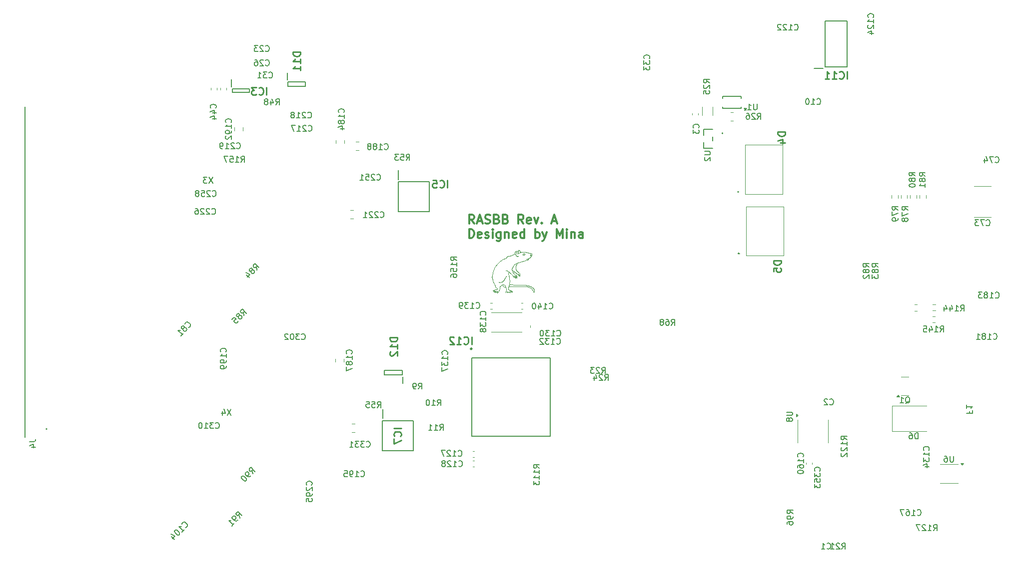
<source format=gbr>
%TF.GenerationSoftware,KiCad,Pcbnew,8.0.8*%
%TF.CreationDate,2025-02-03T01:07:07+01:00*%
%TF.ProjectId,RASBB,52415342-422e-46b6-9963-61645f706362,01*%
%TF.SameCoordinates,Original*%
%TF.FileFunction,Legend,Bot*%
%TF.FilePolarity,Positive*%
%FSLAX46Y46*%
G04 Gerber Fmt 4.6, Leading zero omitted, Abs format (unit mm)*
G04 Created by KiCad (PCBNEW 8.0.8) date 2025-02-03 01:07:07*
%MOMM*%
%LPD*%
G01*
G04 APERTURE LIST*
%ADD10C,0.016086*%
%ADD11C,0.300000*%
%ADD12C,0.150000*%
%ADD13C,0.254000*%
%ADD14C,0.152400*%
%ADD15C,0.120000*%
%ADD16C,0.200000*%
%ADD17C,0.100000*%
%ADD18C,0.050000*%
%ADD19C,0.250000*%
G04 APERTURE END LIST*
D10*
X185464492Y-82329250D02*
X185466769Y-82333743D01*
X184729153Y-85033263D02*
X184732647Y-85034700D01*
X187399924Y-78274393D02*
X187385503Y-78273074D01*
X184220536Y-82585883D02*
X184214755Y-82600713D01*
X183831253Y-83791971D02*
X183831690Y-83793141D01*
X186072268Y-78984722D02*
X186078010Y-78987291D01*
X187184127Y-78783552D02*
X187185785Y-78785272D01*
X188076974Y-79397929D02*
X188074502Y-79398460D01*
X186612570Y-82384654D02*
X186612959Y-82384254D01*
X185965222Y-81813383D02*
X185970842Y-81817673D01*
X186349261Y-82108058D02*
X186350003Y-82109132D01*
X182458476Y-85081460D02*
X182454768Y-85102197D01*
X186622630Y-82359502D02*
X186623921Y-82355147D01*
X184942301Y-84933800D02*
X184944921Y-84926414D01*
X186379926Y-82193016D02*
X186380628Y-82197663D01*
X183829701Y-83791162D02*
X183827715Y-83790551D01*
X185900396Y-81786803D02*
X185910207Y-81789026D01*
X184913522Y-83121521D02*
X184901457Y-83034552D01*
X183752380Y-79529121D02*
X183752953Y-79529163D01*
X186337950Y-82045282D02*
X186338892Y-82056177D01*
X186158781Y-81990847D02*
X186166526Y-81992411D01*
X182043969Y-84838881D02*
X182054596Y-84842870D01*
X186336085Y-79002982D02*
X186339293Y-79000895D01*
X182809116Y-85187155D02*
X182817136Y-85189732D01*
X181933458Y-82554464D02*
X181945523Y-82735440D01*
X184039646Y-82895983D02*
X184038013Y-82898804D01*
X185975245Y-80704492D02*
X185978010Y-80692364D01*
X186391878Y-78333133D02*
X186389633Y-78325995D01*
X188022907Y-84190659D02*
X188128853Y-84233515D01*
X187910402Y-79645126D02*
X187912290Y-79643750D01*
X187854468Y-78343979D02*
X187851660Y-78343890D01*
X185982935Y-82239179D02*
X185964751Y-82232667D01*
X184943332Y-84960712D02*
X184940982Y-84957668D01*
X184385616Y-79216157D02*
X184382774Y-79224444D01*
X186680192Y-78179658D02*
X186682554Y-78183534D01*
X186625017Y-78405347D02*
X186595825Y-78416477D01*
X185298776Y-81321737D02*
X185300608Y-81327852D01*
X187169998Y-78659554D02*
X187169763Y-78662506D01*
X185988030Y-81274759D02*
X185987121Y-81271800D01*
X185706193Y-82382380D02*
X185712139Y-82398624D01*
X186863097Y-78315908D02*
X186860674Y-78316982D01*
X185802140Y-78387197D02*
X185801942Y-78388959D01*
X187063612Y-78279420D02*
X187055372Y-78279483D01*
X183598433Y-83845422D02*
X183694953Y-83833357D01*
X188633574Y-78878650D02*
X188635036Y-78875543D01*
X186449614Y-81784627D02*
X186440215Y-81779823D01*
X185271915Y-85053756D02*
X185279495Y-85055948D01*
X186510128Y-82168383D02*
X186510341Y-82162787D01*
X184643558Y-85089070D02*
X184644123Y-85088363D01*
X186784678Y-78343060D02*
X186781632Y-78343585D01*
X183749812Y-79528230D02*
X183749906Y-79528362D01*
X182142586Y-83306518D02*
X182143444Y-83310900D01*
X182796072Y-85184190D02*
X182797227Y-85184526D01*
X185502384Y-81785444D02*
X185494408Y-81775058D01*
X187949947Y-79454452D02*
X187930404Y-79462940D01*
X183995859Y-82990809D02*
X183993629Y-82993862D01*
X185179383Y-84845006D02*
X185169729Y-84838391D01*
X184248311Y-85049035D02*
X184242514Y-85063347D01*
X186025810Y-78468454D02*
X186028186Y-78472956D01*
X183732704Y-83273473D02*
X183731157Y-83274866D01*
X182446208Y-84915659D02*
X182455447Y-84906538D01*
X185993229Y-78895606D02*
X185995353Y-78898759D01*
X186115910Y-80328809D02*
X186116004Y-80326455D01*
X185302336Y-81167166D02*
X185298346Y-81183260D01*
X186383827Y-78301580D02*
X186383574Y-78297167D01*
X184889392Y-82944567D02*
X184873305Y-82642941D01*
X186161499Y-82535864D02*
X186160588Y-82518489D01*
X186424906Y-78459962D02*
X186424025Y-78456782D01*
X182841666Y-85198215D02*
X182847330Y-85200037D01*
X185436466Y-80844360D02*
X185436089Y-80844368D01*
X188436512Y-79156146D02*
X188440280Y-79152151D01*
X186618172Y-82373385D02*
X186619192Y-82370433D01*
X186280493Y-78142648D02*
X186269856Y-78138498D01*
X183747894Y-79528005D02*
X183744131Y-79529352D01*
X184149403Y-83963057D02*
X184125273Y-83917813D01*
X184670650Y-82081288D02*
X184660117Y-82069302D01*
X187091397Y-78276107D02*
X187089543Y-78276726D01*
X183932618Y-83078887D02*
X183929224Y-83083778D01*
X186368937Y-78197424D02*
X186365167Y-78163455D01*
X185653738Y-80458526D02*
X185632585Y-80475382D01*
X189085002Y-84773655D02*
X189082871Y-84769026D01*
X188268914Y-79305982D02*
X188275708Y-79304508D01*
X186287810Y-78147348D02*
X186288282Y-78147133D01*
X183753786Y-83257245D02*
X183752027Y-83258344D01*
X187504268Y-78292491D02*
X187491418Y-78289475D01*
X186934871Y-79916283D02*
X186948491Y-79912222D01*
X186673564Y-79984015D02*
X186677304Y-79982114D01*
X187178465Y-78776200D02*
X187179737Y-78778108D01*
X182137574Y-83293031D02*
X182141276Y-83301910D01*
X184692125Y-84448643D02*
X184690193Y-84440128D01*
X188637516Y-78547941D02*
X188635247Y-78546789D01*
X186407997Y-78388340D02*
X186407885Y-78386539D01*
X186682554Y-78183534D02*
X186684674Y-78187193D01*
X185984796Y-82432306D02*
X185993272Y-82441331D01*
X188554704Y-78957843D02*
X188556659Y-78948024D01*
X187921958Y-79453067D02*
X187990179Y-79424435D01*
X185923963Y-78177790D02*
X185921879Y-78180112D01*
X182299431Y-84846820D02*
X182190846Y-85043883D01*
X184793374Y-84129454D02*
X184798283Y-84122518D01*
X186398665Y-82226457D02*
X186401543Y-82228708D01*
X185994293Y-78771573D02*
X185992185Y-78773835D01*
X188654801Y-78563618D02*
X188654307Y-78562613D01*
X184889895Y-83821293D02*
X184885598Y-83834583D01*
X183998304Y-82987013D02*
X183995859Y-82990809D01*
X187861412Y-79666899D02*
X187863772Y-79665474D01*
X188447770Y-79143006D02*
X188451467Y-79137986D01*
X188079367Y-79401967D02*
X188079236Y-79400800D01*
X185609272Y-80499387D02*
X185608576Y-80501341D01*
X184121536Y-83925072D02*
X184119482Y-83925373D01*
X186451281Y-77980151D02*
X186462976Y-77978221D01*
X187362724Y-78798217D02*
X187369841Y-78795637D01*
X184693900Y-81834458D02*
X184700821Y-81817036D01*
X187296193Y-78817956D02*
X187300715Y-78817503D01*
X187457668Y-78745621D02*
X187463155Y-78741097D01*
X188923243Y-84409064D02*
X188919113Y-84404436D01*
X185951358Y-78149713D02*
X185949831Y-78150238D01*
X182850882Y-85200509D02*
X182851561Y-85199870D01*
X186566557Y-81846083D02*
X186561222Y-81838327D01*
X184539223Y-84974917D02*
X184536490Y-84986574D01*
X184771632Y-85053835D02*
X184773973Y-85056036D01*
X186287894Y-78146341D02*
X186287091Y-78145781D01*
X185979141Y-78739337D02*
X185988897Y-78750860D01*
X185975747Y-78811287D02*
X185975960Y-78813600D01*
X185797681Y-78542170D02*
X185797780Y-78545864D01*
X186486383Y-82306675D02*
X186488717Y-82308504D01*
X185314093Y-81361420D02*
X185315690Y-81364047D01*
X184373049Y-79239659D02*
X184364186Y-79249391D01*
X187463155Y-78741097D02*
X187467666Y-78736910D01*
X185808455Y-82586551D02*
X185809859Y-82591473D01*
X186377550Y-78258544D02*
X186373117Y-78230112D01*
X186519564Y-77975874D02*
X186536349Y-77976829D01*
X188619498Y-78891479D02*
X188624278Y-78888183D01*
X185455482Y-80816565D02*
X185452940Y-80820261D01*
X188552617Y-78925564D02*
X188549095Y-78926494D01*
X186695125Y-78223117D02*
X186695615Y-78250238D01*
X184689195Y-84331786D02*
X184691638Y-84322934D01*
X188640059Y-78861581D02*
X188641138Y-78857796D01*
X184736458Y-85036413D02*
X184744611Y-85040364D01*
X184215949Y-84107083D02*
X184199171Y-84071642D01*
X187135971Y-79842102D02*
X187138710Y-79840235D01*
X188440658Y-78816681D02*
X188440031Y-78812795D01*
X186337384Y-82036744D02*
X186337950Y-82045282D01*
X186052662Y-81936131D02*
X186053642Y-81937274D01*
X183168113Y-84738236D02*
X183268656Y-84513021D01*
X187950219Y-78377323D02*
X187929780Y-78369908D01*
X184278097Y-84967973D02*
X184261507Y-85009510D01*
X186092880Y-78993815D02*
X186095895Y-78995279D01*
X182392141Y-80886913D02*
X182391356Y-80890998D01*
X187765022Y-79518106D02*
X187762954Y-79517363D01*
X185439105Y-80844899D02*
X185438351Y-80844748D01*
X187491682Y-78601131D02*
X187486679Y-78595436D01*
X189084002Y-84999644D02*
X189084521Y-84994012D01*
X185382746Y-80949108D02*
X185380542Y-80954310D01*
X185355278Y-82184972D02*
X185373266Y-82204358D01*
X185806334Y-78568981D02*
X185809936Y-78573728D01*
X187185785Y-78785272D02*
X187187544Y-78786945D01*
X189073791Y-85030239D02*
X189075413Y-85026817D01*
X186407845Y-78396338D02*
X186407910Y-78393992D01*
X185712139Y-82398624D02*
X185716294Y-82411097D01*
X184893413Y-83523688D02*
X184905479Y-83326626D01*
X188625531Y-84509000D02*
X188627190Y-84511322D01*
X186112823Y-80342997D02*
X186113770Y-80339877D01*
X184700373Y-84480848D02*
X184698488Y-84473810D01*
X186306053Y-78162573D02*
X186293913Y-78151642D01*
X184458864Y-81436512D02*
X184454008Y-81433954D01*
X184901457Y-83034552D02*
X184893162Y-82975044D01*
X184469403Y-81446813D02*
X184466032Y-81444332D01*
X184150383Y-84239050D02*
X184153425Y-84239547D01*
X184199360Y-82639296D02*
X184196429Y-82644746D01*
X185206843Y-84865079D02*
X185192335Y-84854358D01*
X185082684Y-81928779D02*
X185131698Y-81970818D01*
X186331178Y-82026061D02*
X186334407Y-82028127D01*
X186039144Y-78956727D02*
X186043425Y-78962100D01*
X186638194Y-82196598D02*
X186636811Y-82153804D01*
X188624278Y-78888183D02*
X188628327Y-78884922D01*
X184525153Y-81476161D02*
X184520780Y-81473827D01*
X186014393Y-78361865D02*
X186011527Y-78367308D01*
X185942583Y-78154158D02*
X185941227Y-78155259D01*
X186414417Y-82239092D02*
X186428375Y-82251456D01*
X186859478Y-78317580D02*
X186858298Y-78318221D01*
X184000920Y-82982575D02*
X183998304Y-82987013D01*
X188627190Y-84511322D02*
X188630511Y-84515134D01*
X185959461Y-81809247D02*
X185965222Y-81813383D01*
X186517456Y-82252067D02*
X186518055Y-82245951D01*
X185494408Y-81775058D02*
X185487923Y-81766168D01*
X185335061Y-81062525D02*
X185331845Y-81070229D01*
X182480407Y-80724601D02*
X182434660Y-80805034D01*
X186156974Y-79006943D02*
X186174318Y-79009858D01*
X188499061Y-78734011D02*
X188498762Y-78735413D01*
X189090035Y-84955909D02*
X189092250Y-84940379D01*
X188275708Y-79304508D02*
X188281959Y-79302870D01*
X182453550Y-85132631D02*
X182455829Y-85133396D01*
X184360478Y-85038667D02*
X184396233Y-85022266D01*
X187431595Y-78278164D02*
X187415477Y-78276090D01*
X185978134Y-78787409D02*
X185977310Y-78788540D01*
X187963080Y-79449085D02*
X187960542Y-79450005D01*
X185363942Y-81001421D02*
X185362056Y-81005704D01*
X184904851Y-81741064D02*
X184910325Y-81746798D01*
X187824204Y-78343594D02*
X187815100Y-78343139D01*
X186362575Y-82122825D02*
X186363310Y-82124017D01*
X184999202Y-84898454D02*
X185002517Y-84900138D01*
X186555386Y-77987337D02*
X186568281Y-77997340D01*
X184773973Y-85056036D02*
X184776785Y-85058902D01*
X186057556Y-82263340D02*
X186043802Y-82259185D01*
X184971333Y-81817491D02*
X184995754Y-81845832D01*
X185291560Y-81279592D02*
X185291742Y-81285047D01*
X187377535Y-78792475D02*
X187385674Y-78788806D01*
X186375342Y-82154877D02*
X186376745Y-82161133D01*
X182855977Y-85193677D02*
X182859010Y-85188789D01*
X188549095Y-78926494D02*
X188545067Y-78927459D01*
X186518455Y-82239533D02*
X186518636Y-82232815D01*
X188656417Y-78583821D02*
X188655130Y-78564477D01*
X184541065Y-84956904D02*
X184541297Y-84958014D01*
X182481915Y-85144425D02*
X182508558Y-85156490D01*
X183436561Y-83410579D02*
X183405188Y-83416478D01*
X187187544Y-78786945D02*
X187189405Y-78788571D01*
X184975355Y-85155987D02*
X184985244Y-85151847D01*
X189081991Y-85009384D02*
X189082836Y-85006369D01*
X184648091Y-81971321D02*
X184648679Y-81968189D01*
X185354178Y-81026453D02*
X185351717Y-81032142D01*
X186303514Y-82014554D02*
X186316200Y-82019204D01*
X183116523Y-83386574D02*
X183101253Y-83373881D01*
X186058474Y-81942142D02*
X186059961Y-81943448D01*
X186026661Y-81897713D02*
X186029412Y-81903204D01*
X184654878Y-82048801D02*
X184652113Y-82019078D01*
X185037432Y-81891578D02*
X185044744Y-81898538D01*
X184965277Y-85159938D02*
X184975355Y-85155987D01*
X185941202Y-80260513D02*
X185937563Y-80264459D01*
X182752993Y-85157149D02*
X182763432Y-85164533D01*
X188057481Y-79405357D02*
X188040584Y-79413055D01*
X183279009Y-83451621D02*
X183274979Y-83452217D01*
X186032116Y-81908223D02*
X186034737Y-81912629D01*
X186015383Y-81333280D02*
X186012828Y-81328099D01*
X187179737Y-78778108D02*
X187181104Y-78779970D01*
X185907723Y-78200127D02*
X185907277Y-78201535D01*
X184577712Y-81520390D02*
X184560730Y-81506621D01*
X185717857Y-81629478D02*
X185721109Y-81633767D01*
X185544396Y-80686460D02*
X185542852Y-80688280D01*
X188404338Y-84126940D02*
X188396550Y-84124395D01*
X185442498Y-80842622D02*
X185442121Y-80843261D01*
X184204850Y-82627655D02*
X184202173Y-82633611D01*
X188146519Y-79343429D02*
X188162535Y-79334608D01*
X187234847Y-78809842D02*
X187239298Y-78811316D01*
X186237659Y-82002489D02*
X186245090Y-82003070D01*
X182387342Y-80905576D02*
X182380972Y-80926187D01*
X185976030Y-78790802D02*
X185975603Y-78791933D01*
X184253134Y-82490118D02*
X184252309Y-82492356D01*
X185851138Y-81768226D02*
X185861043Y-81774855D01*
X185868398Y-81779035D02*
X185870579Y-81779796D01*
X182451446Y-85129767D02*
X182451682Y-85131682D01*
X183149416Y-83413510D02*
X183147476Y-83412161D01*
X186043425Y-78962100D02*
X186047423Y-78966719D01*
X186156531Y-82484996D02*
X186153958Y-82475287D01*
X186642529Y-80005223D02*
X186646008Y-80002218D01*
X183715062Y-83881618D02*
X183756726Y-84018355D01*
X183925735Y-83805257D02*
X183919875Y-83803061D01*
X186220567Y-78121610D02*
X186216357Y-78121132D01*
X187455312Y-78563663D02*
X187453948Y-78562768D01*
X182354666Y-85063960D02*
X182356675Y-85055105D01*
X187317391Y-78814043D02*
X187321502Y-78812795D01*
X185610338Y-80497340D02*
X185609272Y-80499387D01*
X187333325Y-78552083D02*
X187319643Y-78553055D01*
X188946252Y-85025424D02*
X188951349Y-85036971D01*
X188487272Y-78722217D02*
X188489500Y-78722700D01*
X188465669Y-79116432D02*
X188478363Y-79095632D01*
X187169763Y-78662506D02*
X187169683Y-78665501D01*
X186334407Y-82028127D02*
X186335595Y-82029092D01*
X183328981Y-83435212D02*
X183314975Y-83440686D01*
X183782174Y-83236013D02*
X183771365Y-83245706D01*
X186440656Y-78462339D02*
X186438301Y-78463493D01*
X185281106Y-85056440D02*
X185282913Y-85057152D01*
X186536035Y-77975898D02*
X186536161Y-77975378D01*
X183348476Y-83429030D02*
X183337686Y-83432153D01*
X186518276Y-82218483D02*
X186517698Y-82210870D01*
X183895472Y-83796404D02*
X183886068Y-83794378D01*
X184726537Y-84248996D02*
X184730529Y-84243342D01*
X184648437Y-81977440D02*
X184648091Y-81971321D01*
X186288282Y-78147133D02*
X186288300Y-78146794D01*
X185810809Y-82597482D02*
X185812092Y-82601255D01*
X185948359Y-82225801D02*
X185947416Y-82225156D01*
X185641445Y-81553066D02*
X185643585Y-81554543D01*
X185797977Y-80351653D02*
X185787726Y-80359138D01*
X183701576Y-83826855D02*
X183699716Y-83828915D01*
X187957480Y-79451230D02*
X187949947Y-79454452D01*
X186083304Y-82299260D02*
X186074216Y-82281870D01*
X182069343Y-84846685D02*
X182087473Y-84850238D01*
X185623950Y-80482827D02*
X185616994Y-80489411D01*
X186245766Y-81605411D02*
X186221070Y-81587753D01*
X188603098Y-84493667D02*
X188618674Y-84503407D01*
X183302903Y-83445077D02*
X183297488Y-83446881D01*
X184149403Y-79381360D02*
X184056905Y-79405490D01*
X183514703Y-83394241D02*
X183514163Y-83394618D01*
X185542852Y-80688280D02*
X185539686Y-80691815D01*
X186383187Y-82206651D02*
X186384149Y-82208855D01*
X184649348Y-81988601D02*
X184648437Y-81977440D01*
X184885598Y-83834583D02*
X184881537Y-83846177D01*
X185905620Y-82466490D02*
X185902855Y-82434819D01*
X186203352Y-81573500D02*
X186197129Y-81567834D01*
X185876148Y-81781359D02*
X185883131Y-81783017D01*
X187191368Y-78790150D02*
X187193436Y-78791682D01*
X188749189Y-84638384D02*
X188759754Y-84652775D01*
X186623921Y-82355147D02*
X186626757Y-82345337D01*
X185992185Y-78773835D02*
X185989823Y-78776098D01*
X186925822Y-78303016D02*
X186920339Y-78303550D01*
X186510651Y-82282382D02*
X186512078Y-82278094D01*
X184253564Y-84307453D02*
X184269585Y-84348656D01*
X183079637Y-84878994D02*
X183168113Y-84738236D01*
X186004333Y-81847992D02*
X186005612Y-81850419D01*
X186042836Y-82545471D02*
X186043613Y-82546421D01*
X186066714Y-78981965D02*
X186069465Y-78983376D01*
X185098519Y-78922889D02*
X184909500Y-78971149D01*
X188648864Y-78555821D02*
X188647681Y-78554754D01*
X183138509Y-83405207D02*
X183135940Y-83403038D01*
X188455118Y-79132753D02*
X188458710Y-79127374D01*
X184003664Y-82977596D02*
X184000920Y-82982575D01*
X189001503Y-85058856D02*
X189005077Y-85059451D01*
X187996996Y-79602609D02*
X188004819Y-79598566D01*
X185452940Y-80820261D02*
X185450604Y-80823886D01*
X186536161Y-77975378D02*
X186536698Y-77975246D01*
X183437566Y-84034442D02*
X183465718Y-83958030D01*
X184944921Y-84926414D02*
X184947714Y-84919908D01*
X183749736Y-79527812D02*
X183749730Y-79527954D01*
X186394626Y-78341515D02*
X186391878Y-78333133D01*
X185651625Y-82449523D02*
X185661554Y-82394602D01*
X183753047Y-79527868D02*
X183750887Y-79527491D01*
X185443252Y-80840934D02*
X185442875Y-80841850D01*
X186450929Y-78456535D02*
X186446983Y-78458898D01*
X188565885Y-78919865D02*
X188567814Y-78918538D01*
X188792768Y-84699715D02*
X188802485Y-84714105D01*
X188460461Y-78749690D02*
X188466172Y-78740908D01*
X186051657Y-78971149D02*
X186053965Y-78973320D01*
X184033848Y-83859330D02*
X184033056Y-83858181D01*
X185983107Y-81121349D02*
X185982597Y-81111059D01*
X187666863Y-78331639D02*
X187664978Y-78331490D01*
X185796359Y-82555022D02*
X185803444Y-82572624D01*
X185159374Y-84833932D02*
X185146732Y-84828794D01*
X188440031Y-78812795D02*
X188439545Y-78808769D01*
X184249908Y-81391650D02*
X184249566Y-81391874D01*
X184490240Y-84977525D02*
X184506704Y-84969403D01*
X185937563Y-80264459D02*
X185934148Y-80268329D01*
X185636984Y-81942478D02*
X185618957Y-81921717D01*
X184802863Y-84116572D02*
X184804867Y-84114220D01*
X187130974Y-79845864D02*
X187133399Y-79843980D01*
X185299603Y-84945593D02*
X185245552Y-84894277D01*
X183165552Y-83421091D02*
X183164597Y-83420888D01*
X187813152Y-83933899D02*
X187612068Y-83909769D01*
X185957760Y-80244788D02*
X185953344Y-80248628D01*
X185436089Y-80844368D02*
X185435712Y-80844431D01*
X186686562Y-78190660D02*
X186688229Y-78193960D01*
X186290255Y-79022174D02*
X186292980Y-79021831D01*
X186547328Y-82351621D02*
X186553428Y-82355615D01*
X184164529Y-82694054D02*
X184161468Y-82699244D01*
X185950958Y-82393608D02*
X185952516Y-82394833D01*
X185960690Y-82404664D02*
X185967893Y-82413265D01*
X186353441Y-82113148D02*
X186354728Y-82114342D01*
X186099917Y-82646962D02*
X186101348Y-82647188D01*
X185606759Y-80542117D02*
X185606955Y-80554567D01*
X185600608Y-81901617D02*
X185585205Y-81884226D01*
X183989179Y-82997811D02*
X183988276Y-82998493D01*
X189068736Y-85038996D02*
X189070429Y-85036405D01*
X184710364Y-84271029D02*
X184713032Y-84265699D01*
X187561294Y-79731749D02*
X187572016Y-79728505D01*
X188327663Y-79251401D02*
X188328957Y-79249992D01*
X188963226Y-85048423D02*
X188965763Y-85049018D01*
X186289958Y-78148505D02*
X186288639Y-78147659D01*
X188175044Y-78470083D02*
X188171081Y-78468439D01*
X185126671Y-85003666D02*
X185136285Y-85008065D01*
X184953758Y-84909361D02*
X184956975Y-84905235D01*
X188114778Y-79365273D02*
X188115739Y-79364062D01*
X184949269Y-85164824D02*
X184952385Y-85164171D01*
X185983888Y-81255123D02*
X185983560Y-81251370D01*
X186637125Y-82264275D02*
X186638068Y-82248062D01*
X184320827Y-84565806D02*
X184328933Y-84638887D01*
X182448233Y-84122919D02*
X182516602Y-84231504D01*
X185983560Y-81251370D02*
X185983357Y-81247463D01*
X186265002Y-78601170D02*
X186265637Y-78607774D01*
X184960299Y-84901814D02*
X184963714Y-84899058D01*
X186614981Y-82381113D02*
X186615406Y-82380251D01*
X182790005Y-84939837D02*
X182794098Y-84939319D01*
X188074502Y-79398460D02*
X188070266Y-79399963D01*
X185762096Y-80374715D02*
X185755829Y-80380533D01*
X184090523Y-82821591D02*
X184083045Y-82833971D01*
X188641533Y-78550253D02*
X188639609Y-78549097D01*
X186561222Y-81838327D02*
X186556016Y-81831685D01*
X187913128Y-79469930D02*
X187907091Y-79472182D01*
X184269585Y-84348656D02*
X184285507Y-84390785D01*
X186664282Y-78144177D02*
X186666725Y-78150248D01*
X186518636Y-82232815D02*
X186518583Y-82225798D01*
X188641138Y-78857796D02*
X188643126Y-78849996D01*
X183711054Y-83294077D02*
X183702164Y-83301938D01*
X188873201Y-84849248D02*
X188876596Y-84856371D01*
X186700437Y-78357563D02*
X186701143Y-78363638D01*
X187178930Y-78633039D02*
X187177628Y-78635402D01*
X186009076Y-81316416D02*
X186007349Y-81312732D01*
X187595981Y-79723203D02*
X187598514Y-79723113D01*
X182351713Y-81014162D02*
X182275301Y-81138833D01*
X185818902Y-80337011D02*
X185797977Y-80351653D01*
X188294734Y-78503846D02*
X188293204Y-78502991D01*
X185778612Y-80360817D02*
X185778183Y-80361016D01*
X186407794Y-82233588D02*
X186414417Y-82239092D01*
X186263630Y-82003722D02*
X186267531Y-82004374D01*
X183353111Y-84094767D02*
X183437566Y-84034442D01*
X188494664Y-78724574D02*
X188495915Y-78725340D01*
X184765678Y-85050897D02*
X184767581Y-85051656D01*
X184047408Y-83873678D02*
X184041439Y-83867728D01*
X187122389Y-79853342D02*
X187126496Y-79849626D01*
X186095964Y-81446546D02*
X186092957Y-81441693D01*
X182673447Y-84609541D02*
X182520623Y-84657802D01*
X185888689Y-78639579D02*
X185893209Y-78643484D01*
X185936414Y-81796235D02*
X185942035Y-81798758D01*
X185938624Y-78157842D02*
X185937382Y-78159340D01*
X185434235Y-82284572D02*
X185447902Y-82303109D01*
X185441367Y-80844183D02*
X185440990Y-80844488D01*
X182038022Y-84830734D02*
X182037365Y-84832764D01*
X183640661Y-83348243D02*
X183621291Y-83361227D01*
X186433664Y-78465458D02*
X186431531Y-78466153D01*
X186421492Y-77988525D02*
X186430577Y-77985343D01*
X185979267Y-78834412D02*
X185979977Y-78838272D01*
X186074216Y-82281870D02*
X186067296Y-82269569D01*
X186779581Y-78343767D02*
X186777934Y-78343859D01*
X185199061Y-85031818D02*
X185201776Y-85032045D01*
X186556016Y-81831685D02*
X186551022Y-81826351D01*
X184988767Y-84894699D02*
X184992310Y-84895691D01*
X186197129Y-81567834D02*
X186190598Y-81561484D01*
X186429619Y-78466579D02*
X186428770Y-78466673D01*
X188632670Y-78880176D02*
X188633574Y-78878650D01*
X184161468Y-82699244D02*
X184158363Y-82704479D01*
X187141633Y-79838386D02*
X187144760Y-79836561D01*
X186115182Y-80334036D02*
X186115635Y-80331340D01*
X186128069Y-81981878D02*
X186133457Y-81983884D01*
X183967643Y-83024739D02*
X183959970Y-83036158D01*
X188205663Y-79313446D02*
X188207276Y-79312992D01*
X185801684Y-78390833D02*
X185800302Y-78399568D01*
X183514163Y-83394618D02*
X183513978Y-83394995D01*
X188289980Y-84301726D02*
X188314668Y-84317216D01*
X184220097Y-84139885D02*
X184220639Y-84127584D01*
X185324173Y-81377369D02*
X185335295Y-81395215D01*
X185883249Y-78635150D02*
X185888689Y-78639579D01*
X188020520Y-78398877D02*
X188014267Y-78396543D01*
X188824376Y-84324709D02*
X188815503Y-84320046D01*
X186348519Y-82106800D02*
X186349261Y-82108058D01*
X187402775Y-78780254D02*
X187411477Y-78775524D01*
X183734535Y-79534306D02*
X183722590Y-79541873D01*
X187777271Y-78340374D02*
X187767225Y-78339918D01*
X186099288Y-81451582D02*
X186095964Y-81446546D01*
X184463094Y-79087778D02*
X184406790Y-79160168D01*
X187947187Y-83961046D02*
X187892077Y-83949986D01*
X187259519Y-78816416D02*
X187263528Y-78817024D01*
X188164318Y-84016108D02*
X188140856Y-84010186D01*
X188486439Y-79083022D02*
X188488794Y-79079734D01*
X183831690Y-83793141D02*
X183831042Y-83792022D01*
X187206052Y-78603988D02*
X187205879Y-78605176D01*
X183661111Y-79588738D02*
X183629011Y-79615448D01*
X187108811Y-79865294D02*
X187110822Y-79863734D01*
X186027527Y-82500674D02*
X186032020Y-82515952D01*
X186010461Y-81320100D02*
X186009815Y-81318255D01*
X186777934Y-78343859D02*
X186776022Y-78344129D01*
X186055186Y-78307734D02*
X186054474Y-78308208D01*
X184031777Y-82912095D02*
X184030262Y-82916095D01*
X186054702Y-81938444D02*
X186055854Y-81939644D01*
X186670010Y-79985928D02*
X186673564Y-79984015D01*
X186110474Y-80349579D02*
X186111722Y-80346235D01*
X184896186Y-83788208D02*
X184896384Y-83789847D01*
X186600606Y-81915218D02*
X186596673Y-81905112D01*
X188292153Y-79299074D02*
X188294096Y-79298013D01*
X184364643Y-81402334D02*
X184304278Y-81395758D01*
X188280672Y-84069631D02*
X188209790Y-84034190D01*
X186879400Y-78312018D02*
X186877307Y-78312267D01*
X188567814Y-78918538D02*
X188570826Y-78916853D01*
X185955136Y-82397619D02*
X185960690Y-82404664D01*
X185926105Y-78175297D02*
X185923963Y-78177790D01*
X188109096Y-79369245D02*
X188114778Y-79365273D01*
X183749769Y-79527669D02*
X183749736Y-79527812D01*
X187906630Y-79647633D02*
X187910402Y-79645126D01*
X184054461Y-83880390D02*
X184047408Y-83873678D01*
X187197835Y-79819723D02*
X187325020Y-79798107D01*
X186111722Y-80346235D02*
X186112823Y-80342997D01*
X186339293Y-79000895D02*
X186342159Y-78998844D01*
X186104009Y-82647826D02*
X186112296Y-82650104D01*
X186507963Y-82146247D02*
X186505666Y-82136021D01*
X186038438Y-81917781D02*
X186039592Y-81919039D01*
X186271765Y-78628379D02*
X186272849Y-78629306D01*
X187863580Y-78344749D02*
X187861573Y-78344483D01*
X186704677Y-78371416D02*
X186694560Y-78376255D01*
X184963714Y-84899058D02*
X184967204Y-84896921D01*
X186408017Y-78402402D02*
X186407817Y-78399105D01*
X183756916Y-83255453D02*
X183755414Y-83256285D01*
X186695615Y-78250238D02*
X186696995Y-78295427D01*
X188565206Y-78920798D02*
X188565379Y-78920383D01*
X187206556Y-78602692D02*
X187206052Y-78603988D01*
X182391930Y-80885468D02*
X182392168Y-80885837D01*
X186422883Y-78453081D02*
X186416745Y-78434778D01*
X189064067Y-84729296D02*
X189060699Y-84721451D01*
X186840094Y-78326801D02*
X186828634Y-78330807D01*
X184704999Y-84283558D02*
X184707673Y-84277043D01*
X188627319Y-78543422D02*
X188624280Y-78542348D01*
X184941257Y-85162687D02*
X184944174Y-85163690D01*
X188491467Y-78723254D02*
X188493184Y-78723879D01*
X186080553Y-81957405D02*
X186083830Y-81959256D01*
X186374442Y-82151621D02*
X186375342Y-82154877D01*
X188545067Y-78927459D02*
X188540573Y-78928419D01*
X187855811Y-79479059D02*
X187921958Y-79453067D01*
X185938798Y-82217311D02*
X185916930Y-82200368D01*
X188387749Y-84364219D02*
X188492816Y-84432588D01*
X187869038Y-79663020D02*
X187871919Y-79661923D01*
X184806594Y-84112417D02*
X184807979Y-84111261D01*
X185339443Y-85097233D02*
X185347863Y-85104208D01*
X188207276Y-79312992D02*
X188220535Y-79312175D01*
X185717450Y-82415272D02*
X185717857Y-82417727D01*
X184484726Y-81455659D02*
X184478951Y-81452541D01*
X187641791Y-79716416D02*
X187648051Y-79715505D01*
X184153425Y-84239547D02*
X184158672Y-84239202D01*
X186228611Y-79015387D02*
X186233845Y-79015564D01*
X185466769Y-82333743D02*
X185470454Y-82339556D01*
X183490728Y-83400713D02*
X183436561Y-83410579D01*
X186877307Y-78312267D02*
X186875095Y-78312599D01*
X185678143Y-80440067D02*
X185653738Y-80458526D01*
X189087931Y-84781592D02*
X189087661Y-84780461D01*
X188654307Y-78562613D02*
X188653521Y-78561285D01*
X184235869Y-85079072D02*
X184217772Y-85120295D01*
X188579910Y-78533163D02*
X188571238Y-78531781D01*
X182469349Y-85061929D02*
X182460298Y-85072034D01*
X185146394Y-85012574D02*
X185158341Y-85017742D01*
X184114237Y-82771988D02*
X184111585Y-82777758D01*
X184937391Y-84951499D02*
X184937652Y-84951384D01*
X186378355Y-82172719D02*
X186379926Y-82193016D01*
X184744871Y-84220075D02*
X184755168Y-84201844D01*
X188356078Y-84106581D02*
X188319789Y-84089049D01*
X183722590Y-79541873D02*
X183708785Y-79551577D01*
X184253967Y-85031818D02*
X184253560Y-85034137D01*
X186509147Y-82286361D02*
X186510651Y-82282382D01*
X189087661Y-84780461D02*
X189086626Y-84777494D01*
X185443629Y-80839862D02*
X185443252Y-80840934D01*
X184810089Y-85096958D02*
X184812980Y-85100186D01*
X186435945Y-78464552D02*
X186433664Y-78465458D01*
X188644904Y-78552539D02*
X188643296Y-78551402D01*
X184755168Y-84201844D02*
X184764901Y-84183801D01*
X186960658Y-79908679D02*
X186977962Y-79904241D01*
X183534762Y-83390470D02*
X183524158Y-83391978D01*
X184033056Y-83858181D02*
X184032774Y-83857488D01*
X184760070Y-85048219D02*
X184765678Y-85050897D01*
X184783684Y-81644571D02*
X184779070Y-81641763D01*
X182392261Y-80883661D02*
X182391830Y-80885006D01*
X186504356Y-82296439D02*
X186505982Y-82293391D01*
X186642743Y-78099651D02*
X186644020Y-78101721D01*
X187495439Y-78605176D02*
X187491682Y-78601131D01*
X186694907Y-78217255D02*
X186695073Y-78220147D01*
X184294686Y-84927191D02*
X184278097Y-84967973D01*
X186920339Y-78303550D02*
X186918697Y-78303641D01*
X182926013Y-85052134D02*
X182926813Y-85051926D01*
X183252569Y-83451298D02*
X183248485Y-83450364D01*
X187760223Y-79504557D02*
X187762477Y-79505843D01*
X185444383Y-80837208D02*
X185444006Y-80838624D01*
X182802510Y-85185333D02*
X182805586Y-85186126D01*
X182296713Y-84849553D02*
X182299431Y-84846820D01*
X186548631Y-81824235D02*
X186546323Y-81822519D01*
X184364186Y-79249391D02*
X184354026Y-79260207D01*
X187247116Y-78572736D02*
X187241667Y-78575750D01*
X185962341Y-80241077D02*
X185957760Y-80244788D01*
X186637463Y-80010030D02*
X186639687Y-80007850D01*
X185898960Y-82389199D02*
X185899333Y-82388826D01*
X184643923Y-85087971D02*
X184644221Y-85087533D01*
X185388080Y-80937750D02*
X185385245Y-80943599D01*
X188935019Y-84997241D02*
X188940730Y-85011709D01*
X183176157Y-83423146D02*
X183175414Y-83422803D01*
X182355735Y-85068012D02*
X182354801Y-85066636D01*
X186067296Y-82269569D02*
X186065017Y-82266123D01*
X186047423Y-78966719D02*
X186051657Y-78971149D01*
X185981780Y-78850687D02*
X185982943Y-78859367D01*
X185878724Y-78251269D02*
X185802313Y-78383984D01*
X186368279Y-82134303D02*
X186369220Y-82136649D01*
X188512566Y-78931683D02*
X188509380Y-78931746D01*
X185205321Y-85032690D02*
X185209586Y-85033700D01*
X186045527Y-82548875D02*
X186048177Y-82553050D01*
X185947796Y-81801834D02*
X185953628Y-81805364D01*
X188311306Y-79277181D02*
X188315862Y-79269256D01*
X185841480Y-80319814D02*
X185837565Y-80323124D01*
X187369841Y-78795637D02*
X187377535Y-78792475D01*
X184674735Y-81887871D02*
X184684812Y-81859232D01*
X186099424Y-82646697D02*
X186099917Y-82646962D01*
X186050905Y-81933912D02*
X186052662Y-81936131D01*
X187930404Y-79462940D02*
X187919054Y-79467615D01*
X187205879Y-78605176D02*
X187205039Y-78605513D01*
X186533084Y-82340486D02*
X186536992Y-82343986D01*
X186041679Y-81921258D02*
X186043472Y-81923406D01*
X184041320Y-82893290D02*
X184039646Y-82895983D01*
X184190625Y-84235526D02*
X184221793Y-84231504D01*
X187046331Y-78279923D02*
X187041436Y-78280402D01*
X186407817Y-78399105D02*
X186407845Y-78396338D01*
X185788237Y-82535864D02*
X185796359Y-82555022D01*
X184993767Y-85148132D02*
X185001999Y-85144424D01*
X187971172Y-79615409D02*
X187976862Y-79612675D01*
X182203076Y-84860987D02*
X182226029Y-84861118D01*
X186065017Y-82266123D02*
X186064237Y-82265215D01*
X184033303Y-82908401D02*
X184031777Y-82912095D01*
X183750887Y-79527491D02*
X183747894Y-79528005D01*
X187452643Y-78562009D02*
X187451404Y-78561396D01*
X182484506Y-84883072D02*
X182494543Y-84876880D01*
X186696995Y-78295427D02*
X186697977Y-78319150D01*
X184720481Y-85031818D02*
X184720962Y-85031522D01*
X183750603Y-79526618D02*
X183750346Y-79526849D01*
X188447312Y-78861762D02*
X188445875Y-78852384D01*
X186695073Y-78220147D02*
X186695125Y-78223117D01*
X185851539Y-82664455D02*
X185853435Y-82666391D01*
X186759975Y-78348794D02*
X186753306Y-78351229D01*
X182847330Y-85200037D02*
X182849239Y-85200548D01*
X186540493Y-77976921D02*
X186544563Y-77979514D01*
X187500623Y-78621480D02*
X187499964Y-78617053D01*
X185896645Y-78646788D02*
X185898833Y-78649415D01*
X183152969Y-83415794D02*
X183151245Y-83414718D01*
X184721716Y-84254638D02*
X184723147Y-84253178D01*
X183173274Y-83422117D02*
X183172574Y-83421976D01*
X185908213Y-78198779D02*
X185907723Y-78200127D01*
X186370200Y-82139208D02*
X186371220Y-82141991D01*
X183188662Y-83428676D02*
X183180925Y-83425346D01*
X186674695Y-78171157D02*
X186677576Y-78175540D01*
X188539693Y-78996033D02*
X188549119Y-78979192D01*
X183809717Y-83790843D02*
X183799623Y-83792325D01*
X183699716Y-83828915D02*
X183698512Y-83830925D01*
X185850573Y-80310368D02*
X185848037Y-80313430D01*
X186382078Y-78279742D02*
X186379811Y-78270233D01*
X183876532Y-83792558D02*
X183867166Y-83791007D01*
X185907277Y-78201535D02*
X185906876Y-78203008D01*
X188474310Y-78730003D02*
X188476792Y-78727209D01*
X188649661Y-78818325D02*
X188651161Y-78809269D01*
X185319711Y-85081586D02*
X185330473Y-85089998D01*
X184944174Y-85163690D02*
X184945695Y-85164533D01*
X185474596Y-80790695D02*
X185472095Y-80794226D01*
X185436340Y-81460568D02*
X185552969Y-81524914D01*
X184939128Y-84955095D02*
X184937880Y-84953112D01*
X188866831Y-84838777D02*
X188869937Y-84843314D01*
X184394243Y-79192844D02*
X184385616Y-79216157D01*
X188630511Y-84515134D02*
X188641240Y-84526406D01*
X188968630Y-85049790D02*
X188982455Y-85053937D01*
X185758577Y-82476544D02*
X185766117Y-82486095D01*
X186392745Y-78004235D02*
X186398867Y-77999940D01*
X187024903Y-78283442D02*
X187011503Y-78286615D01*
X186349237Y-78992491D02*
X186351267Y-78990168D01*
X188442567Y-78782630D02*
X188443494Y-78780370D01*
X187144760Y-79836561D02*
X187148109Y-79834765D01*
X184174119Y-84016878D02*
X184173533Y-84014333D01*
X188013242Y-79594146D02*
X188022293Y-79589328D01*
X187758976Y-79508538D02*
X187759578Y-79505649D01*
X184653747Y-85079889D02*
X184665419Y-85071367D01*
X185163256Y-84835372D02*
X185159374Y-84833932D01*
X185949831Y-78150238D02*
X185948327Y-78150838D01*
X185035529Y-84923994D02*
X185047675Y-84934103D01*
X188993978Y-85057171D02*
X188997787Y-85058084D01*
X186079785Y-78117721D02*
X186065293Y-78121192D01*
X185986289Y-81268724D02*
X185985541Y-81265524D01*
X186204481Y-79013942D02*
X186217300Y-79015018D01*
X188209790Y-84034190D02*
X188185943Y-84022691D01*
X188647681Y-78554754D02*
X188646363Y-78553659D01*
X188440529Y-78789373D02*
X188441091Y-78787134D01*
X188602426Y-78901227D02*
X188608407Y-78898037D01*
X186632963Y-80013878D02*
X186634800Y-80012764D01*
X184703100Y-81812172D02*
X184704395Y-81810454D01*
X182420242Y-84945533D02*
X182437241Y-84925264D01*
X182763432Y-85164533D02*
X182774437Y-85171917D01*
X186677576Y-78175540D02*
X186680192Y-78179658D01*
X183892322Y-83125770D02*
X183888315Y-83131273D01*
X185983288Y-81130790D02*
X185983107Y-81121349D01*
X186638502Y-78093491D02*
X186639434Y-78094746D01*
X184413869Y-81418380D02*
X184395794Y-81412276D01*
X187888261Y-79656380D02*
X187891826Y-79655023D01*
X186208502Y-78359854D02*
X186107960Y-78323659D01*
X188802485Y-84714105D02*
X188866831Y-84838777D01*
X188653002Y-78560514D02*
X188652389Y-78559679D01*
X187187683Y-78620523D02*
X187184644Y-78624360D01*
X185995353Y-78898759D02*
X186008824Y-78916385D01*
X186260164Y-81616101D02*
X186252720Y-81610488D01*
X187832152Y-79500532D02*
X187809184Y-79509208D01*
X185946848Y-78151522D02*
X185945396Y-78152298D01*
X183173977Y-83422297D02*
X183173274Y-83422117D01*
X187146056Y-78270372D02*
X187130103Y-78270591D01*
X186629152Y-80015646D02*
X186632963Y-80013878D01*
X184275843Y-82458950D02*
X184274264Y-82460897D01*
X185989007Y-81277605D02*
X185988030Y-81274759D01*
X185302480Y-85068923D02*
X185308196Y-85072985D01*
X186396057Y-82224226D02*
X186398665Y-82226457D01*
X188953666Y-85041489D02*
X188955787Y-85044935D01*
X183959970Y-83036158D02*
X183952001Y-83048389D01*
X189095721Y-84892496D02*
X189094810Y-84876920D01*
X183825128Y-83790177D02*
X183818343Y-83790099D01*
X188043519Y-79577514D02*
X188043896Y-79576836D01*
X185995856Y-81292663D02*
X185993440Y-81287989D01*
X184497278Y-81462076D02*
X184484726Y-81455659D01*
X184036828Y-83862845D02*
X184033848Y-83859330D01*
X188319789Y-84089049D02*
X188280672Y-84069631D01*
X188400105Y-79190857D02*
X188414581Y-79177323D01*
X184034848Y-82904978D02*
X184033303Y-82908401D01*
X186717056Y-78365824D02*
X186710607Y-78368691D01*
X184897435Y-83612165D02*
X184894670Y-83556239D01*
X187270028Y-78562264D02*
X187267785Y-78563577D01*
X187265526Y-78564616D02*
X187263612Y-78565038D01*
X188046158Y-79569537D02*
X188046912Y-79566122D01*
X186046441Y-78316621D02*
X186042703Y-78321122D01*
X186731320Y-79964503D02*
X186758137Y-79959123D01*
X185997978Y-78764787D02*
X185997720Y-78765918D01*
X183771365Y-83245706D02*
X183768388Y-83248685D01*
X183731157Y-83274866D02*
X183729566Y-83276321D01*
X188887372Y-84372906D02*
X188880549Y-84366593D01*
X188873366Y-84360197D02*
X188865854Y-84353801D01*
X186073273Y-82599708D02*
X186090554Y-82632384D01*
X186338925Y-78194100D02*
X186321850Y-78177580D01*
X185434580Y-80845058D02*
X185434203Y-80845449D01*
X188444555Y-78778108D02*
X188449418Y-78768761D01*
X184970751Y-84895361D02*
X184974339Y-84894334D01*
X186034737Y-81912629D02*
X186037241Y-81916282D01*
X186401817Y-78363372D02*
X186399811Y-78357186D01*
X188070539Y-79441685D02*
X188072676Y-79434848D01*
X184478951Y-81452541D02*
X184473776Y-81449571D01*
X184623961Y-81557088D02*
X184577712Y-81520390D01*
X184249566Y-81391874D02*
X184249945Y-81392199D01*
X182805586Y-85186126D02*
X182809116Y-85187155D01*
X188483983Y-78721898D02*
X188484772Y-78721805D01*
X186503871Y-77975575D02*
X186519564Y-77975874D01*
X185419248Y-82264903D02*
X185434235Y-82284572D01*
X186413467Y-78424719D02*
X186411958Y-78419762D01*
X187074984Y-78279208D02*
X187071286Y-78279357D01*
X188506145Y-78931741D02*
X188502866Y-78931662D01*
X185883131Y-81783017D02*
X185891292Y-81784815D01*
X187102266Y-79869562D02*
X187104551Y-79868214D01*
X185995217Y-78770442D02*
X185994293Y-78771573D01*
X185196260Y-85031502D02*
X185197792Y-85031737D01*
X186688229Y-78193960D02*
X186689685Y-78197116D01*
X186001417Y-80600188D02*
X186007418Y-80579820D01*
X184167666Y-82689017D02*
X184164529Y-82694054D01*
X184321267Y-85060912D02*
X184335932Y-85052170D01*
X185892470Y-78225607D02*
X185886287Y-78236986D01*
X184532501Y-81482197D02*
X184531728Y-81481249D01*
X184281034Y-82448329D02*
X184278865Y-82451738D01*
X185745004Y-81668689D02*
X185754854Y-81682970D01*
X186252720Y-81610488D02*
X186245766Y-81605411D01*
X183147476Y-83412161D02*
X183145421Y-83410665D01*
X185986022Y-78876632D02*
X185987086Y-78880756D01*
X185906876Y-82486095D02*
X185906531Y-82478649D01*
X186009815Y-81318255D02*
X186009076Y-81316416D01*
X186015344Y-80556994D02*
X186026333Y-80529172D01*
X185945396Y-78152298D02*
X185943974Y-78153174D01*
X186407647Y-78384589D02*
X186407254Y-78382375D01*
X186632115Y-78082828D02*
X186633029Y-78085209D01*
X182913098Y-85074831D02*
X182915787Y-85068716D01*
X185997643Y-78761393D02*
X185997953Y-78762524D01*
X187480783Y-78588705D02*
X187474346Y-78581549D01*
X186021336Y-78460332D02*
X186023505Y-78464418D01*
X185521651Y-81809432D02*
X185502384Y-81785444D01*
X183740138Y-83807804D02*
X183729041Y-83811917D01*
X187663753Y-78331365D02*
X187662339Y-78331199D01*
X187247634Y-78813792D02*
X187251625Y-78814806D01*
X186221070Y-81587753D02*
X186215235Y-81583324D01*
X188894480Y-84902621D02*
X188901511Y-84922235D01*
X185534658Y-80697382D02*
X185532884Y-80699450D01*
X184209728Y-82614789D02*
X184207375Y-82621393D01*
X186478166Y-81796565D02*
X186468678Y-81792945D01*
X186343982Y-82092160D02*
X186345161Y-82097215D01*
X185854595Y-82667071D02*
X185856296Y-82667703D01*
X187208123Y-78799882D02*
X187213922Y-78802238D01*
X188449418Y-78768761D02*
X188454798Y-78759131D01*
X188958541Y-85047708D02*
X188959330Y-85047905D01*
X186694162Y-79974803D02*
X186698863Y-79973093D01*
X185201776Y-85032045D02*
X185205321Y-85032690D01*
X185718399Y-82419820D02*
X185719931Y-82422974D01*
X184656134Y-82063819D02*
X184654878Y-82048801D01*
X188439297Y-78798200D02*
X188439466Y-78796017D01*
X189075413Y-85026817D02*
X189076964Y-85023271D01*
X185778739Y-80361120D02*
X185778787Y-80360861D01*
X188132058Y-79352014D02*
X188146519Y-79343429D01*
X182404058Y-80860332D02*
X182394577Y-80878555D01*
X188047415Y-78410628D02*
X188033779Y-78404399D01*
X189059998Y-85045729D02*
X189063893Y-85043883D01*
X186146166Y-80249540D02*
X186176329Y-80181674D01*
X189084521Y-84994012D02*
X189085887Y-84983998D01*
X187276330Y-78559850D02*
X187270028Y-78562264D01*
X188079007Y-79399810D02*
X188078673Y-79399011D01*
X186388031Y-82215426D02*
X186389705Y-82217615D01*
X186011952Y-78426912D02*
X186013113Y-78433100D01*
X185908045Y-78202039D02*
X185908014Y-78201688D01*
X186357249Y-82116541D02*
X186358519Y-82117735D01*
X183816609Y-83205976D02*
X183782174Y-83236013D01*
X185898833Y-82389575D02*
X185898960Y-82389199D01*
X186293913Y-78151642D02*
X186289958Y-78148505D01*
X186371110Y-78027590D02*
X186374363Y-78022801D01*
X186140134Y-82430797D02*
X186126309Y-82390832D01*
X184812980Y-84681931D02*
X184728525Y-84605520D01*
X182356675Y-85055105D02*
X182361526Y-85042240D01*
X186963572Y-78296512D02*
X186935546Y-78301540D01*
X188657704Y-78609198D02*
X188657593Y-78604967D01*
X189027196Y-84604012D02*
X189020747Y-84583942D01*
X184062120Y-82865076D02*
X184056905Y-82872176D01*
X188657704Y-78669523D02*
X188657704Y-78609198D01*
X185980618Y-78842290D02*
X185981780Y-78850687D01*
X186475614Y-77976789D02*
X186489234Y-77975893D01*
X187612068Y-83909769D02*
X187181748Y-83889661D01*
X188178649Y-84019486D02*
X188175103Y-84018355D01*
X185799963Y-78556760D02*
X185801535Y-78560584D01*
X184788654Y-84136578D02*
X184793374Y-84129454D01*
X186244101Y-79016766D02*
X186249159Y-79017650D01*
X182451504Y-85126792D02*
X182451446Y-85129767D01*
X183707075Y-83822625D02*
X183704044Y-83824754D01*
X187965976Y-84171179D02*
X187972768Y-84172579D01*
X186005345Y-81309001D02*
X186000765Y-81301209D01*
X184893626Y-83808002D02*
X184891881Y-83814541D01*
X182737794Y-85144424D02*
X182737590Y-85144540D01*
X184070724Y-83894888D02*
X184062324Y-83887561D01*
X186776022Y-78344129D02*
X186773863Y-78344562D01*
X185488559Y-80766891D02*
X185484121Y-80774345D01*
X184254509Y-85029136D02*
X184253967Y-85031818D01*
X185833297Y-80326505D02*
X185828729Y-80329950D01*
X184133819Y-82739964D02*
X184126789Y-82750262D01*
X187263528Y-78817024D02*
X187267649Y-78817508D01*
X185774467Y-80369678D02*
X185772213Y-80371306D01*
X183932232Y-83809228D02*
X183931355Y-83808308D01*
X186468678Y-81792945D02*
X186459132Y-81788983D01*
X186268184Y-81622386D02*
X186260164Y-81616101D01*
X187464446Y-78571360D02*
X187461258Y-78568416D01*
X185844988Y-80316581D02*
X185841480Y-80319814D01*
X184788347Y-82224184D02*
X184765034Y-82187046D01*
X187792062Y-79685704D02*
X187824777Y-79677833D01*
X185637424Y-82598702D02*
X185637789Y-82598379D01*
X186918697Y-78303641D02*
X186916812Y-78303896D01*
X184540696Y-84956085D02*
X184541065Y-84956904D01*
X184278865Y-82451738D02*
X184278293Y-82452995D01*
X185480579Y-81754150D02*
X185473431Y-81738527D01*
X185605762Y-80572461D02*
X185604709Y-80577959D01*
X187151697Y-79833005D02*
X187155544Y-79831285D01*
X186804111Y-78338253D02*
X186793217Y-78341128D01*
X186604009Y-81924883D02*
X186600606Y-81915218D01*
X184257126Y-82481978D02*
X184256040Y-82483896D01*
X188833096Y-84329868D02*
X188824376Y-84324709D01*
X184174099Y-82679262D02*
X184167666Y-82689017D01*
X184780262Y-84152819D02*
X184780807Y-84151070D01*
X184158363Y-82704479D02*
X184155098Y-82709636D01*
X184261507Y-85009510D02*
X184256040Y-85024316D01*
X187172071Y-78761519D02*
X187173463Y-78765949D01*
X185433072Y-80847326D02*
X185432695Y-80848222D01*
X188495730Y-78743484D02*
X188492124Y-78751213D01*
X186409465Y-78410417D02*
X186408584Y-78406201D01*
X185833296Y-78595899D02*
X185840550Y-78601854D01*
X186490019Y-82309142D02*
X186490730Y-82309583D01*
X185949253Y-82392489D02*
X185950958Y-82393608D01*
X186377712Y-82167070D02*
X186378355Y-82172719D01*
X185345664Y-81411553D02*
X185349505Y-81417272D01*
X186021628Y-78349988D02*
X186017801Y-78356044D01*
X188926616Y-84977216D02*
X188929356Y-84983432D01*
X183748097Y-83261004D02*
X183745918Y-83262587D01*
X184094144Y-82815237D02*
X184090523Y-82821591D01*
X185823929Y-81749123D02*
X185838311Y-81759334D01*
X183166458Y-83421253D02*
X183165552Y-83421091D01*
X183758295Y-83254739D02*
X183756916Y-83255453D01*
X183738471Y-83268480D02*
X183735671Y-83270862D01*
X184346465Y-82377510D02*
X184335783Y-82388319D01*
X187922221Y-79636615D02*
X187923660Y-79635809D01*
X185995353Y-78758000D02*
X185996357Y-78759131D01*
X186328433Y-79007426D02*
X186332483Y-79005145D01*
X185904424Y-78654478D02*
X185910568Y-78660514D01*
X185802313Y-78383984D02*
X185802268Y-78385540D01*
X187451333Y-78750403D02*
X187457668Y-78745621D01*
X184894429Y-83785305D02*
X184895221Y-83785910D01*
X186065293Y-78121192D02*
X186033056Y-78128607D01*
X186007418Y-80579820D02*
X186015344Y-80556994D01*
X185601229Y-80587864D02*
X185595848Y-80598271D01*
X188652389Y-78559679D02*
X188651675Y-78558787D01*
X183661539Y-83333562D02*
X183640661Y-83348243D01*
X185641446Y-82541394D02*
X185643079Y-82500297D01*
X185525139Y-80709724D02*
X185523011Y-80712970D01*
X187402162Y-78551703D02*
X187389452Y-78551174D01*
X186096673Y-82642972D02*
X186098710Y-82645922D01*
X186168286Y-82667071D02*
X186168286Y-82630876D01*
X185773344Y-80364802D02*
X185768639Y-80368880D01*
X183888315Y-83131273D02*
X183883972Y-83137607D01*
X188899822Y-84384956D02*
X188887372Y-84372906D01*
X188630026Y-78883316D02*
X188631481Y-78881732D01*
X184706280Y-85042312D02*
X184715878Y-85035392D01*
X185917056Y-82589591D02*
X185912909Y-82548934D01*
X187499964Y-78658903D02*
X187500623Y-78653486D01*
X185347863Y-85104208D02*
X185340624Y-85018627D01*
X184969825Y-84991601D02*
X184964233Y-84985317D01*
X187437688Y-78556916D02*
X187431772Y-78555144D01*
X184466032Y-81444332D02*
X184464784Y-81443215D01*
X182478796Y-85049723D02*
X182469349Y-85061929D01*
X182941517Y-85040615D02*
X182947167Y-85035137D01*
X185315690Y-81364047D02*
X185324173Y-81377369D01*
X185819807Y-82616817D02*
X185823293Y-82622888D01*
X188608407Y-78898037D02*
X188614153Y-78894776D01*
X184395794Y-81412276D02*
X184380026Y-81407160D01*
X186359164Y-82118397D02*
X186359818Y-82119117D01*
X186723976Y-78362862D02*
X186717056Y-78365824D01*
X185434203Y-80845449D02*
X185433826Y-80845950D01*
X185988315Y-78884746D02*
X185989733Y-78888570D01*
X185800302Y-78399568D02*
X185799563Y-78404760D01*
X183516759Y-83393487D02*
X183514703Y-83394241D01*
X187130103Y-78270591D02*
X187122506Y-78270902D01*
X182434660Y-80805034D02*
X182404058Y-80860332D01*
X186102231Y-80367478D02*
X186104127Y-80363781D01*
X185372496Y-80976961D02*
X185369896Y-80985114D01*
X182368986Y-85026160D02*
X182378821Y-85007656D01*
X185437597Y-80844551D02*
X185436843Y-80844395D01*
X185801942Y-78388959D02*
X185801684Y-78390833D01*
X188521973Y-79026447D02*
X188539693Y-78996033D01*
X183835206Y-83789100D02*
X183833437Y-83789563D01*
X186399811Y-78357186D02*
X186394626Y-78341515D01*
X186359818Y-82119117D02*
X186360484Y-82119909D01*
X187495439Y-78677566D02*
X187496853Y-78673528D01*
X188655191Y-78772579D02*
X188657704Y-78741913D01*
X188498867Y-78729110D02*
X188499146Y-78730229D01*
X188556659Y-78948024D02*
X188559864Y-78930555D01*
X186018478Y-81879828D02*
X186023898Y-81891893D01*
X185902995Y-82387446D02*
X185905934Y-82386873D01*
X184937652Y-84951384D02*
X184939873Y-84942109D01*
X186438301Y-78463493D02*
X186435945Y-78464552D01*
X183776516Y-83797159D02*
X183764247Y-83800340D01*
X184282702Y-81393639D02*
X184264473Y-81392086D01*
X185299603Y-82127161D02*
X185355278Y-82184972D01*
X183465718Y-83958030D02*
X183518000Y-83877596D01*
X187998149Y-78392027D02*
X187992861Y-78390912D01*
X182849239Y-85200548D02*
X182850401Y-85200729D01*
X185607989Y-80503429D02*
X185607112Y-80507972D01*
X184043042Y-82890692D02*
X184041320Y-82893290D01*
X184148209Y-82719793D02*
X184133819Y-82739964D01*
X184447711Y-81431109D02*
X184431944Y-81424862D01*
X185935028Y-78162792D02*
X185932768Y-78166380D01*
X184541398Y-84959395D02*
X184541379Y-84961026D01*
X189033456Y-84625023D02*
X189027196Y-84604012D01*
X184254036Y-82487964D02*
X184253134Y-82490118D01*
X187085880Y-78277724D02*
X187082252Y-78278438D01*
X188008392Y-78394580D02*
X188002988Y-78393053D01*
X184937518Y-84952378D02*
X184937351Y-84951836D01*
X188951491Y-84451235D02*
X188939096Y-84431457D01*
X185365628Y-80997256D02*
X185363942Y-81001421D01*
X185986147Y-81830460D02*
X185994348Y-81837914D01*
X184545915Y-81494312D02*
X184535437Y-81485114D01*
X185913467Y-82386111D02*
X185917837Y-82385981D01*
X184842640Y-85125824D02*
X184869283Y-85148446D01*
X185483217Y-81759093D02*
X185480579Y-81754150D01*
X185916100Y-78186465D02*
X185914370Y-78188516D01*
X187702053Y-78335724D02*
X187668372Y-78331702D01*
X184243993Y-79342108D02*
X184149403Y-79381360D01*
X183981023Y-83006367D02*
X183978008Y-83010244D01*
X184250380Y-82499590D02*
X184249945Y-82502182D01*
X184537141Y-84955903D02*
X184539506Y-84955406D01*
X187461258Y-78568416D02*
X187458198Y-78565824D01*
X188445875Y-78852384D02*
X188444909Y-78844325D01*
X184807979Y-84111261D02*
X184808524Y-84110958D01*
X184171459Y-84007877D02*
X184165992Y-83995859D01*
X188257013Y-78491768D02*
X188236433Y-78486537D01*
X187773456Y-79518551D02*
X187767474Y-79518542D01*
X185717996Y-82418631D02*
X185718399Y-82419820D01*
X186013039Y-82459512D02*
X186014802Y-82462570D01*
X184527665Y-85021681D02*
X184527441Y-85023774D01*
X185298346Y-81183260D02*
X185295487Y-81195868D01*
X189082871Y-84769026D02*
X189070932Y-84744268D01*
X184048547Y-82883110D02*
X184044816Y-82888153D01*
X186336470Y-82030004D02*
X186337011Y-82030857D01*
X183763512Y-83252535D02*
X183762678Y-83252830D01*
X188070266Y-79399963D02*
X188057481Y-79405357D01*
X185245552Y-84894277D02*
X185206843Y-84865079D01*
X182918392Y-85063237D02*
X182920857Y-85058607D01*
X188043896Y-79576836D02*
X188044650Y-79574976D01*
X185948327Y-78150838D02*
X185946848Y-78151522D01*
X188281959Y-79302870D02*
X188287498Y-79301060D01*
X188518768Y-78931372D02*
X188512566Y-78931683D01*
X185918423Y-82605136D02*
X185917056Y-82589591D01*
X188140856Y-84010186D02*
X188073053Y-83992214D01*
X186875095Y-78312599D02*
X186872790Y-78313025D01*
X184756747Y-82174203D02*
X184752655Y-82168383D01*
X188322754Y-79257883D02*
X188325162Y-79254489D01*
X185668097Y-81577951D02*
X185681160Y-81591272D01*
X187104551Y-79868214D02*
X187106727Y-79866789D01*
X182888293Y-85136256D02*
X182894639Y-85124317D01*
X184932059Y-85160323D02*
X184937150Y-85161555D01*
X185947093Y-82723374D02*
X185942694Y-82708670D01*
X186337011Y-82030857D02*
X186337196Y-82031646D01*
X186541795Y-82347721D02*
X186547328Y-82351621D01*
X187516553Y-78295507D02*
X187504268Y-78292491D01*
X184790861Y-85074548D02*
X184804937Y-85090949D01*
X187800988Y-79498155D02*
X187826406Y-79489735D01*
X185798464Y-78417029D02*
X185798336Y-78420524D01*
X186654945Y-79995361D02*
X186660438Y-79991650D01*
X185773093Y-80368509D02*
X185776172Y-80364660D01*
X184937150Y-85161555D02*
X184941257Y-85162687D01*
X183547157Y-83388962D02*
X183534762Y-83390470D01*
X184044816Y-82888153D02*
X184043042Y-82890692D01*
X183902740Y-83113125D02*
X183899493Y-83116808D01*
X188175103Y-84018355D02*
X188164318Y-84016108D01*
X184310270Y-84460739D02*
X184320827Y-84565806D01*
X186159791Y-82500737D02*
X186158514Y-82493573D01*
X188653521Y-78561285D02*
X188653002Y-78560514D01*
X184167501Y-84238290D02*
X184190625Y-84235526D01*
X186043613Y-82546421D02*
X186045527Y-82548875D01*
X188297238Y-79295716D02*
X188298679Y-79294418D01*
X184278027Y-82454688D02*
X184277825Y-82455480D01*
X185197792Y-85031737D02*
X185199061Y-85031818D01*
X186065544Y-78310086D02*
X186059080Y-78308263D01*
X187224966Y-78586089D02*
X187219870Y-78589692D01*
X186287560Y-79022399D02*
X186290255Y-79022174D01*
X185029024Y-84919210D02*
X185031447Y-84920822D01*
X185909320Y-78196244D02*
X185908746Y-78197487D01*
X186488717Y-82308504D02*
X186490019Y-82309142D01*
X186914728Y-78304293D02*
X186912484Y-78304807D01*
X186009052Y-81857960D02*
X186018478Y-81879828D01*
X183983762Y-83003075D02*
X183981023Y-83006367D01*
X187362316Y-78271565D02*
X187354681Y-78271377D01*
X184380026Y-81407160D02*
X184364643Y-81402334D01*
X185933017Y-82675114D02*
X185927849Y-82656216D01*
X183768388Y-83248685D02*
X183767344Y-83250214D01*
X187168820Y-79826434D02*
X187173885Y-79824939D01*
X184288779Y-82438589D02*
X184284406Y-82443883D01*
X186087852Y-81432416D02*
X186085050Y-81427441D01*
X185933679Y-81795213D02*
X185936414Y-81796235D01*
X186064237Y-82265215D02*
X186063722Y-82264903D01*
X186384140Y-78304142D02*
X186383827Y-78301580D01*
X186608895Y-81942108D02*
X186606799Y-81933911D01*
X186512325Y-82177467D02*
X186510128Y-82168383D01*
X184688826Y-84433122D02*
X184688443Y-84430478D01*
X187321502Y-78812795D02*
X187362724Y-78798217D01*
X183986190Y-83000429D02*
X183983762Y-83003075D01*
X186040677Y-81920159D02*
X186041679Y-81921258D01*
X187961163Y-79620066D02*
X187965948Y-79617866D01*
X186005612Y-81850419D02*
X186009052Y-81857960D01*
X187530825Y-79741293D02*
X187539992Y-79738473D01*
X186518583Y-82225798D02*
X186518276Y-82218483D01*
X183911621Y-83103926D02*
X183905817Y-83109825D01*
X183753597Y-79529188D02*
X183754313Y-79529197D01*
X185921879Y-78180112D02*
X185917936Y-78184408D01*
X188651161Y-78809269D02*
X188652614Y-78797903D01*
X183765458Y-83251911D02*
X183764251Y-83252291D01*
X186160588Y-82518489D02*
X186160242Y-82506204D01*
X183762678Y-83252830D02*
X183761743Y-83253187D01*
X184713032Y-84265699D02*
X184715635Y-84261234D01*
X183156122Y-83417584D02*
X183154593Y-83416747D01*
X185656213Y-81566137D02*
X185668097Y-81577951D01*
X185959158Y-80817099D02*
X185959849Y-80809951D01*
X184328933Y-84638887D02*
X184332209Y-84663575D01*
X185778787Y-80360861D02*
X185778612Y-80360817D01*
X183722760Y-83282779D02*
X183720945Y-83284559D01*
X186008515Y-78374457D02*
X186007916Y-78376498D01*
X185681160Y-81591272D02*
X185717857Y-81629478D01*
X185904046Y-78205892D02*
X185901221Y-78210361D01*
X183271101Y-83452589D02*
X183267336Y-83452744D01*
X188495915Y-78725340D02*
X188496950Y-78726176D01*
X182779110Y-85004216D02*
X182768962Y-85041872D01*
X184698488Y-84473810D02*
X184694340Y-84457723D01*
X188494685Y-79071125D02*
X188502744Y-79058369D01*
X186188331Y-78119031D02*
X186183564Y-78118835D01*
X185472095Y-80794226D02*
X185460973Y-80809056D01*
X188449080Y-78871612D02*
X188447312Y-78861762D01*
X187744964Y-78339400D02*
X187731147Y-78338489D01*
X184660117Y-82069302D02*
X184657174Y-82065612D01*
X186003514Y-80220548D02*
X185994072Y-80223427D01*
X184221217Y-84232178D02*
X184221328Y-84231541D01*
X186160242Y-82506204D02*
X186159791Y-82500737D01*
X185778183Y-81713933D02*
X185781076Y-81716600D01*
X187284777Y-78557720D02*
X187276330Y-78559850D01*
X182361526Y-85042240D02*
X182368986Y-85026160D01*
X186245090Y-82003070D02*
X186251107Y-82003369D01*
X185657532Y-78653436D02*
X185528838Y-78733870D01*
X188306562Y-79284777D02*
X188308969Y-79281053D01*
X186648394Y-78109461D02*
X186650038Y-78112605D01*
X182130934Y-84856205D02*
X182154791Y-84858443D01*
X187171541Y-78650986D02*
X187170895Y-78653791D01*
X188439723Y-78793817D02*
X188440075Y-78791602D01*
X185510552Y-80732833D02*
X185499179Y-80750239D01*
X188308969Y-79281053D02*
X188311306Y-79277181D01*
X184772763Y-81697847D02*
X184784828Y-81645565D01*
X184784828Y-81645565D02*
X184783684Y-81644571D01*
X182535659Y-84862903D02*
X182546035Y-84862603D01*
X183836466Y-83188083D02*
X183816609Y-83205976D01*
X183749902Y-79527384D02*
X183749825Y-79527526D01*
X185953344Y-80248628D02*
X185949104Y-80252556D01*
X185741987Y-82454927D02*
X185758577Y-82476544D01*
X185952516Y-82394833D02*
X185953913Y-82396169D01*
X186592292Y-81894759D02*
X186587545Y-81884352D01*
X187496853Y-78607094D02*
X187496169Y-78606034D01*
X185476879Y-80787282D02*
X185474596Y-80790695D01*
X186107560Y-80356539D02*
X186109085Y-80353018D01*
X186614563Y-82381896D02*
X186614981Y-82381113D01*
X182859010Y-85188789D02*
X182866166Y-85176551D01*
X183837431Y-83788794D02*
X183835206Y-83789100D01*
X186138123Y-79003511D02*
X186156974Y-79006943D01*
X186633029Y-78085209D02*
X186633352Y-78086541D01*
X184181639Y-84034693D02*
X184175772Y-84021308D01*
X185187900Y-85029220D02*
X185192487Y-85030608D01*
X188639609Y-78549097D02*
X188637516Y-78547941D01*
X186009327Y-78408452D02*
X186010937Y-78420682D01*
X185473431Y-81738527D02*
X185459590Y-81709849D01*
X184560730Y-81506621D02*
X184545915Y-81494312D01*
X186636811Y-82153804D02*
X186634800Y-82091971D01*
X185810472Y-82595950D02*
X185810809Y-82597482D01*
X186098710Y-82645922D02*
X186099424Y-82646697D01*
X188559731Y-78923399D02*
X188555591Y-78924711D01*
X187929780Y-78369908D02*
X187892957Y-78355832D01*
X184447007Y-84999644D02*
X184460329Y-84992732D01*
X184020433Y-82942066D02*
X184015072Y-82954310D01*
X186042608Y-78504132D02*
X186046912Y-78513707D01*
X184250924Y-82497089D02*
X184250380Y-82499590D01*
X187498078Y-78669012D02*
X187499115Y-78664108D01*
X185429923Y-80855219D02*
X185425972Y-80863663D01*
X184837110Y-83986181D02*
X184808958Y-84086723D01*
X188782070Y-84304467D02*
X188747501Y-84286613D01*
X184992310Y-84895691D02*
X184995794Y-84896957D01*
X188046912Y-79566122D02*
X188048420Y-79558314D01*
X187175235Y-78640340D02*
X187174162Y-78642910D01*
X186018951Y-81339251D02*
X186015383Y-81333280D01*
X187181104Y-78779970D02*
X187182567Y-78781784D01*
X184221914Y-84121788D02*
X184220874Y-84118583D01*
X184187106Y-82660033D02*
X184174099Y-82679262D01*
X186531517Y-82338847D02*
X186533084Y-82340486D01*
X184527441Y-85023774D02*
X184543527Y-85096165D01*
X186650141Y-79998908D02*
X186654945Y-79995361D01*
X188180727Y-78471974D02*
X188175044Y-78470083D01*
X186100223Y-80371211D02*
X186102231Y-80367478D01*
X185906327Y-78206237D02*
X185906421Y-78206324D01*
X189088024Y-84782474D02*
X189087931Y-84781592D01*
X186694560Y-78376255D02*
X186687082Y-78379962D01*
X184707673Y-84277043D02*
X184710364Y-84271029D01*
X186257024Y-78133876D02*
X186232137Y-78125405D01*
X187892957Y-78355832D02*
X187880153Y-78350679D01*
X182514965Y-84867535D02*
X182525293Y-84864580D01*
X186028721Y-80213910D02*
X186003514Y-80220548D01*
X188499232Y-78732680D02*
X188499061Y-78734011D01*
X188482208Y-78722620D02*
X188483127Y-78722172D01*
X187211446Y-78596640D02*
X187209837Y-78598263D01*
X184536490Y-84986574D02*
X184530457Y-85009698D01*
X185294199Y-81302968D02*
X185295536Y-81309225D01*
X189005965Y-84545626D02*
X189003568Y-84541173D01*
X182508163Y-85004297D02*
X182498338Y-85020527D01*
X183268656Y-84513021D02*
X183280720Y-84191287D01*
X185595848Y-80598271D02*
X185589101Y-80610800D01*
X185997720Y-78765918D02*
X185997301Y-78767049D01*
X188632796Y-78545649D02*
X188630156Y-78544524D01*
X184952230Y-84971493D02*
X184946064Y-84964109D01*
X185396123Y-78822347D02*
X185267429Y-78890715D01*
X186902744Y-78307572D02*
X186893758Y-78310337D01*
X186104127Y-80363781D02*
X186105905Y-80360130D01*
X184463290Y-81441271D02*
X184463094Y-81440459D01*
X186007916Y-78376498D02*
X186007545Y-78378339D01*
X182462749Y-85136130D02*
X182471837Y-85139995D01*
X186612186Y-82384980D02*
X186612570Y-82384654D01*
X188325162Y-79254489D02*
X188327663Y-79251401D01*
X182915787Y-85068716D02*
X182918392Y-85063237D01*
X186202171Y-81998106D02*
X186216671Y-82000101D01*
X183767243Y-83250842D02*
X183767185Y-83250965D01*
X186996123Y-78289977D02*
X186963572Y-78296512D01*
X186038641Y-78326235D02*
X186034379Y-78331820D01*
X188439209Y-78800362D02*
X188439297Y-78798200D01*
X186371592Y-78225212D02*
X186367394Y-78221435D01*
X185984788Y-78780622D02*
X185982339Y-78782884D01*
X185063266Y-81912779D02*
X185082684Y-81928779D01*
X188815503Y-84320046D02*
X188811018Y-84317925D01*
X185988897Y-78750860D02*
X185995353Y-78758000D01*
X186622735Y-82031143D02*
X186618305Y-82008749D01*
X188171081Y-78468439D02*
X188090647Y-78432244D01*
X186052450Y-78310023D02*
X186049731Y-78312874D01*
X182738902Y-85146153D02*
X182741178Y-85148136D01*
X185920489Y-81791531D02*
X185925733Y-81792905D01*
X184299634Y-84429569D02*
X184310270Y-84460739D01*
X182124362Y-83264981D02*
X182137574Y-83293031D01*
X187394131Y-78784706D02*
X187402775Y-78780254D01*
X185976227Y-78816032D02*
X185976552Y-78818604D01*
X187888719Y-79478184D02*
X187882646Y-79479811D01*
X185849019Y-82661424D02*
X185851539Y-82664455D01*
X183719078Y-83816170D02*
X183710622Y-83820477D01*
X187065559Y-79882248D02*
X187083806Y-79876867D01*
X185967076Y-80237538D02*
X185962341Y-80241077D01*
X187731147Y-78338489D02*
X187716482Y-78337201D01*
X182932233Y-85048816D02*
X182936480Y-85045246D01*
X189072122Y-85033460D02*
X189073791Y-85030239D01*
X185917160Y-78667362D02*
X185924094Y-78674864D01*
X183974751Y-83014640D02*
X183967643Y-83024739D01*
X185448528Y-80827417D02*
X185446763Y-80830830D01*
X184382774Y-79224444D02*
X184381977Y-79227106D01*
X186184372Y-81995451D02*
X186202171Y-81998106D01*
X184242514Y-85063347D02*
X184235869Y-85079072D01*
X184894670Y-83556239D02*
X184893413Y-83523688D01*
X183513978Y-83394995D02*
X183513561Y-83395418D01*
X185798126Y-78431097D02*
X185797946Y-78434186D01*
X182999203Y-84979536D02*
X183079637Y-84878994D01*
X186634206Y-78088374D02*
X186634590Y-78088826D01*
X186039592Y-81919039D02*
X186040677Y-81920159D01*
X187252212Y-78570075D02*
X187247116Y-78572736D01*
X185392101Y-82229714D02*
X185419248Y-82264903D01*
X183896034Y-83120985D02*
X183892322Y-83125770D01*
X189067067Y-85041157D02*
X189068736Y-85038996D01*
X186045053Y-81925507D02*
X186046504Y-81927585D01*
X186610670Y-81955234D02*
X186610212Y-81949281D01*
X184331887Y-84738235D02*
X184326357Y-84802582D01*
X185531051Y-80701682D02*
X185529153Y-80704115D01*
X184808958Y-84086723D02*
X184901457Y-83688577D01*
X186342159Y-78998844D02*
X186344737Y-78996787D01*
X185425972Y-80863663D02*
X185420795Y-80874086D01*
X186731320Y-78359854D02*
X186723976Y-78362862D01*
X186083830Y-81959256D02*
X186096398Y-81966254D01*
X183745918Y-83262587D02*
X183743591Y-83264353D01*
X188493184Y-78723879D02*
X188494664Y-78724574D01*
X185421259Y-81631992D02*
X185367972Y-81524914D01*
X183750442Y-79528719D02*
X183750717Y-79528822D01*
X186008824Y-78916385D02*
X186019420Y-78930429D01*
X182520623Y-84657802D02*
X182090304Y-84790517D01*
X185900758Y-82388106D02*
X185902995Y-82387446D01*
X187902194Y-84163010D02*
X187944995Y-84168932D01*
X186116400Y-78111900D02*
X186111731Y-78111767D01*
X186323882Y-79009865D02*
X186328433Y-79007426D01*
X188581772Y-84481288D02*
X188603098Y-84493667D01*
X187892077Y-83949986D02*
X187813152Y-83933899D01*
X186174318Y-79009858D02*
X186190153Y-79012206D01*
X185838311Y-81759334D02*
X185851138Y-81768226D01*
X187759224Y-79513148D02*
X187758864Y-79511033D01*
X185981769Y-78143392D02*
X185980228Y-78144014D01*
X184462811Y-81439642D02*
X184461988Y-81438706D01*
X186233845Y-79015564D02*
X186239003Y-79016047D01*
X184732647Y-85034700D02*
X184736458Y-85036413D01*
X187985063Y-84176536D02*
X188022907Y-84190659D01*
X184009368Y-82966425D02*
X184003664Y-82977596D01*
X185798662Y-78413712D02*
X185798464Y-78417029D01*
X186516674Y-82257881D02*
X186517456Y-82252067D01*
X187207370Y-78601299D02*
X187206556Y-78602692D01*
X186126309Y-82390832D02*
X186120025Y-82373488D01*
X186163097Y-78118420D02*
X186158074Y-78118050D01*
X182768962Y-85041872D02*
X182758437Y-85079528D01*
X185747777Y-80387330D02*
X185727472Y-80403243D01*
X189064659Y-85043425D02*
X189065445Y-85042811D01*
X186059080Y-78308263D02*
X186056928Y-78307753D01*
X189085887Y-84983998D02*
X189090035Y-84955909D01*
X188079362Y-79404766D02*
X188079367Y-79401967D01*
X185979977Y-78838272D02*
X185980618Y-78842290D01*
X184335783Y-82388319D02*
X184324833Y-82399567D01*
X186037241Y-81916282D02*
X186038438Y-81917781D01*
X185987086Y-78880756D02*
X185988315Y-78884746D01*
X185754854Y-81682970D02*
X185764232Y-81696213D01*
X183767344Y-83250214D02*
X183767319Y-83250558D01*
X185609272Y-81910995D02*
X185600608Y-81901617D01*
X183751257Y-79526140D02*
X183751058Y-79526272D01*
X187767474Y-79518542D02*
X187765022Y-79518106D01*
X184381977Y-79227106D02*
X184381695Y-79228536D01*
X189048058Y-85050740D02*
X189054594Y-85048093D01*
X186023034Y-82485585D02*
X186027527Y-82500674D01*
X188955787Y-85044935D02*
X188956766Y-85046201D01*
X185671482Y-82341189D02*
X185675268Y-82323767D01*
X183698512Y-83830925D02*
X183698010Y-83832875D01*
X188515751Y-84165397D02*
X188477231Y-84151070D01*
X185772291Y-81707005D02*
X185775561Y-81711041D01*
X183750103Y-79527108D02*
X183749996Y-79527244D01*
X185633481Y-82593306D02*
X185636036Y-82597297D01*
X184334400Y-84673888D02*
X184334731Y-84674600D01*
X185292266Y-81290809D02*
X185293097Y-81296806D01*
X188295753Y-79296905D02*
X188297238Y-79295716D01*
X185906876Y-78203008D02*
X185906384Y-78205274D01*
X188484772Y-78721805D02*
X188487272Y-78722217D01*
X184109186Y-82783700D02*
X184106743Y-82789819D01*
X185910207Y-81789026D02*
X185920489Y-81791531D01*
X187500623Y-78653486D02*
X187501095Y-78647946D01*
X187415477Y-78276090D02*
X187399924Y-78274393D01*
X187499964Y-78617053D02*
X187499115Y-78613120D01*
X186381678Y-82202198D02*
X186382368Y-82204433D01*
X185296964Y-85065185D02*
X185302480Y-85068923D01*
X188294096Y-79298013D02*
X188295753Y-79296905D01*
X186360011Y-78054490D02*
X186362353Y-78046138D01*
X189063893Y-85043883D02*
X189064659Y-85043425D01*
X185980775Y-81087557D02*
X185975245Y-81026226D01*
X186190153Y-79012206D02*
X186204481Y-79013942D01*
X185523011Y-80712970D02*
X185520795Y-80716557D01*
X184700821Y-81817036D02*
X184703100Y-81812172D01*
X185616994Y-80489411D02*
X185612005Y-80494982D01*
X185380036Y-82212621D02*
X185380897Y-82214373D01*
X185820155Y-78584330D02*
X185826443Y-78590032D01*
X188004819Y-79598566D02*
X188013242Y-79594146D01*
X185798336Y-78420524D02*
X185798291Y-78424201D01*
X186105905Y-80360130D02*
X186107560Y-80356539D01*
X185998060Y-78763655D02*
X185997978Y-78764787D01*
X185978010Y-80692364D02*
X185985299Y-80661762D01*
X185638759Y-82593848D02*
X185639812Y-82580982D01*
X188541075Y-84175200D02*
X188515751Y-84165397D01*
X185297074Y-81315505D02*
X185298776Y-81321737D01*
X188535655Y-78929331D02*
X188530354Y-78930154D01*
X188624280Y-78542348D02*
X188621031Y-78541307D01*
X185014521Y-84907882D02*
X185029024Y-84919210D01*
X186307125Y-79018038D02*
X186310073Y-79016803D01*
X184158263Y-83980259D02*
X184149403Y-83963057D01*
X182874028Y-85162523D02*
X182888293Y-85136256D01*
X184028753Y-82920437D02*
X184025107Y-82930504D01*
X183799623Y-83792325D02*
X183788432Y-83794459D01*
X188051436Y-79541096D02*
X188052944Y-79533006D01*
X184873305Y-82642941D02*
X184873305Y-82522291D01*
X186066840Y-80437412D02*
X186079243Y-80411287D01*
X185983288Y-81243397D02*
X185983288Y-81130790D01*
X182451682Y-85131682D02*
X182451924Y-85132187D01*
X184249945Y-82502182D02*
X184248963Y-82507688D01*
X186746213Y-78353947D02*
X186731320Y-78359854D01*
X185721109Y-81633767D02*
X185727283Y-81642674D01*
X183766336Y-83251602D02*
X183765936Y-83251753D01*
X187662339Y-78331199D02*
X187660736Y-78330986D01*
X183832164Y-83790190D02*
X183831423Y-83790990D01*
X183904442Y-83798569D02*
X183895472Y-83796404D01*
X184704395Y-81810454D02*
X184772763Y-81697847D01*
X185548947Y-80680362D02*
X185547438Y-80682536D01*
X187868847Y-78345924D02*
X187867193Y-78345464D01*
X185891292Y-81784815D02*
X185900396Y-81786803D01*
X185369896Y-80985114D02*
X185367154Y-80993173D01*
X186549603Y-77983053D02*
X186555386Y-77987337D01*
X186496502Y-82306978D02*
X186497978Y-82305501D01*
X185902352Y-82695223D02*
X185947093Y-82723374D01*
X185931006Y-81794367D02*
X185933679Y-81795213D01*
X186106967Y-78111916D02*
X186102085Y-78112395D01*
X187761286Y-79516299D02*
X187760037Y-79514899D01*
X186694195Y-78211605D02*
X186694618Y-78214416D01*
X186514635Y-82268598D02*
X186515728Y-82263392D01*
X186126576Y-81487282D02*
X186116004Y-81474141D01*
X185797780Y-78545864D02*
X185798151Y-78549477D01*
X187177628Y-78635402D02*
X187176393Y-78637837D01*
X186617205Y-82376002D02*
X186618172Y-82373385D01*
X186440494Y-77982538D02*
X186451281Y-77980151D01*
X187588550Y-78312874D02*
X187577507Y-78310148D01*
X185462218Y-82324671D02*
X185464492Y-82329250D01*
X182455829Y-85133396D02*
X182462749Y-85136130D01*
X186130079Y-78113526D02*
X186125551Y-78112827D01*
X186007545Y-78378339D02*
X186007418Y-78379962D01*
X185924094Y-78674864D02*
X185938563Y-78691195D01*
X185632585Y-80475382D02*
X185623950Y-80482827D01*
X184334972Y-84675952D02*
X184335209Y-84680408D01*
X187108691Y-78272041D02*
X187102721Y-78272917D01*
X186633486Y-78087254D02*
X186633655Y-78087605D01*
X184379317Y-79232283D02*
X184376588Y-79235597D01*
X187436639Y-78760440D02*
X187444281Y-78755369D01*
X187201922Y-78607280D02*
X187199432Y-78609062D01*
X188254385Y-79308458D02*
X188261750Y-79307297D01*
X183209838Y-83437222D02*
X183198567Y-83432761D01*
X187325020Y-79798107D02*
X187382769Y-79787487D01*
X183944298Y-79441685D02*
X183848742Y-79473859D01*
X183233277Y-83445768D02*
X183221676Y-83441684D01*
X184694340Y-84457723D02*
X184692125Y-84448643D01*
X184764901Y-84183801D02*
X184773077Y-84167974D01*
X188444647Y-78841055D02*
X188444555Y-78838434D01*
X184120183Y-82760889D02*
X184117113Y-82766371D01*
X186007206Y-82454857D02*
X186009615Y-82456780D01*
X185291778Y-85061895D02*
X185296964Y-85065185D01*
X188628327Y-78884922D02*
X188630026Y-78883316D01*
X186677304Y-79982114D02*
X186681231Y-79980233D01*
X189089281Y-84801891D02*
X189088024Y-84782474D01*
X184032774Y-83857488D02*
X183932232Y-83809228D01*
X184062324Y-83887561D02*
X184054461Y-83880390D01*
X189080958Y-85012659D02*
X189081991Y-85009384D01*
X186034203Y-81360662D02*
X186028514Y-81353065D01*
X188454947Y-78895507D02*
X188454013Y-78892732D01*
X188552701Y-78967002D02*
X188554704Y-78957843D01*
X186490730Y-82309583D02*
X186491611Y-82309703D01*
X184124368Y-83922729D02*
X184123830Y-83923544D01*
X184075568Y-82845596D02*
X184068467Y-82856090D01*
X185766117Y-82486095D02*
X185773030Y-82501365D01*
X182488504Y-85035795D02*
X182478796Y-85049723D01*
X187083806Y-79876867D02*
X187091248Y-79874356D01*
X182793053Y-85182914D02*
X182796072Y-85184190D01*
X184541014Y-84964957D02*
X184540272Y-84969643D01*
X186413608Y-81762193D02*
X186276871Y-81629478D01*
X186028514Y-81353065D02*
X186023379Y-81345887D01*
X187650459Y-79715250D02*
X187652285Y-79715159D01*
X186613351Y-82383779D02*
X186613749Y-82383228D01*
X186176265Y-81546192D02*
X186168286Y-81536980D01*
X186351267Y-78990168D02*
X186353220Y-78987676D01*
X184015072Y-82954310D02*
X184009368Y-82966425D01*
X184217772Y-85120295D02*
X184278599Y-85085608D01*
X187122506Y-78270902D02*
X187115328Y-78271377D01*
X184720481Y-84255634D02*
X184721716Y-84254638D01*
X185905934Y-82386873D02*
X185909462Y-82386418D01*
X182928951Y-85051113D02*
X182932233Y-85048816D01*
X186304219Y-79019103D02*
X186307125Y-79018038D01*
X187652442Y-78329545D02*
X187649897Y-78329008D01*
X186893758Y-78310337D02*
X186890373Y-78311248D01*
X186650038Y-78112605D02*
X186651776Y-78116059D01*
X186620272Y-82367139D02*
X186621415Y-82363497D01*
X182758437Y-85079528D02*
X182748854Y-85112377D01*
X184106743Y-82789819D02*
X184103971Y-82796079D01*
X185436843Y-80844395D02*
X185436466Y-80844360D01*
X186264806Y-78468439D02*
X186264806Y-78544851D01*
X186298528Y-79020756D02*
X186301354Y-79020006D01*
X183274979Y-83452217D02*
X183271101Y-83452589D01*
X184816554Y-85103414D02*
X184823474Y-85109423D01*
X183886068Y-83794378D02*
X183876532Y-83792558D01*
X182898535Y-85113006D02*
X182902698Y-85101412D01*
X185975603Y-78791933D02*
X185975337Y-78793064D01*
X186948491Y-79912222D02*
X186960658Y-79908679D01*
X185602291Y-80585544D02*
X185601229Y-80587864D01*
X184767581Y-85051656D02*
X184768741Y-85051926D01*
X184901457Y-83688577D02*
X184897435Y-83612165D01*
X185577476Y-82485027D02*
X185602234Y-82533853D01*
X184901457Y-81738063D02*
X184904851Y-81741064D01*
X182548775Y-85136381D02*
X182725729Y-84951384D01*
X187295034Y-78555875D02*
X187284777Y-78557720D01*
X183151245Y-83414718D02*
X183149416Y-83413510D01*
X187577507Y-78310148D02*
X187568913Y-78308271D01*
X185638133Y-82597436D02*
X185638759Y-82593848D01*
X185982597Y-81111059D02*
X185981804Y-81099826D01*
X186175025Y-81993940D02*
X186184372Y-81995451D01*
X186264366Y-78560309D02*
X186264170Y-78572987D01*
X187420108Y-78770594D02*
X187428539Y-78765541D01*
X184939873Y-84942109D02*
X184942301Y-84933800D01*
X186641554Y-78097810D02*
X186642743Y-78099651D01*
X185936732Y-82387815D02*
X185939022Y-82388370D01*
X186351427Y-82110974D02*
X186352112Y-82111765D01*
X186288639Y-78147659D02*
X186287810Y-78147348D01*
X185932020Y-82386944D02*
X185936732Y-82387815D01*
X186476988Y-82047558D02*
X186477035Y-82048160D01*
X184985182Y-84894024D02*
X184988767Y-84894699D01*
X184531266Y-81480230D02*
X184530695Y-81479650D01*
X186697977Y-78319150D02*
X186699129Y-78340615D01*
X185295536Y-81309225D02*
X185297074Y-81315505D01*
X187971108Y-79445732D02*
X187963080Y-79449085D01*
X187902874Y-79649842D02*
X187906630Y-79647633D01*
X185644132Y-82485546D02*
X185644758Y-82480733D01*
X183729566Y-83276321D02*
X183727932Y-83277839D01*
X185237770Y-85042375D02*
X185261837Y-85050481D01*
X188078227Y-79398421D02*
X188077663Y-79398055D01*
X185859724Y-82669490D02*
X185870744Y-82675868D01*
X185797231Y-78443005D02*
X185796783Y-78449336D01*
X187861573Y-78344483D02*
X187859401Y-78344270D01*
X186061397Y-78978878D02*
X186064023Y-78980472D01*
X187447713Y-78280614D02*
X187431595Y-78278164D01*
X188806506Y-84315959D02*
X188782070Y-84304467D01*
X183512342Y-83395932D02*
X183507678Y-83397218D01*
X187481678Y-78711539D02*
X187484339Y-78705215D01*
X183692591Y-83309906D02*
X183682511Y-83317892D01*
X186359478Y-78103585D02*
X186357304Y-78074315D01*
X183507678Y-83397218D02*
X183490728Y-83400713D01*
X188965763Y-85049018D02*
X188968630Y-85049790D01*
X188557665Y-84467777D02*
X188581772Y-84481288D01*
X182451815Y-85122934D02*
X182451504Y-85126792D01*
X185886287Y-78236986D02*
X185878724Y-78251269D01*
X185304520Y-81339446D02*
X185308526Y-81349720D01*
X185637789Y-82598379D02*
X185638133Y-82597436D01*
X186633895Y-78087973D02*
X186634206Y-78088374D01*
X185771860Y-80370157D02*
X185773093Y-80368509D01*
X185908014Y-78201688D02*
X185907882Y-78201500D01*
X187780760Y-79517506D02*
X187773456Y-79518551D01*
X183765936Y-83251753D02*
X183765458Y-83251911D01*
X188492816Y-78520721D02*
X188295753Y-78504634D01*
X184220639Y-84127584D02*
X184221131Y-84124138D01*
X186610670Y-82385553D02*
X186611047Y-82385518D01*
X182390799Y-84987521D02*
X182404683Y-84966549D01*
X188497780Y-78727083D02*
X188498415Y-78728061D01*
X185661554Y-82394602D02*
X185671482Y-82341189D01*
X186853234Y-78321234D02*
X186849575Y-78322983D01*
X184650345Y-81962099D02*
X184656323Y-81942792D01*
X184117049Y-83925144D02*
X184114271Y-83924424D01*
X187176196Y-78772241D02*
X187177285Y-78774244D01*
X187431772Y-78555144D02*
X187423656Y-78553686D01*
X183571664Y-83385946D02*
X183547157Y-83388962D01*
X188601401Y-78536808D02*
X188579910Y-78533163D01*
X186401543Y-82228708D02*
X186407794Y-82233588D01*
X182498338Y-85020527D02*
X182488504Y-85035795D01*
X188451467Y-79137986D02*
X188455118Y-79132753D01*
X188021535Y-79421999D02*
X187984835Y-79439395D01*
X186477035Y-82048160D02*
X186477955Y-82051754D01*
X186164264Y-82577589D02*
X186161499Y-82535864D01*
X188185943Y-84022691D02*
X188178649Y-84019486D01*
X187114699Y-79860443D02*
X187122389Y-79853342D01*
X185985541Y-81265524D02*
X185984887Y-81262195D01*
X188301440Y-79291524D02*
X188304060Y-79288289D01*
X185984333Y-81258730D02*
X185983888Y-81255123D01*
X188117098Y-79362698D02*
X188120897Y-79359563D01*
X184905981Y-85154982D02*
X184919751Y-85157676D01*
X186055267Y-78528637D02*
X186055679Y-78528764D01*
X185909462Y-82386418D02*
X185913467Y-82386111D01*
X185906012Y-78203126D02*
X185904046Y-78205892D01*
X184396233Y-85022266D02*
X184447007Y-84999644D01*
X188728654Y-84612306D02*
X188731830Y-84616014D01*
X182040431Y-84836848D02*
X182043969Y-84838881D01*
X182432146Y-83817271D02*
X182448233Y-84122919D01*
X186663449Y-79989754D02*
X186666639Y-79987844D01*
X185983357Y-81247463D02*
X185983288Y-81243397D01*
X185796783Y-78449336D02*
X185796621Y-78452885D01*
X186357304Y-78074315D02*
X186357918Y-78067757D01*
X185781076Y-81716600D02*
X185785118Y-81719997D01*
X182936480Y-85045246D02*
X182941517Y-85040615D01*
X187243542Y-78812630D02*
X187247634Y-78813792D01*
X186492647Y-82309501D02*
X186493820Y-82308979D01*
X183140943Y-83407196D02*
X183138509Y-83405207D01*
X188637701Y-78868833D02*
X188638915Y-78865266D01*
X185444006Y-80838624D02*
X185443629Y-80839862D01*
X185209586Y-85033700D02*
X185214457Y-85035023D01*
X187133399Y-79843980D02*
X187135971Y-79842102D01*
X184302227Y-84907146D02*
X184300153Y-84913327D01*
X183726253Y-83279420D02*
X183724529Y-83281066D01*
X184125079Y-83920612D02*
X184124368Y-83922729D01*
X187586199Y-79724714D02*
X187590067Y-79723902D01*
X185319255Y-81107021D02*
X185313823Y-81125155D01*
X187169683Y-78665501D02*
X187169683Y-78741913D01*
X184088036Y-83908798D02*
X184079385Y-83902068D01*
X185558028Y-82449429D02*
X185561012Y-82453922D01*
X184126789Y-82750262D02*
X184123418Y-82755525D01*
X183744131Y-79529352D02*
X183734535Y-79534306D01*
X188456232Y-78898266D02*
X188455822Y-78897551D01*
X185031447Y-84920822D02*
X185035529Y-84923994D01*
X187501377Y-78631465D02*
X187501095Y-78626314D01*
X186059488Y-80206613D02*
X186028721Y-80213910D01*
X186232137Y-78125405D02*
X186220567Y-78121610D01*
X188524711Y-78930849D02*
X188518768Y-78931372D01*
X184895029Y-83801887D02*
X184893626Y-83808002D01*
X186407254Y-78382375D02*
X186406672Y-78379785D01*
X185606444Y-80566687D02*
X185605762Y-80572461D01*
X187471034Y-78578003D02*
X187467720Y-78574582D01*
X186018729Y-82472334D02*
X186023034Y-82485585D01*
X184644221Y-85087533D02*
X184646033Y-85085867D01*
X186886124Y-78311609D02*
X186883139Y-78311719D01*
X183601231Y-79639253D02*
X183574303Y-79662878D01*
X182087473Y-84850238D02*
X182108249Y-84853440D01*
X187319643Y-78553055D02*
X187306767Y-78554320D01*
X186497978Y-82305501D02*
X186499518Y-82303707D01*
X188997787Y-85058084D02*
X189001503Y-85058856D01*
X185814598Y-78578870D02*
X185820155Y-78584330D01*
X182525293Y-84864580D02*
X182535659Y-84862903D01*
X183360987Y-83425871D02*
X183348476Y-83429030D01*
X188032000Y-79584094D02*
X188042388Y-79578422D01*
X186011440Y-82457944D02*
X186012217Y-82458529D01*
X183719083Y-83286410D02*
X183711054Y-83294077D01*
X185680523Y-82321175D02*
X185682845Y-82325774D01*
X188657302Y-78598817D02*
X188656417Y-78583821D01*
X183163589Y-83420633D02*
X183162522Y-83420319D01*
X185643079Y-82500297D02*
X185644132Y-82485546D01*
X184276498Y-82458033D02*
X184275843Y-82458950D01*
X184838136Y-81690306D02*
X184877993Y-81720783D01*
X185646447Y-82474920D02*
X185647839Y-82468831D01*
X186477193Y-82047693D02*
X186476988Y-82047558D01*
X184723545Y-85031527D02*
X184726084Y-85032180D01*
X184985244Y-85151847D02*
X184993767Y-85148132D01*
X189029246Y-85057048D02*
X189033103Y-85055940D01*
X184454008Y-81433954D02*
X184447711Y-81431109D01*
X186081269Y-81421647D02*
X186076665Y-81415158D01*
X183990780Y-82996825D02*
X183989984Y-82997331D01*
X183405188Y-83416478D02*
X183374853Y-83422707D01*
X186011005Y-81321956D02*
X186010461Y-81320100D01*
X184222009Y-84122630D02*
X184221914Y-84121788D01*
X183198567Y-83432761D02*
X183188662Y-83428676D01*
X183993629Y-82993862D02*
X183991656Y-82996070D01*
X185553008Y-80673913D02*
X185548947Y-80680362D01*
X186102085Y-78112395D02*
X186097062Y-78113251D01*
X186596673Y-81905112D02*
X186592292Y-81894759D01*
X186135609Y-82657017D02*
X186168286Y-82667071D01*
X182378821Y-85007656D02*
X182390799Y-84987521D01*
X184464784Y-81443215D02*
X184463862Y-81442192D01*
X185543417Y-81835589D02*
X185521651Y-81809432D01*
X185240911Y-82067841D02*
X185299603Y-82127161D01*
X182464929Y-84898000D02*
X182474625Y-84890145D01*
X184222437Y-84237294D02*
X184221217Y-84232178D01*
X182947167Y-85035137D02*
X182953252Y-85029022D01*
X184648679Y-81968189D02*
X184650345Y-81962099D01*
X185959849Y-80809951D02*
X185961672Y-80796111D01*
X186000765Y-81301209D02*
X185998319Y-81297053D01*
X189003568Y-84541173D02*
X188964357Y-84472805D01*
X184715878Y-85035392D02*
X184720481Y-85031818D01*
X186598102Y-82380275D02*
X186606554Y-82384139D01*
X188453038Y-78889333D02*
X188451035Y-78881085D01*
X185838830Y-82647348D02*
X185845986Y-82657457D01*
X185856296Y-82667703D02*
X185859724Y-82669490D01*
X189079761Y-85016116D02*
X189080958Y-85012659D01*
X187473239Y-78729848D02*
X187476173Y-78723808D01*
X186290263Y-82010281D02*
X186303514Y-82014554D01*
X186405675Y-77995864D02*
X186413204Y-77992045D01*
X185976957Y-80231136D02*
X185971952Y-80234210D01*
X183175414Y-83422803D02*
X183174689Y-83422523D01*
X185778183Y-80361016D02*
X185776447Y-80362255D01*
X182392168Y-80885837D02*
X182392141Y-80886913D01*
X186571940Y-81854758D02*
X186566557Y-81846083D01*
X186365662Y-82128417D02*
X186366502Y-82130198D01*
X186017292Y-78132362D02*
X186003082Y-78136022D01*
X184259424Y-82478363D02*
X184258256Y-82480135D01*
X183767319Y-83250558D02*
X183767288Y-83250707D01*
X183287695Y-83449734D02*
X183283234Y-83450796D01*
X185826443Y-78590032D02*
X185833296Y-78595899D01*
X186269863Y-78625553D02*
X186270771Y-78627121D01*
X185692133Y-82346876D02*
X185699257Y-82364440D01*
X185975245Y-81026226D02*
X185965693Y-80906582D01*
X185986849Y-78141130D02*
X185983288Y-78142683D01*
X184253560Y-85034137D02*
X184252411Y-85037929D01*
X183827715Y-83790551D02*
X183825128Y-83790177D01*
X189054505Y-84705455D02*
X189051844Y-84697469D01*
X187256778Y-78567850D02*
X187252212Y-78570075D01*
X186766078Y-78346736D02*
X186759975Y-78348794D01*
X183929224Y-83083778D02*
X183926030Y-83088044D01*
X185356890Y-81019250D02*
X185354178Y-81026453D01*
X184528289Y-85018527D02*
X184527665Y-85021681D01*
X186058841Y-78977167D02*
X186061397Y-78978878D01*
X187413674Y-78552539D02*
X187402162Y-78551703D01*
X182145869Y-83319140D02*
X182154525Y-83344912D01*
X186033056Y-78482955D02*
X186042608Y-78504132D01*
X186398867Y-77999940D02*
X186405675Y-77995864D01*
X186384646Y-78307124D02*
X186384140Y-78304142D01*
X186270771Y-78627121D02*
X186271765Y-78628379D01*
X185532884Y-80699450D02*
X185531051Y-80701682D01*
X187474346Y-78581549D02*
X187471034Y-78578003D01*
X185797136Y-78477755D02*
X185797628Y-78484732D01*
X186536349Y-77976829D02*
X186536035Y-77975898D01*
X186017540Y-78450535D02*
X186019350Y-78455675D01*
X186363978Y-78041672D02*
X186365954Y-78037065D01*
X187099853Y-79870828D02*
X187102266Y-79869562D01*
X187021384Y-79893621D02*
X187044202Y-79887911D01*
X188933340Y-84422799D02*
X188928021Y-84415260D01*
X189082836Y-85006369D02*
X189083468Y-85003689D01*
X186276871Y-81629478D02*
X186268184Y-81622386D01*
X184202173Y-82633611D02*
X184199360Y-82639296D01*
X184056905Y-79405490D02*
X183944298Y-79441685D01*
X186028186Y-78472956D02*
X186033056Y-78482955D01*
X185594191Y-81537482D02*
X185624228Y-81546971D01*
X185170854Y-85022910D02*
X185182660Y-85027419D01*
X184688308Y-84336067D02*
X184688537Y-84334589D01*
X187190750Y-78617053D02*
X187187683Y-78620523D01*
X187654798Y-78330005D02*
X187652442Y-78329545D01*
X184800540Y-81660583D02*
X184817889Y-81674478D01*
X186499415Y-78448254D02*
X186482137Y-78452513D01*
X185809358Y-81738535D02*
X185823929Y-81749123D01*
X187347482Y-78551406D02*
X187333325Y-78552083D01*
X188865854Y-84353801D02*
X188858042Y-84347488D01*
X186505666Y-82136021D02*
X186499595Y-82113454D01*
X185340483Y-81051603D02*
X185337915Y-81056448D01*
X186507585Y-82290031D02*
X186509147Y-82286361D01*
X187496853Y-78673528D02*
X187498078Y-78669012D01*
X187759578Y-79505649D02*
X187760685Y-79502352D01*
X185080864Y-84962946D02*
X185126671Y-85003666D01*
X187884778Y-79657609D02*
X187888261Y-79656380D01*
X185433826Y-80845950D02*
X185433449Y-80846572D01*
X185975337Y-78793064D02*
X185975245Y-78794195D01*
X187196694Y-78611299D02*
X187193777Y-78613970D01*
X186889101Y-78311503D02*
X186888166Y-78311594D01*
X185340624Y-85018627D02*
X185299603Y-84945593D01*
X186542854Y-78435114D02*
X186519770Y-78442421D01*
X188957685Y-85047133D02*
X188958541Y-85047708D01*
X185308196Y-85072985D02*
X185319711Y-85081586D01*
X187484339Y-78705215D02*
X187489708Y-78691956D01*
X188638915Y-78865266D02*
X188640059Y-78861581D01*
X189014439Y-84565994D02*
X189008603Y-84551345D01*
X188334485Y-79245446D02*
X188335970Y-79244623D01*
X186865544Y-78314987D02*
X186863097Y-78315908D01*
X187929753Y-79633015D02*
X187933380Y-79631595D01*
X185796621Y-78452885D02*
X185796524Y-78456798D01*
X186553428Y-82355615D02*
X186559928Y-82359633D01*
X186694618Y-78214416D02*
X186694907Y-78217255D01*
X186644020Y-78101721D02*
X186645387Y-78104035D01*
X186606799Y-81933911D02*
X186604009Y-81924883D01*
X186881352Y-78311839D02*
X186879400Y-78312018D01*
X185420795Y-80874086D02*
X185414723Y-80885970D01*
X187658945Y-78330720D02*
X187656966Y-78330395D01*
X182460298Y-85072034D02*
X182458476Y-85081460D01*
X186634800Y-80012764D02*
X186637463Y-80010030D01*
X187539992Y-79738473D02*
X187561294Y-79731749D01*
X186485660Y-82069922D02*
X186480154Y-82054708D01*
X183584230Y-83383684D02*
X183580948Y-83384438D01*
X186426758Y-78466388D02*
X186426297Y-78466081D01*
X184723147Y-84253178D02*
X184726537Y-84248996D01*
X184946210Y-85164829D02*
X184946990Y-85164970D01*
X184256040Y-85024316D02*
X184254509Y-85029136D01*
X186816278Y-78334718D02*
X186804111Y-78338253D01*
X186264170Y-78572987D02*
X186264303Y-78587079D01*
X187255569Y-78815679D02*
X187259519Y-78816416D01*
X184263065Y-82473460D02*
X184261836Y-82475028D01*
X185675268Y-82323767D02*
X185676661Y-82318903D01*
X185812092Y-82601255D02*
X185814094Y-82605841D01*
X185165118Y-84835882D02*
X185163256Y-84835372D01*
X183708785Y-79551577D02*
X183693610Y-79562940D01*
X186071388Y-81408097D02*
X186046630Y-81376615D01*
X185110202Y-84813199D02*
X185058302Y-84790517D01*
X183704044Y-83824754D02*
X183701576Y-83826855D01*
X185982339Y-78782884D02*
X185980083Y-78785146D01*
X185976250Y-81822016D02*
X185986147Y-81830460D01*
X186518055Y-82245951D02*
X186518455Y-82239533D01*
X186361164Y-82120783D02*
X186361860Y-82121751D01*
X185602234Y-82533853D02*
X185625485Y-82578908D01*
X189008462Y-85059834D02*
X189011612Y-85059969D01*
X186259221Y-79019629D02*
X186264261Y-79020583D01*
X184726084Y-85032180D02*
X184729153Y-85033263D01*
X185997953Y-78762524D02*
X185998060Y-78763655D01*
X188869937Y-84843314D02*
X188873201Y-84849248D01*
X188300079Y-79293018D02*
X188301440Y-79291524D01*
X187873477Y-78347789D02*
X187871965Y-78347081D01*
X184528525Y-81478123D02*
X184525153Y-81476161D01*
X186040251Y-82540475D02*
X186042015Y-82544146D01*
X187989747Y-79606294D02*
X187996996Y-79602609D01*
X185636036Y-82597297D02*
X185637424Y-82598702D01*
X185291811Y-81219833D02*
X185291591Y-81225559D01*
X185919258Y-82618660D02*
X185918941Y-82614789D01*
X188596374Y-78904309D02*
X188602426Y-78901227D01*
X188509380Y-78931746D02*
X188506145Y-78931741D01*
X184123830Y-83923544D02*
X184123176Y-83924203D01*
X186101348Y-82647188D02*
X186104009Y-82647826D01*
X185754053Y-82079906D02*
X185686187Y-81999975D01*
X185975457Y-78806920D02*
X185975747Y-78811287D01*
X186008235Y-78397117D02*
X186009327Y-78408452D01*
X186365954Y-78037065D02*
X186368319Y-78032358D01*
X186624241Y-78065941D02*
X186628853Y-78075544D01*
X186425673Y-78464418D02*
X186425472Y-78462535D01*
X188490171Y-78755502D02*
X188488236Y-78760074D01*
X186013113Y-78433100D02*
X186014428Y-78439159D01*
X186428770Y-78466673D02*
X186428004Y-78466677D01*
X182226029Y-84861118D02*
X182247207Y-84860369D01*
X186032020Y-82515952D02*
X186036324Y-82529768D01*
X185528838Y-78733870D02*
X185396123Y-78822347D01*
X188282640Y-78498997D02*
X188275142Y-78496717D01*
X183759556Y-83254130D02*
X183758295Y-83254739D01*
X185179204Y-82012103D02*
X185196736Y-82027161D01*
X186633385Y-78086905D02*
X186633486Y-78087254D01*
X183756726Y-84018355D02*
X183806113Y-84101363D01*
X184823474Y-85109423D02*
X184842640Y-85125824D01*
X182825768Y-85192685D02*
X182841666Y-85198215D01*
X185676661Y-82318903D02*
X185677641Y-82317185D01*
X188614153Y-78894776D02*
X188619498Y-78891479D01*
X184036416Y-82901791D02*
X184034848Y-82904978D01*
X188048420Y-79558314D02*
X188051436Y-79541096D01*
X183729041Y-83811917D02*
X183719078Y-83816170D01*
X188486407Y-78764928D02*
X188485560Y-78767461D01*
X185725398Y-82431803D02*
X185733127Y-82442894D01*
X182354801Y-85066636D02*
X182354666Y-85063960D01*
X186582516Y-81874087D02*
X186577287Y-81864157D01*
X187170264Y-78752093D02*
X187171009Y-78756900D01*
X185324018Y-81092084D02*
X185319255Y-81107021D01*
X186264303Y-78587079D02*
X186264567Y-78594213D01*
X185907632Y-78201512D02*
X185907247Y-78201762D01*
X186636882Y-78091456D02*
X186637651Y-78092400D01*
X182902698Y-85101412D02*
X182907710Y-85088121D01*
X185625485Y-82578908D02*
X185633481Y-82593306D01*
X186687082Y-78379962D02*
X186655552Y-78393142D01*
X187863772Y-79665474D02*
X187866318Y-79664192D01*
X187986194Y-78389137D02*
X187969620Y-78383984D01*
X186528906Y-81814080D02*
X186521628Y-81811396D01*
X185990045Y-81280345D02*
X185989007Y-81277605D01*
X185431335Y-80851901D02*
X185429923Y-80855219D01*
X186710607Y-78368691D02*
X186704677Y-78371416D01*
X187230415Y-78582509D02*
X187224966Y-78586089D01*
X186265637Y-78607774D02*
X186266502Y-78613848D01*
X184324833Y-82399567D02*
X184312281Y-82412700D01*
X188649920Y-78556852D02*
X188648864Y-78555821D01*
X183263641Y-83452686D02*
X183259976Y-83452422D01*
X188162535Y-79334608D02*
X188178363Y-79326353D01*
X186691104Y-83861509D02*
X186136112Y-83865531D01*
X185973895Y-78145803D02*
X185970658Y-78146391D01*
X186371220Y-82141991D02*
X186372283Y-82145009D01*
X188540573Y-78928419D02*
X188535655Y-78929331D01*
X185677641Y-82317185D02*
X185678110Y-82317451D01*
X186685349Y-79978382D02*
X186689658Y-79976569D01*
X186758137Y-79959123D02*
X186789006Y-79952376D01*
X183818343Y-83790099D02*
X183809717Y-83790843D01*
X185558813Y-80664213D02*
X185553008Y-80673913D01*
X184688443Y-84430478D02*
X184688308Y-84428566D01*
X185442875Y-80841850D02*
X185442498Y-80842622D01*
X183788432Y-83794459D02*
X183776516Y-83797159D01*
X183604843Y-83371807D02*
X183592730Y-83379277D01*
X184896409Y-83791778D02*
X184895990Y-83796408D01*
X187760121Y-79502176D02*
X187760223Y-79504557D01*
X186383574Y-78297167D02*
X186383473Y-78292787D01*
X188770884Y-84668296D02*
X188782062Y-84684194D01*
X185850573Y-82150788D02*
X185754053Y-82079906D01*
X189095932Y-84907433D02*
X189096067Y-84903124D01*
X186382406Y-78013321D02*
X186387270Y-78008709D01*
X182966024Y-85015731D02*
X182978419Y-85002441D01*
X184260620Y-82476662D02*
X184259424Y-82478363D01*
X186039301Y-80498523D02*
X186053165Y-80467213D01*
X185976552Y-78818604D02*
X185976941Y-78821341D01*
X187262182Y-84118897D02*
X187612068Y-84118897D01*
X186158514Y-82493573D02*
X186156531Y-82484996D01*
X182391356Y-80890998D02*
X182387342Y-80905576D01*
X182218998Y-83519667D02*
X182432146Y-83817271D01*
X183767185Y-83250965D02*
X183767112Y-83251077D01*
X186577287Y-81864157D02*
X186571940Y-81854758D01*
X186442616Y-82264762D02*
X186456338Y-82277974D01*
X185901221Y-78210361D02*
X185897405Y-78216832D01*
X187984835Y-79439395D02*
X187971108Y-79445732D01*
X182275301Y-81138833D02*
X182218998Y-81235354D01*
X185603219Y-80583114D02*
X185602291Y-80585544D01*
X184808958Y-84110854D02*
X187262182Y-84118897D01*
X187489708Y-78691956D02*
X187495439Y-78677566D01*
X182725729Y-84951384D02*
X182758405Y-84945352D01*
X186352112Y-82111765D02*
X186352783Y-82112486D01*
X186703763Y-79971448D02*
X186708863Y-79969876D01*
X185806274Y-82580180D02*
X185808455Y-82586551D01*
X182773989Y-84352154D02*
X182862466Y-84444653D01*
X185938563Y-78691195D02*
X185953126Y-78708232D01*
X182516602Y-84231504D02*
X182773989Y-84352154D01*
X184348091Y-85044676D02*
X184360478Y-85038667D01*
X184808958Y-82377510D02*
X184821023Y-82276968D01*
X185545923Y-80684557D02*
X185544396Y-80686460D01*
X183761743Y-83253187D02*
X183760704Y-83253616D01*
X185914370Y-78188516D02*
X185912758Y-78190603D01*
X185166684Y-84836538D02*
X185165118Y-84835882D01*
X188630156Y-78544524D02*
X188627319Y-78543422D01*
X187686657Y-79708750D02*
X187755340Y-79694046D01*
X186633352Y-78086541D02*
X186633385Y-78086905D01*
X186380628Y-82197663D02*
X186381678Y-82202198D01*
X189092046Y-84838274D02*
X189089281Y-84801891D01*
X187011503Y-78286615D02*
X186996123Y-78289977D01*
X185719931Y-82422974D02*
X185722311Y-82427023D01*
X184695307Y-84310971D02*
X184699870Y-84297359D01*
X185055820Y-81906961D02*
X185063266Y-81912779D01*
X186459132Y-81788983D02*
X186449614Y-81784627D01*
X182924160Y-85053716D02*
X182925126Y-85052739D01*
X185607112Y-80507972D02*
X185606577Y-80512951D01*
X186416745Y-78434778D02*
X186413467Y-78424719D01*
X185927225Y-82386367D02*
X185932020Y-82386944D01*
X188956766Y-85046201D02*
X188957685Y-85047133D01*
X183693610Y-79562940D02*
X183661111Y-79588738D01*
X187478970Y-78717720D02*
X187481678Y-78711539D01*
X185796509Y-78461160D02*
X185796594Y-78466051D01*
X185917837Y-82385981D02*
X185922460Y-82386056D01*
X182546035Y-84862603D02*
X182556391Y-84863778D01*
X186855992Y-78319637D02*
X186853234Y-78321234D01*
X188849958Y-84341340D02*
X188841633Y-84335439D01*
X186725393Y-79965692D02*
X186731320Y-79964503D01*
X185987310Y-80225913D02*
X185982081Y-80228356D01*
X182054596Y-84842870D02*
X182069343Y-84846685D01*
X182806162Y-84541173D02*
X182673447Y-84609541D01*
X185954472Y-78148860D02*
X185951358Y-78149713D01*
X182404683Y-84966549D02*
X182420242Y-84945533D01*
X186637651Y-78092400D02*
X186638502Y-78093491D01*
X185328189Y-81079951D02*
X185324018Y-81092084D01*
X186050651Y-78521538D02*
X186052250Y-78524549D01*
X189025437Y-85058021D02*
X189029246Y-85057048D01*
X183259976Y-83452422D02*
X183256299Y-83451957D01*
X185482223Y-80777751D02*
X185480579Y-80780904D01*
X185529153Y-80704115D02*
X185527184Y-80706784D01*
X187181748Y-83889661D02*
X186691104Y-83861509D01*
X182179084Y-84860067D02*
X182203076Y-84860987D01*
X186389633Y-78325995D02*
X186387839Y-78319961D01*
X185907395Y-82494429D02*
X185906876Y-82486095D01*
X187241667Y-78575750D02*
X187236041Y-78579035D01*
X188369549Y-79218396D02*
X188384733Y-79204909D01*
X184038013Y-82898804D02*
X184036416Y-82901791D01*
X186661944Y-78138529D02*
X186664282Y-78144177D01*
X186012217Y-82458529D02*
X186013039Y-82459512D01*
X185947416Y-82225156D02*
X185947093Y-82224686D01*
X187202783Y-78797337D02*
X187208123Y-78799882D01*
X188561184Y-78922889D02*
X188559731Y-78923399D01*
X184100915Y-82802433D02*
X184097624Y-82808835D01*
X186135091Y-80275343D02*
X186146166Y-80249540D01*
X188054453Y-79526140D02*
X188056298Y-79517893D01*
X186072032Y-81952249D02*
X186074664Y-81953905D01*
X186052250Y-78524549D02*
X186053636Y-78526824D01*
X186845150Y-78324851D02*
X186840094Y-78326801D01*
X187205039Y-78605513D02*
X187204094Y-78605977D01*
X185330473Y-85089998D02*
X185339443Y-85097233D01*
X184344281Y-85046700D02*
X184348091Y-85044676D01*
X186367373Y-82132156D02*
X186368279Y-82134303D01*
X187174162Y-78642910D02*
X187173183Y-78645542D01*
X188923975Y-84971696D02*
X188926616Y-84977216D01*
X186768873Y-78345878D02*
X186766078Y-78346736D01*
X185771560Y-80371673D02*
X185771184Y-80371779D01*
X188444037Y-79147749D02*
X188447770Y-79143006D01*
X186368344Y-80111255D02*
X186530236Y-80052981D01*
X186352783Y-82112486D02*
X186353441Y-82113148D01*
X184274264Y-82460897D02*
X184265529Y-82470511D01*
X187501095Y-78647946D02*
X187501377Y-78642370D01*
X186046630Y-81376615D02*
X186034203Y-81360662D01*
X185976604Y-78789671D02*
X185976030Y-78790802D01*
X186321904Y-82021552D02*
X186326953Y-82023854D01*
X186510341Y-82162787D02*
X186509570Y-82155289D01*
X187313317Y-78815144D02*
X187317391Y-78814043D01*
X187182567Y-78781784D02*
X187184127Y-78783552D01*
X187476173Y-78723808D02*
X187478970Y-78717720D01*
X185975308Y-78802741D02*
X185975457Y-78806920D01*
X189018147Y-85059443D02*
X189021721Y-85058830D01*
X186646008Y-80002218D02*
X186650141Y-79998908D01*
X185002517Y-84900138D02*
X185008804Y-84903895D01*
X182154791Y-84858443D02*
X182179084Y-84860067D01*
X184960536Y-85161651D02*
X184965277Y-85159938D01*
X186442938Y-78461150D02*
X186440656Y-78462339D01*
X184781851Y-84148188D02*
X184783060Y-84145865D01*
X187766740Y-79506098D02*
X187780714Y-79503786D01*
X184155098Y-82709636D02*
X184151704Y-82714735D01*
X188236433Y-78486537D02*
X188196217Y-78476357D01*
X186573469Y-82367456D02*
X186586634Y-82374525D01*
X186499595Y-82113454D02*
X186492533Y-82090463D01*
X186287091Y-78145781D02*
X186284412Y-78144376D01*
X186635582Y-78089944D02*
X186636882Y-78091456D01*
X186440215Y-81779823D02*
X186431022Y-81774518D01*
X186374493Y-78227284D02*
X186374029Y-78227126D01*
X184540179Y-84955579D02*
X184540696Y-84956085D01*
X188043142Y-79578012D02*
X188043519Y-79577514D01*
X186513412Y-82273499D02*
X186514635Y-82268598D01*
X183750850Y-79526423D02*
X183750603Y-79526618D01*
X184221882Y-84232096D02*
X184224220Y-84236516D01*
X187213922Y-78802238D02*
X187225115Y-78806394D01*
X188328957Y-79249992D02*
X188330283Y-79248684D01*
X183806113Y-84101363D02*
X183892016Y-84163135D01*
X186883139Y-78311719D02*
X186881352Y-78311839D01*
X187385674Y-78788806D02*
X187394131Y-78784706D01*
X185944925Y-82222398D02*
X185938798Y-82217311D01*
X183919875Y-83803061D02*
X183912677Y-83800810D01*
X187148109Y-79834765D02*
X187151697Y-79833005D01*
X187138710Y-79840235D02*
X187141633Y-79838386D01*
X186514163Y-82186259D02*
X186512325Y-82177467D01*
X186595825Y-78416477D02*
X186568322Y-78426433D01*
X188442859Y-78827311D02*
X188441374Y-78820407D01*
X185922460Y-82386056D02*
X185927225Y-82386367D01*
X182741533Y-85135611D02*
X182739133Y-85142121D01*
X184779070Y-81641763D02*
X184761389Y-81631740D01*
X186692903Y-78205969D02*
X186693627Y-78208797D01*
X186382705Y-78283882D02*
X186382078Y-78279742D01*
X183929954Y-83807334D02*
X183925735Y-83805257D01*
X186482137Y-78452513D02*
X186450929Y-78456535D01*
X187208471Y-78599819D02*
X187207370Y-78601299D01*
X187926586Y-79634367D02*
X187929753Y-79633015D01*
X186063722Y-82264903D02*
X186057556Y-82263340D01*
X183285868Y-79870879D02*
X182850079Y-80289133D01*
X188928021Y-84415260D02*
X188923243Y-84409064D01*
X187173183Y-78645542D02*
X187172307Y-78648235D01*
X186515660Y-82194757D02*
X186514163Y-82186259D01*
X186122869Y-81979730D02*
X186128069Y-81981878D01*
X184895803Y-83786887D02*
X184896186Y-83788208D01*
X187760037Y-79514899D02*
X187759224Y-79513148D01*
X185131698Y-81970818D02*
X185179204Y-82012103D01*
X186274447Y-79022068D02*
X186279628Y-79022457D01*
X186385397Y-78310663D02*
X186384646Y-78307124D01*
X188443494Y-78780370D02*
X188444555Y-78778108D01*
X184104208Y-83919692D02*
X184096402Y-83914773D01*
X186363310Y-82124017D02*
X186364068Y-82125338D01*
X185552969Y-81524914D02*
X185594191Y-81537482D01*
X187041436Y-78280402D02*
X187036253Y-78281117D01*
X189096067Y-84903124D02*
X189095721Y-84892496D01*
X185912909Y-82548934D02*
X185908762Y-82509032D01*
X183750040Y-79528488D02*
X183750218Y-79528608D01*
X185453711Y-82311365D02*
X185458553Y-82318630D01*
X188444555Y-78838434D02*
X188444423Y-78836033D01*
X185380897Y-82214373D02*
X185383335Y-82217963D01*
X187652285Y-79715159D02*
X187663085Y-79713416D01*
X186023898Y-81891893D02*
X186026661Y-81897713D01*
X184905479Y-83326626D02*
X184913522Y-83121521D01*
X184083045Y-82833971D02*
X184075568Y-82845596D01*
X186089289Y-80391006D02*
X186095895Y-80378736D01*
X186640451Y-78096180D02*
X186641554Y-78097810D01*
X186374406Y-78226856D02*
X186374493Y-78227284D01*
X186176329Y-80181674D02*
X186092376Y-80199269D01*
X185771145Y-80371321D02*
X185771860Y-80370157D01*
X188456439Y-84143624D02*
X188436449Y-84136743D01*
X188574757Y-78914845D02*
X188596374Y-78904309D01*
X183831042Y-83792022D02*
X183829701Y-83791162D01*
X188178363Y-79326353D02*
X188192258Y-79319464D01*
X186012828Y-81328099D02*
X186011979Y-81325843D01*
X186338892Y-82056177D02*
X186340212Y-82068344D01*
X188911187Y-84947693D02*
X188914063Y-84954298D01*
X185447902Y-82303109D02*
X185453711Y-82311365D01*
X186010937Y-78420682D02*
X186011952Y-78426912D01*
X188959330Y-85047905D02*
X188961066Y-85048040D01*
X182287551Y-84854072D02*
X182292722Y-84851967D01*
X187716482Y-78337201D02*
X187702053Y-78335724D01*
X185375284Y-80968431D02*
X185372496Y-80976961D01*
X186053965Y-78973320D02*
X186056362Y-78975320D01*
X185573580Y-80638637D02*
X185558813Y-80664213D01*
X184107816Y-83921660D02*
X184104208Y-83919692D01*
X185912758Y-78190603D02*
X185911275Y-78192766D01*
X186719677Y-79966990D02*
X186725393Y-79965692D01*
X186190598Y-81561484D02*
X186183673Y-81554315D01*
X184111585Y-82777758D02*
X184109186Y-82783700D01*
X186669273Y-78156757D02*
X186671930Y-78163721D01*
X182536227Y-84953636D02*
X182517843Y-84987485D01*
X187762954Y-79517363D02*
X187761286Y-79516299D01*
X185192487Y-85030608D02*
X185196260Y-85031502D01*
X186612959Y-82384254D02*
X186613351Y-82383779D01*
X188858042Y-84347488D02*
X188849958Y-84341340D01*
X184688308Y-84428566D02*
X184688308Y-84336067D01*
X187949169Y-79625323D02*
X187956789Y-79622029D01*
X185907475Y-78204319D02*
X185907866Y-78203079D01*
X184220026Y-84157276D02*
X184220097Y-84139885D01*
X188652614Y-78797903D02*
X188653973Y-78785311D01*
X187354681Y-78271377D02*
X187238052Y-78271377D01*
X187089543Y-78276726D02*
X187085880Y-78277724D01*
X188498415Y-78728061D02*
X188498867Y-78729110D01*
X187601008Y-78316118D02*
X187588550Y-78312874D01*
X186069465Y-78983376D02*
X186072268Y-78984722D01*
X188672785Y-84557762D02*
X188726073Y-84609541D01*
X187110822Y-79863734D02*
X187114699Y-79860443D01*
X186408018Y-78390107D02*
X186407997Y-78388340D01*
X185798291Y-78424201D02*
X185798247Y-78427796D01*
X186148428Y-78116794D02*
X186130079Y-78113526D01*
X186043472Y-81923406D02*
X186045053Y-81925507D01*
X185980083Y-78785146D02*
X185979064Y-78786277D01*
X188441091Y-78787134D02*
X188441769Y-78784885D01*
X187894845Y-79476346D02*
X187888719Y-79478184D01*
X184995794Y-84896957D02*
X184999202Y-84898454D01*
X187209837Y-78598263D02*
X187208471Y-78599819D01*
X186173512Y-78118588D02*
X186168286Y-78118553D01*
X186373117Y-78230112D02*
X186368937Y-78197424D01*
X186067341Y-81949111D02*
X186069595Y-81950652D01*
X186113770Y-80339877D02*
X186114558Y-80336886D01*
X187880153Y-78350679D02*
X187873477Y-78347789D01*
X186079243Y-80411287D02*
X186089289Y-80391006D01*
X187833260Y-78343767D02*
X187824204Y-78343594D01*
X187126496Y-79849626D02*
X187130974Y-79845864D01*
X186858298Y-78318221D02*
X186857135Y-78318906D01*
X186645387Y-78104035D02*
X186646844Y-78106610D01*
X184715635Y-84261234D02*
X184718132Y-84257818D01*
X186369220Y-82136649D02*
X186370200Y-82139208D01*
X187920761Y-79637504D02*
X187922221Y-79636615D01*
X183160190Y-83419483D02*
X183158916Y-83418944D01*
X184919751Y-85157676D02*
X184932059Y-85160323D01*
X188287498Y-79301060D02*
X188292153Y-79299074D01*
X186053165Y-80467213D02*
X186066840Y-80437412D01*
X182504706Y-84871668D02*
X182514965Y-84867535D01*
X187082252Y-78278438D02*
X187078630Y-78278918D01*
X187871965Y-78347081D02*
X187870429Y-78346461D01*
X186074664Y-81953905D02*
X186077501Y-81955623D01*
X186094490Y-78113835D02*
X186091874Y-78114532D01*
X184788850Y-78971149D02*
X184652113Y-79011366D01*
X187300715Y-78817503D02*
X187305038Y-78816880D01*
X185953913Y-82396169D02*
X185955136Y-82397619D01*
X186125551Y-78112827D02*
X186120999Y-78112269D01*
X188657593Y-78604967D02*
X188657302Y-78598817D01*
X183952001Y-83048389D02*
X183944006Y-83060926D01*
X183592730Y-83379277D02*
X183586368Y-83382930D01*
X186341909Y-82080699D02*
X186342898Y-82086609D01*
X183158916Y-83418944D02*
X183157561Y-83418314D01*
X186019420Y-78930429D02*
X186034062Y-78950035D01*
X187159668Y-79829613D02*
X187164088Y-79827994D01*
X185961672Y-80796111D02*
X185967201Y-80757779D01*
X182774437Y-85171917D02*
X182779754Y-85175314D01*
X186107458Y-81972263D02*
X186112657Y-81974941D01*
X183920078Y-83095151D02*
X183917237Y-83098215D01*
X184247557Y-82513619D02*
X184245774Y-82519926D01*
X184873305Y-82522291D02*
X184808958Y-82377510D01*
X182923121Y-85055037D02*
X182924160Y-85053716D01*
X185182660Y-85027419D02*
X185187900Y-85029220D01*
X188646582Y-78833972D02*
X188649661Y-78818325D01*
X186092376Y-80199269D02*
X186059488Y-80206613D01*
X187050966Y-78279632D02*
X187046331Y-78279923D01*
X186061582Y-81944794D02*
X186063345Y-81946185D01*
X184221793Y-84231504D02*
X184220285Y-84177211D01*
X186095895Y-80378736D02*
X186098109Y-80374968D01*
X182797227Y-85184526D02*
X182798119Y-85184642D01*
X184335209Y-84680408D02*
X184334840Y-84695128D01*
X188439466Y-78796017D02*
X188439723Y-78793817D01*
X186633655Y-78087605D02*
X186633895Y-78087973D01*
X184381537Y-79229063D02*
X184381074Y-79229877D01*
X185446763Y-80830830D02*
X185445364Y-80834101D01*
X185934148Y-80268329D02*
X185928037Y-80275673D01*
X187501095Y-78626314D02*
X187500623Y-78621480D01*
X187780714Y-79503786D02*
X187800988Y-79498155D01*
X185910568Y-78660514D02*
X185917160Y-78667362D01*
X186546323Y-81822519D02*
X186541342Y-81819588D01*
X186093382Y-82319196D02*
X186083304Y-82299260D01*
X187091248Y-79874356D02*
X187097293Y-79872005D01*
X186003082Y-78136022D02*
X185991418Y-78139494D01*
X183751873Y-79529066D02*
X183752380Y-79529121D01*
X186029412Y-81903204D02*
X186032116Y-81908223D01*
X184097624Y-82808835D02*
X184094144Y-82815237D01*
X186054474Y-78308208D02*
X186052450Y-78310023D01*
X184221793Y-84122919D02*
X184222009Y-84122630D01*
X182894639Y-85124317D02*
X182898535Y-85113006D01*
X187787034Y-78341018D02*
X187777271Y-78340374D01*
X187767225Y-78339918D02*
X187756848Y-78339746D01*
X184947714Y-84919908D02*
X184950666Y-84914238D01*
X185312344Y-81358109D02*
X185314093Y-81361420D01*
X183519969Y-83392733D02*
X183516759Y-83393487D01*
X187204094Y-78605977D02*
X187201922Y-78607280D01*
X182799988Y-85184822D02*
X182802510Y-85185333D01*
X186849575Y-78322983D02*
X186845150Y-78324851D01*
X184461988Y-81438706D02*
X184458864Y-81436512D01*
X184778709Y-84156388D02*
X184780262Y-84152819D01*
X185589101Y-80610800D02*
X185573580Y-80638637D01*
X187193777Y-78613970D02*
X187190750Y-78617053D01*
X185976941Y-78821341D02*
X185977402Y-78824267D01*
X184752655Y-82168383D02*
X184735877Y-82150914D01*
X185475352Y-82346499D02*
X185481270Y-82354385D01*
X186631030Y-82071171D02*
X186622735Y-82031143D01*
X185511244Y-82391586D02*
X185541972Y-82428786D01*
X184776785Y-85058902D02*
X184783446Y-85066136D01*
X188344084Y-79239337D02*
X188349499Y-79235194D01*
X187179301Y-79823514D02*
X187185085Y-79822166D01*
X186178615Y-78118685D02*
X186173512Y-78118588D01*
X186559928Y-82359633D02*
X186573469Y-82367456D01*
X183867166Y-83791007D02*
X183858271Y-83789790D01*
X188643296Y-78551402D02*
X188641533Y-78550253D01*
X185536379Y-80695444D02*
X185534658Y-80697382D01*
X188530354Y-78930154D02*
X188524711Y-78930849D01*
X184937351Y-84951836D02*
X184937391Y-84951499D01*
X186264806Y-78544851D02*
X186264366Y-78560309D01*
X183724529Y-83281066D02*
X183722760Y-83282779D01*
X188384733Y-79204909D02*
X188400105Y-79190857D01*
X183221676Y-83441684D02*
X183209838Y-83437222D01*
X188650855Y-78557843D02*
X188649920Y-78556852D01*
X185624228Y-81546971D02*
X185635334Y-81550702D01*
X187467666Y-78736910D02*
X187471070Y-78733134D01*
X184293954Y-82432635D02*
X184288779Y-82438589D01*
X188128853Y-84233515D02*
X188279667Y-84295850D01*
X188499264Y-78731419D02*
X188499232Y-78732680D01*
X187164088Y-79827994D02*
X187168820Y-79826434D01*
X186036324Y-82529768D02*
X186038347Y-82535613D01*
X186239003Y-79016047D02*
X186244101Y-79016766D01*
X186916812Y-78303896D02*
X186914728Y-78304293D01*
X184910325Y-81746798D02*
X184926404Y-81764958D01*
X184542899Y-85111497D02*
X184541517Y-85137387D01*
X187467720Y-78574582D02*
X187464446Y-78571360D01*
X187649897Y-78329008D02*
X187647163Y-78328388D01*
X189051844Y-84697469D02*
X189049584Y-84689600D01*
X185293097Y-81296806D02*
X185294199Y-81302968D01*
X186393703Y-82222011D02*
X186396057Y-82224226D01*
X188033779Y-78404399D02*
X188027055Y-78401517D01*
X187055372Y-78279483D02*
X187050966Y-78279632D01*
X186316200Y-82019204D02*
X186321904Y-82021552D01*
X185331845Y-81070229D02*
X185328189Y-81079951D01*
X188916715Y-84959619D02*
X188919113Y-84963449D01*
X183988276Y-82998493D02*
X183986190Y-83000429D01*
X188090647Y-78432244D02*
X188072801Y-78423132D01*
X186382368Y-82204433D02*
X186383187Y-82206651D01*
X187185085Y-79822166D02*
X187191257Y-79820900D01*
X189070429Y-85036405D02*
X189072122Y-85033460D01*
X186689658Y-79976569D02*
X186694162Y-79974803D01*
X188439545Y-78808769D02*
X188439253Y-78804618D01*
X185434958Y-80844765D02*
X185434580Y-80845058D01*
X188483908Y-79086811D02*
X188486439Y-79083022D01*
X187266204Y-78564959D02*
X187266031Y-78564687D01*
X186376745Y-82161133D02*
X186377712Y-82167070D01*
X185727283Y-81642674D02*
X185745004Y-81668689D01*
X188440280Y-79152151D02*
X188444037Y-79147749D01*
X187644241Y-78327680D02*
X187601008Y-78316118D01*
X188304060Y-79288289D02*
X188306562Y-79284777D01*
X188079236Y-79400800D02*
X188079007Y-79399810D01*
X186003397Y-81846649D02*
X186004333Y-81847992D01*
X185350904Y-81419188D02*
X185351885Y-81420351D01*
X186867991Y-78314207D02*
X186865544Y-78314987D01*
X186781632Y-78343585D02*
X186779581Y-78343767D01*
X184720962Y-85031522D02*
X184721642Y-85031381D01*
X186083893Y-78989812D02*
X186089870Y-78992428D01*
X186111731Y-78111767D02*
X186106967Y-78111916D01*
X188440075Y-78791602D02*
X188440529Y-78789373D01*
X185982943Y-78859367D02*
X185984294Y-78868093D01*
X184977951Y-84893798D02*
X184981571Y-84893709D01*
X185828729Y-80329950D02*
X185818902Y-80337011D01*
X182748854Y-85112377D02*
X182741533Y-85135611D01*
X187260637Y-78566144D02*
X187256778Y-78567850D01*
X185907002Y-78205459D02*
X185907475Y-78204319D01*
X186115635Y-80331340D02*
X186115910Y-80328809D01*
X184768741Y-85051926D02*
X184769211Y-85052053D01*
X186204983Y-78120081D02*
X186197199Y-78119520D01*
X186344737Y-78996787D02*
X186347078Y-78994683D01*
X186249159Y-79017650D02*
X186259221Y-79019629D01*
X185484121Y-80774345D02*
X185482223Y-80777751D01*
X186456338Y-82277974D02*
X186479023Y-82299967D01*
X185644758Y-82480733D02*
X185645467Y-82478052D01*
X185349505Y-81417272D02*
X185350904Y-81419188D01*
X185499179Y-80750239D02*
X185493657Y-80758777D01*
X187565860Y-78307754D02*
X187563808Y-78307572D01*
X184877327Y-83857488D02*
X184837110Y-83986181D01*
X182037365Y-84832764D02*
X182038199Y-84834806D01*
X186379811Y-78270233D02*
X186377550Y-78258544D01*
X188045404Y-79572516D02*
X188046158Y-79569537D01*
X185349429Y-81036708D02*
X185340483Y-81051603D01*
X183161391Y-83419939D02*
X183160190Y-83419483D01*
X186168286Y-78118553D02*
X186163097Y-78118420D01*
X185932768Y-78166380D02*
X185930519Y-78169633D01*
X184196429Y-82644746D02*
X184193398Y-82649995D01*
X184705903Y-81601326D02*
X184623961Y-81557088D01*
X187625641Y-79719181D02*
X187641791Y-79716416D01*
X184730529Y-84243342D02*
X184734997Y-84236468D01*
X188613876Y-78539350D02*
X188609957Y-78538444D01*
X187660736Y-78330986D02*
X187658945Y-78330720D01*
X184541517Y-85137387D02*
X184539506Y-85172576D01*
X184869283Y-85148446D02*
X184880657Y-85150394D01*
X183172574Y-83421976D02*
X183171871Y-83421865D01*
X186301354Y-79020006D02*
X186304219Y-79019103D01*
X188471694Y-78733257D02*
X188474310Y-78730003D01*
X188631481Y-78881732D02*
X188632670Y-78880176D01*
X187183157Y-78626408D02*
X187181703Y-78628539D01*
X188052944Y-79533006D02*
X188053698Y-79529379D01*
X185515933Y-80724436D02*
X185510552Y-80732833D01*
X187172307Y-78648235D02*
X187171541Y-78650986D01*
X185949104Y-80252556D02*
X185945053Y-80256532D01*
X188657704Y-78741913D02*
X188657704Y-78669523D01*
X183694953Y-83833357D02*
X183715062Y-83881618D01*
X182789221Y-85180930D02*
X182793053Y-85182914D01*
X188458710Y-79127374D02*
X188465669Y-79116432D01*
X183267336Y-83452744D02*
X183263641Y-83452686D01*
X185996357Y-78759131D02*
X185997116Y-78760262D01*
X187965948Y-79617866D02*
X187971172Y-79615409D01*
X185279495Y-85055948D02*
X185281106Y-85056440D01*
X187882646Y-79479811D02*
X187832152Y-79500532D01*
X186096398Y-81966254D02*
X186107458Y-81972263D01*
X184333466Y-84670832D02*
X184334400Y-84673888D01*
X184539506Y-84955406D02*
X184540179Y-84955579D01*
X188072676Y-79434848D02*
X188074696Y-79427841D01*
X182394577Y-80878555D02*
X182392261Y-80883661D01*
X182391830Y-80885006D02*
X182391930Y-80885468D01*
X186049731Y-78312874D02*
X186046441Y-78316621D01*
X185196736Y-82027161D02*
X185207104Y-82035667D01*
X185380542Y-80954310D02*
X185378591Y-80959240D01*
X184946990Y-85164970D02*
X184948016Y-85164965D01*
X185967893Y-82413265D02*
X185976133Y-82422715D01*
X185439482Y-80844929D02*
X185439105Y-80844899D01*
X182817136Y-85189732D02*
X182825768Y-85192685D01*
X187385503Y-78273074D02*
X187372778Y-78272131D01*
X189014762Y-85059833D02*
X189018147Y-85059443D01*
X186116681Y-80322840D02*
X186118596Y-80316769D01*
X182373329Y-80949815D02*
X182351713Y-81014162D01*
X185947416Y-82391474D02*
X185949253Y-82392489D01*
X185373266Y-82204358D02*
X185378271Y-82210104D01*
X186077501Y-81955623D02*
X186080553Y-81957405D01*
X187960542Y-79450005D02*
X187957480Y-79451230D01*
X187201857Y-78271377D02*
X187146056Y-78270372D01*
X185444818Y-80835677D02*
X185444383Y-80837208D01*
X185907882Y-78201500D02*
X185907632Y-78201512D01*
X188288747Y-78501100D02*
X188282640Y-78498997D01*
X188618674Y-84503407D02*
X188623378Y-84506816D01*
X188481230Y-78723234D02*
X188482208Y-78722620D01*
X185925733Y-81792905D02*
X185931006Y-81794367D01*
X184652113Y-79011366D02*
X184535484Y-79035496D01*
X188120897Y-79359563D02*
X188125956Y-79355968D01*
X185939022Y-82388370D02*
X185941249Y-82389010D01*
X187471070Y-78733134D02*
X187473239Y-78729848D01*
X188444061Y-78833367D02*
X188443522Y-78830454D01*
X189039198Y-84645799D02*
X189033456Y-84625023D01*
X186055679Y-78307572D02*
X186055186Y-78307734D01*
X187191257Y-79820900D02*
X187197835Y-79819723D01*
X185987121Y-81271800D02*
X185986289Y-81268724D01*
X182108249Y-84853440D02*
X182130934Y-84856205D01*
X185798857Y-78553083D02*
X185799963Y-78556760D01*
X186009327Y-78372233D02*
X186008515Y-78374457D01*
X184221328Y-84231541D02*
X184221882Y-84232096D01*
X183750717Y-79528822D02*
X183751044Y-79528915D01*
X186495111Y-82308137D02*
X186496502Y-82306978D01*
X186260784Y-82003494D02*
X186263630Y-82003722D01*
X185608576Y-80501341D02*
X185607989Y-80503429D01*
X186651776Y-78116059D02*
X186653611Y-78119837D01*
X182989023Y-84990847D02*
X182999203Y-84979536D01*
X185947093Y-82224686D02*
X185944925Y-82222398D01*
X184252309Y-82492356D02*
X184251570Y-82494679D01*
X186854987Y-79936854D02*
X186913427Y-79922087D01*
X186491611Y-82309703D02*
X186492647Y-82309501D01*
X187849292Y-79671282D02*
X187857164Y-79668767D01*
X184808524Y-84110958D02*
X184808958Y-84110854D01*
X186125430Y-80298743D02*
X186135091Y-80275343D01*
X187601535Y-79722857D02*
X187608738Y-79721946D01*
X184521660Y-84962318D02*
X184533222Y-84957307D01*
X187891826Y-79655023D02*
X187895458Y-79653503D01*
X181953567Y-82393597D02*
X181933458Y-82554464D01*
X185414723Y-80885970D02*
X185401213Y-80912048D01*
X186054787Y-78528263D02*
X186055267Y-78528637D01*
X186358631Y-78061803D02*
X186360011Y-78054490D01*
X185953126Y-78708232D02*
X185979141Y-78739337D01*
X187238052Y-78271377D02*
X187201857Y-78271377D01*
X186431022Y-81774518D02*
X186422123Y-81768659D01*
X183766662Y-83251446D02*
X183766336Y-83251602D01*
X183850149Y-83788972D02*
X183843102Y-83788619D01*
X184000601Y-84195309D02*
X184073997Y-84217428D01*
X184111182Y-83923250D02*
X184107816Y-83921660D01*
X188293204Y-78502991D02*
X188288747Y-78501100D01*
X185771055Y-80371652D02*
X185771145Y-80371321D01*
X185686187Y-81999975D02*
X185636984Y-81942478D01*
X186364068Y-82125338D02*
X186364851Y-82126801D01*
X186505982Y-82293391D02*
X186507585Y-82290031D01*
X183883972Y-83137607D02*
X183878686Y-83144793D01*
X182452255Y-85132360D02*
X182453550Y-85132631D01*
X187824777Y-79677833D02*
X187849292Y-79671282D01*
X183751997Y-83803917D02*
X183740138Y-83807804D01*
X185383335Y-82217963D02*
X185392101Y-82229714D01*
X186158074Y-78118050D02*
X186153192Y-78117493D01*
X188279667Y-84295850D02*
X188289980Y-84301726D01*
X183922995Y-83091798D02*
X183920078Y-83095151D01*
X185970658Y-78146391D02*
X185957650Y-78148213D01*
X186621415Y-82363497D02*
X186622630Y-82359502D01*
X184277825Y-82455480D02*
X184277497Y-82456300D01*
X185982081Y-80228356D02*
X185976957Y-80231136D01*
X186638822Y-82224686D02*
X186638194Y-82196598D01*
X183978008Y-83010244D02*
X183974751Y-83014640D01*
X184238634Y-82540640D02*
X184232853Y-82555469D01*
X184193398Y-82649995D02*
X184190284Y-82655079D01*
X185351717Y-81032142D02*
X185349429Y-81036708D01*
X184312281Y-82412700D02*
X184299729Y-82426210D01*
X184342443Y-85047905D02*
X184344281Y-85046700D01*
X185870744Y-82675868D02*
X185902352Y-82695223D01*
X188314668Y-84317216D02*
X188387749Y-84364219D01*
X186368319Y-78032358D02*
X186371110Y-78027590D01*
X186634109Y-82300093D02*
X186635806Y-82281995D01*
X182453032Y-85113272D02*
X182451815Y-85122934D01*
X186362353Y-78046138D02*
X186363978Y-78041672D01*
X186489234Y-77975893D02*
X186503871Y-77975575D01*
X182494543Y-84876880D02*
X182504706Y-84871668D01*
X185899333Y-82388826D02*
X185899937Y-82388461D01*
X187598514Y-79723113D02*
X187601535Y-79722857D01*
X187276438Y-78818129D02*
X187281213Y-78818277D01*
X186284412Y-78144376D02*
X186280493Y-78142648D01*
X186216671Y-82000101D02*
X186228343Y-82001530D01*
X188887262Y-84882819D02*
X188894480Y-84902621D01*
X185219154Y-82046570D02*
X185240911Y-82067841D01*
X186426297Y-78466081D02*
X186425956Y-78465654D01*
X189005077Y-85059451D02*
X189008462Y-85059834D01*
X184644069Y-85088121D02*
X184643923Y-85087971D01*
X185772213Y-80371306D02*
X185771560Y-80371673D01*
X185854114Y-82666898D02*
X185854595Y-82667071D01*
X184520780Y-81473827D02*
X184497278Y-81462076D01*
X185984294Y-78868093D02*
X185985099Y-78872401D01*
X186332483Y-79005145D02*
X186336085Y-79002982D01*
X183170439Y-83421701D02*
X183168935Y-83421561D01*
X185685621Y-82331764D02*
X185692133Y-82346876D01*
X186133457Y-81983884D02*
X186139128Y-81985766D01*
X188315862Y-79269256D02*
X188320417Y-79261519D01*
X185044744Y-81898538D02*
X185050259Y-81902952D01*
X186708863Y-79969876D02*
X186714167Y-79968387D01*
X187175197Y-78770191D02*
X187176196Y-78772241D01*
X187942871Y-79627909D02*
X187949169Y-79625323D01*
X187404409Y-79783049D02*
X187419027Y-79779506D01*
X184665419Y-85071367D02*
X184679259Y-85061478D01*
X185799131Y-78507564D02*
X185799148Y-78513981D01*
X186183564Y-78118835D02*
X186178615Y-78118685D01*
X187826406Y-79489735D02*
X187855811Y-79479059D01*
X187866318Y-79664192D02*
X187869038Y-79663020D01*
X186385267Y-82211050D02*
X186386557Y-82213239D01*
X183936254Y-83073260D02*
X183932618Y-83078887D01*
X184699870Y-84297359D02*
X184704999Y-84283558D01*
X184256040Y-82483896D02*
X184255008Y-82485891D01*
X186017801Y-78356044D02*
X186014393Y-78361865D01*
X188477231Y-84151070D02*
X188456439Y-84143624D01*
X186671930Y-78163721D02*
X186674695Y-78171157D01*
X185768639Y-80368880D02*
X185762096Y-80374715D01*
X185981804Y-81099826D02*
X185980775Y-81087557D01*
X186890373Y-78311248D02*
X186889101Y-78311503D01*
X184533222Y-84957307D02*
X184537141Y-84955903D01*
X183621291Y-83361227D02*
X183604843Y-83371807D01*
X185798919Y-78410565D02*
X185798662Y-78413712D01*
X187974019Y-83966073D02*
X187947187Y-83961046D01*
X185996735Y-78768180D02*
X185996036Y-78769311D01*
X186374029Y-78227126D02*
X186371592Y-78225212D01*
X185942694Y-82708670D02*
X185933017Y-82675114D01*
X183101253Y-83373881D02*
X183087680Y-83362821D01*
X186872790Y-78313025D02*
X186870414Y-78313557D01*
X186107960Y-78323659D02*
X186083328Y-78315615D01*
X183162522Y-83420319D02*
X183161391Y-83419939D01*
X185799563Y-78404760D02*
X185799224Y-78407583D01*
X188006004Y-83974242D02*
X187974019Y-83966073D01*
X188636410Y-78872264D02*
X188637701Y-78868833D01*
X184334840Y-84695128D02*
X184333622Y-84715315D01*
X189078421Y-85019679D02*
X189079761Y-85016116D01*
X182508558Y-85156490D02*
X182548775Y-85136381D01*
X185717857Y-82417727D02*
X185717996Y-82418631D01*
X188880090Y-84864478D02*
X188887262Y-84882819D01*
X186353220Y-78987676D02*
X186355149Y-78984971D01*
X184798283Y-84122518D02*
X184800647Y-84119371D01*
X186092957Y-81441693D02*
X186090257Y-81436993D01*
X188939096Y-84431457D02*
X188933340Y-84422799D01*
X185287051Y-85059176D02*
X185291778Y-85061895D01*
X185848037Y-80313430D02*
X185844988Y-80316581D01*
X187239298Y-78811316D02*
X187243542Y-78812630D01*
X183171871Y-83421865D02*
X183170439Y-83421701D01*
X188320417Y-79261519D02*
X188322754Y-79257883D01*
X187267785Y-78563577D02*
X187266204Y-78564959D01*
X188478363Y-79095632D02*
X188483908Y-79086811D01*
X185310476Y-81354186D02*
X185312344Y-81358109D01*
X188739709Y-84625879D02*
X188749189Y-84638384D01*
X185993272Y-82441331D02*
X186000946Y-82449083D01*
X186383473Y-78292787D02*
X186383112Y-78287345D01*
X186551022Y-81826351D02*
X186548631Y-81824235D01*
X184248963Y-82507688D02*
X184247557Y-82513619D01*
X188726073Y-84609541D02*
X188728654Y-84612306D01*
X184252564Y-81391480D02*
X184249908Y-81391650D01*
X186406672Y-78379785D02*
X186405869Y-78376703D01*
X188555591Y-78924711D02*
X188552617Y-78925564D01*
X186335595Y-82029092D02*
X186336470Y-82030004D01*
X182925126Y-85052739D02*
X182926013Y-85052134D01*
X186095895Y-78995279D02*
X186138123Y-79003511D01*
X185970842Y-81817673D02*
X185976250Y-81822016D01*
X184333622Y-84715315D02*
X184331887Y-84738235D01*
X185977310Y-78788540D02*
X185976604Y-78789671D01*
X185445364Y-80834101D02*
X185444818Y-80835677D01*
X183917237Y-83098215D02*
X183911621Y-83103926D01*
X185965693Y-80906582D02*
X185959158Y-80817099D01*
X184895990Y-83796408D02*
X184895029Y-83801887D01*
X188496950Y-78726176D02*
X188497780Y-78727083D01*
X185989823Y-78776098D02*
X185984788Y-78780622D01*
X184224220Y-84236516D02*
X184228017Y-84244903D01*
X186228343Y-82001530D02*
X186237659Y-82002489D01*
X185997116Y-78760262D02*
X185997643Y-78761393D01*
X183749996Y-79527244D02*
X183749902Y-79527384D01*
X188331644Y-79247485D02*
X188333044Y-79246403D01*
X185840550Y-78601854D02*
X185855600Y-78613722D01*
X184214755Y-82600713D02*
X184209728Y-82614789D01*
X184221440Y-84123230D02*
X184221793Y-84122919D01*
X185292408Y-81213447D02*
X185291811Y-81219833D01*
X184926404Y-81764958D02*
X184971333Y-81817491D01*
X186634800Y-82091971D02*
X186633763Y-82084941D01*
X185814094Y-82605841D02*
X185816703Y-82611082D01*
X186606554Y-82384139D02*
X186609236Y-82385188D01*
X183892016Y-84163135D02*
X184000601Y-84195309D01*
X186034062Y-78950035D02*
X186039144Y-78956727D01*
X186000946Y-82449083D02*
X186004291Y-82452262D01*
X182247207Y-84860369D02*
X182265873Y-84858652D01*
X186690943Y-78200153D02*
X186692012Y-78203096D01*
X185951939Y-82227569D02*
X185948359Y-82225801D01*
X184530457Y-85009698D02*
X184528289Y-85018527D01*
X184783863Y-81645565D02*
X184784166Y-81646161D01*
X185293570Y-81205694D02*
X185292408Y-81213447D01*
X184541379Y-84961026D02*
X184541014Y-84964957D01*
X184243661Y-82526564D02*
X184238634Y-82540640D01*
X188436449Y-84136743D02*
X188418626Y-84130993D01*
X187498078Y-78609771D02*
X187496853Y-78607094D01*
X186048177Y-82553050D02*
X186055238Y-82565524D01*
X183751429Y-79528996D02*
X183751873Y-79529066D01*
X185994072Y-80223427D02*
X185987310Y-80225913D01*
X185957650Y-78148213D02*
X185954472Y-78148860D01*
X187463266Y-78283442D02*
X187447713Y-78280614D01*
X187155544Y-79831285D02*
X187159668Y-79829613D01*
X186413204Y-77992045D02*
X186421492Y-77988525D01*
X187453948Y-78562768D02*
X187452643Y-78562009D01*
X186428375Y-82251456D02*
X186442616Y-82264762D01*
X183248485Y-83450364D02*
X183243842Y-83449099D01*
X188570826Y-78916853D02*
X188574757Y-78914845D01*
X187501377Y-78642370D02*
X187501472Y-78636847D01*
X186611047Y-82385518D02*
X186611425Y-82385411D01*
X186011527Y-78367308D02*
X186009327Y-78372233D01*
X185439859Y-80844913D02*
X185439482Y-80844929D01*
X183741110Y-83266314D02*
X183738471Y-83268480D01*
X185995605Y-80621357D02*
X186001417Y-80600188D01*
X187857041Y-78344104D02*
X187854468Y-78343979D01*
X184967204Y-84896921D02*
X184970751Y-84895361D01*
X188335970Y-79244623D02*
X188339529Y-79242525D01*
X186384149Y-82208855D02*
X186385267Y-82211050D01*
X186611804Y-82385232D02*
X186612186Y-82384980D01*
X184096402Y-83914773D02*
X184088036Y-83908798D01*
X185058302Y-84790517D02*
X184897435Y-84730192D01*
X188488794Y-79079734D02*
X188494685Y-79071125D01*
X186145176Y-81987542D02*
X186151696Y-81989230D01*
X186364851Y-82126801D02*
X186365662Y-82128417D01*
X186638068Y-82248062D02*
X186638633Y-82234489D01*
X184144549Y-84237646D02*
X184150383Y-84239050D01*
X184232853Y-82555469D02*
X184220536Y-82585883D01*
X187871919Y-79661923D02*
X187884778Y-79657609D01*
X185971952Y-80234210D02*
X185967076Y-80237538D01*
X184657174Y-82065612D02*
X184656134Y-82063819D01*
X186007615Y-78387385D02*
X186008235Y-78397117D01*
X184995754Y-81845832D02*
X185018525Y-81871533D01*
X187173885Y-79824939D02*
X187179301Y-79823514D01*
X186692012Y-78203096D02*
X186692903Y-78205969D01*
X185778183Y-80366671D02*
X185774467Y-80369678D01*
X184079385Y-83902068D02*
X184070724Y-83894888D01*
X184722507Y-85031386D02*
X184723545Y-85031527D01*
X188042388Y-79578422D02*
X188042765Y-79578318D01*
X185916930Y-82200368D02*
X185850573Y-82150788D01*
X188298679Y-79294418D02*
X188300079Y-79293018D01*
X188919113Y-84963449D02*
X188921465Y-84967048D01*
X183931355Y-83808308D02*
X183929954Y-83807334D01*
X185975960Y-78813600D02*
X185976227Y-78816032D01*
X185635334Y-81550702D02*
X185641445Y-81553066D01*
X184300153Y-84913327D02*
X184294686Y-84927191D01*
X186337196Y-82031646D02*
X186337384Y-82036744D01*
X186116004Y-80326455D02*
X186116681Y-80322840D01*
X184780807Y-84151070D02*
X184780876Y-84150601D01*
X182471837Y-85139995D02*
X182481915Y-85144425D01*
X184278097Y-82453922D02*
X184278027Y-82454688D01*
X185682845Y-82325774D02*
X185685621Y-82331764D01*
X186361860Y-82121751D02*
X186362575Y-82122825D01*
X187267649Y-78817508D02*
X187271934Y-78817874D01*
X182737590Y-85144540D02*
X182737720Y-85144876D01*
X182794172Y-84941622D02*
X182792998Y-84948132D01*
X188077663Y-79398055D02*
X188076974Y-79397929D01*
X186043802Y-82259185D02*
X186003899Y-82246303D01*
X183767288Y-83250707D02*
X183767243Y-83250842D01*
X186410607Y-78414966D02*
X186409465Y-78410417D01*
X184950666Y-84914238D02*
X184953758Y-84909361D01*
X188641240Y-84526406D02*
X188655929Y-84541165D01*
X186055238Y-82565524D02*
X186073273Y-82599708D01*
X185798151Y-78549477D02*
X185798857Y-78553083D01*
X184264473Y-81392086D02*
X184252564Y-81391480D01*
X185907866Y-78203079D02*
X185908045Y-78202039D01*
X186389705Y-82217615D02*
X186391591Y-82219808D01*
X189044091Y-84665161D02*
X189039198Y-84645799D01*
X185967201Y-80757779D02*
X185975245Y-80704492D01*
X186345161Y-82097215D02*
X186346433Y-82101640D01*
X186428004Y-78466677D02*
X186427330Y-78466584D01*
X185282913Y-85057152D02*
X185287051Y-85059176D01*
X186120025Y-82373488D02*
X186093382Y-82319196D01*
X184245774Y-82519926D02*
X184243661Y-82526564D01*
X188333044Y-79246403D02*
X188334485Y-79245446D01*
X186604557Y-78027020D02*
X186618955Y-78055272D01*
X186288300Y-78146794D02*
X186287894Y-78146341D01*
X186536992Y-82343986D02*
X186541795Y-82347721D01*
X186009615Y-82456780D02*
X186011440Y-82457944D01*
X186628218Y-82339563D02*
X186629584Y-82332895D01*
X188964357Y-84472805D02*
X188951491Y-84451235D01*
X187477813Y-78286458D02*
X187463266Y-78283442D01*
X188550792Y-78974464D02*
X188552701Y-78967002D01*
X185775561Y-81711041D02*
X185778183Y-81713933D01*
X186446983Y-78458898D02*
X186442938Y-78461150D01*
X186635806Y-82281995D02*
X186637125Y-82264275D01*
X186139128Y-81985766D02*
X186145176Y-81987542D01*
X188951349Y-85036971D02*
X188953666Y-85041489D01*
X183283234Y-83450796D02*
X183279009Y-83451621D01*
X187263612Y-78565038D02*
X187260637Y-78566144D01*
X184956189Y-85163088D02*
X184960536Y-85161651D01*
X183991656Y-82996070D02*
X183990780Y-82996825D01*
X186346433Y-82101640D02*
X186347800Y-82105300D01*
X184656323Y-81942792D02*
X184674735Y-81887871D01*
X185481270Y-82354385D02*
X185495385Y-82372232D01*
X186007349Y-81312732D02*
X186005345Y-81309001D01*
X187169683Y-78741913D02*
X187169826Y-78747097D01*
X183750346Y-79526849D02*
X183750103Y-79527108D01*
X188192258Y-79319464D02*
X188202477Y-79314743D01*
X185493657Y-80758777D02*
X185488559Y-80766891D01*
X185809859Y-82591473D02*
X185810356Y-82594681D01*
X186616285Y-82378289D02*
X186617205Y-82376002D01*
X185910586Y-78193889D02*
X185909934Y-78195047D01*
X184531728Y-81481249D02*
X184531462Y-81480676D01*
X186053642Y-81937274D02*
X186054702Y-81938444D01*
X185907247Y-78201762D02*
X185906012Y-78203126D01*
X185291591Y-81225559D02*
X185291560Y-81231332D01*
X182143444Y-83310900D02*
X182145869Y-83319140D01*
X183912677Y-83800810D02*
X183904442Y-83798569D01*
X187568913Y-78308271D02*
X187565860Y-78307754D01*
X184800647Y-84119371D02*
X184802863Y-84116572D01*
X185291560Y-81231332D02*
X185291560Y-81279592D01*
X184255008Y-82485891D02*
X184254036Y-82487964D01*
X188644924Y-78842007D02*
X188646582Y-78833972D01*
X184540272Y-84969643D02*
X184539223Y-84974917D01*
X184463862Y-81442192D02*
X184463290Y-81441271D01*
X189086626Y-84777494D02*
X189085002Y-84773655D01*
X187593357Y-79723384D02*
X187595981Y-79723203D01*
X185470454Y-82339556D02*
X185475352Y-82346499D01*
X185798867Y-78500453D02*
X185799131Y-78507564D01*
X182781718Y-84941204D02*
X182790005Y-84939837D01*
X183944006Y-83060926D02*
X183936254Y-83073260D01*
X186057108Y-81940875D02*
X186058474Y-81942142D01*
X184784166Y-81646161D02*
X184785051Y-81647178D01*
X186888166Y-78311594D02*
X186886124Y-78311609D01*
X184702886Y-82116101D02*
X184685614Y-82097611D01*
X185478891Y-80784011D02*
X185476879Y-80787282D01*
X183749754Y-79528093D02*
X183749812Y-79528230D01*
X187199432Y-78609062D02*
X187196694Y-78611299D01*
X183752953Y-79529163D02*
X183753597Y-79529188D01*
X186614153Y-82382601D02*
X186614563Y-82381896D01*
X185771184Y-80371779D02*
X185771055Y-80371652D01*
X187097293Y-79872005D02*
X187099853Y-79870828D01*
X185604022Y-80580583D02*
X185603219Y-80583114D01*
X187848593Y-78343830D02*
X187841586Y-78343775D01*
X183629011Y-79615448D02*
X183601231Y-79639253D01*
X185722311Y-82427023D02*
X185725398Y-82431803D01*
X185937382Y-78159340D02*
X185936182Y-78160988D01*
X186216357Y-78121132D02*
X186211448Y-78120643D01*
X188571238Y-78531781D02*
X188492816Y-78520721D01*
X186065261Y-81947623D02*
X186067341Y-81949111D01*
X188196217Y-78476357D02*
X188180727Y-78471974D01*
X186773863Y-78344562D02*
X186771474Y-78345150D01*
X183292432Y-83448431D02*
X183287695Y-83449734D01*
X186684674Y-78187193D02*
X186686562Y-78190660D01*
X187215304Y-78593237D02*
X187211446Y-78596640D01*
X184952385Y-85164171D02*
X184956189Y-85163088D01*
X188115739Y-79364062D02*
X188117098Y-79362698D01*
X186501107Y-82301599D02*
X186502725Y-82299176D01*
X187616977Y-79720658D02*
X187625641Y-79719181D01*
X183297488Y-83446881D02*
X183292432Y-83448431D01*
X184278599Y-85085608D02*
X184321267Y-85060912D01*
X188441769Y-78784885D02*
X188442567Y-78782630D01*
X186284892Y-79022516D02*
X186287560Y-79022399D01*
X186109085Y-80353018D02*
X186110474Y-80349579D01*
X187944995Y-84168932D02*
X187965976Y-84171179D01*
X186693627Y-78208797D02*
X186694195Y-78211605D01*
X185776172Y-80364660D02*
X185778497Y-80361566D01*
X187177285Y-78774244D02*
X187178465Y-78776200D01*
X188014267Y-78396543D02*
X188008392Y-78394580D01*
X186753306Y-78351229D02*
X186746213Y-78353947D01*
X186698863Y-79973093D02*
X186703763Y-79971448D01*
X186614440Y-81987344D02*
X186611707Y-81968862D01*
X188479108Y-78724933D02*
X188481230Y-78723234D01*
X184543527Y-85096165D02*
X184542899Y-85111497D01*
X186714167Y-79968387D02*
X186719677Y-79966990D01*
X188497823Y-78738430D02*
X188497205Y-78740044D01*
X186016707Y-82466913D02*
X186018729Y-82472334D01*
X186267627Y-78619215D02*
X186269040Y-78623698D01*
X188919113Y-84404436D02*
X188899822Y-84384956D01*
X184958585Y-84978876D02*
X184952230Y-84971493D01*
X185606319Y-80518301D02*
X185606273Y-80523958D01*
X186618955Y-78055272D02*
X186624241Y-78065941D01*
X185755829Y-80380533D02*
X185747777Y-80387330D01*
X187219870Y-78589692D02*
X187215304Y-78593237D01*
X186264567Y-78594213D02*
X186265002Y-78601170D01*
X182292722Y-84851967D02*
X182296713Y-84849553D01*
X185990169Y-80642243D02*
X185995605Y-80621357D01*
X185435712Y-80844431D02*
X185435335Y-80844560D01*
X188559864Y-78930555D02*
X188561184Y-78922889D01*
X182953252Y-85029022D02*
X182966024Y-85015731D01*
X188759754Y-84652775D02*
X188770884Y-84668296D01*
X185146732Y-84828794D02*
X185110202Y-84813199D01*
X185945053Y-80256532D02*
X185941202Y-80260513D01*
X186089870Y-78992428D02*
X186092880Y-78993815D01*
X184117113Y-82766371D02*
X184114237Y-82771988D01*
X184761389Y-81631740D02*
X184705903Y-81601326D01*
X184073997Y-84217428D02*
X184126153Y-84232635D01*
X183831423Y-83790990D02*
X183831253Y-83791971D01*
X187912290Y-79643750D02*
X187914176Y-79642287D01*
X186581010Y-80034380D02*
X186616765Y-80020744D01*
X185975245Y-78794195D02*
X185975253Y-78798562D01*
X184690193Y-84440128D02*
X184688826Y-84433122D01*
X186935546Y-78301540D02*
X186925822Y-78303016D01*
X182741178Y-85148136D02*
X182744392Y-85150708D01*
X182451924Y-85132187D02*
X182452255Y-85132360D01*
X189083468Y-85003689D02*
X189083865Y-85001422D01*
X186056928Y-78307753D02*
X186055679Y-78307572D01*
X184946064Y-84964109D02*
X184943332Y-84960712D01*
X185920151Y-82624074D02*
X185919258Y-82618660D01*
X185337915Y-81056448D02*
X185335061Y-81062525D01*
X184326357Y-84802582D02*
X184302227Y-84907146D01*
X186689685Y-78197116D02*
X186690943Y-78200153D01*
X188609957Y-78538444D02*
X188605801Y-78537595D01*
X183989984Y-82997331D02*
X183989179Y-82997811D01*
X185553731Y-82443616D02*
X185558028Y-82449429D01*
X185991363Y-78892200D02*
X185993229Y-78895606D01*
X185918941Y-82614789D02*
X185918423Y-82605136D01*
X185796524Y-78456798D02*
X185796509Y-78461160D01*
X187444281Y-78755369D02*
X187451333Y-78750403D01*
X189095549Y-84912715D02*
X189095932Y-84907433D01*
X188497205Y-78740044D02*
X188495730Y-78743484D01*
X184985912Y-85059969D02*
X184969825Y-84991601D01*
X185816703Y-82611082D02*
X185819807Y-82616817D01*
X185527184Y-80706784D02*
X185525139Y-80709724D01*
X186350003Y-82109132D02*
X186350725Y-82110100D01*
X185906576Y-78206198D02*
X185907002Y-78205459D01*
X184593296Y-85130349D02*
X184629428Y-85101317D01*
X187309218Y-78816091D02*
X187313317Y-78815144D01*
X189020747Y-84583942D02*
X189014439Y-84565994D01*
X186367394Y-78221435D02*
X186338925Y-78194100D01*
X187983044Y-79609643D02*
X187989747Y-79606294D01*
X186264261Y-79020583D02*
X186269330Y-79021420D01*
X186025748Y-78343838D02*
X186021628Y-78349988D01*
X185050259Y-81902952D02*
X185055820Y-81906961D01*
X186014802Y-82462570D02*
X186016707Y-82466913D01*
X185785118Y-81719997D02*
X185795966Y-81728512D01*
X187867193Y-78345464D02*
X187865445Y-78345074D01*
X189011612Y-85059969D02*
X189014762Y-85059833D01*
X184381074Y-79229877D02*
X184379317Y-79232283D01*
X186064023Y-78980472D02*
X186066714Y-78981965D01*
X184463094Y-81440459D02*
X184462811Y-81439642D01*
X186251104Y-80153015D02*
X186368344Y-80111255D01*
X184207375Y-82621393D02*
X184204850Y-82627655D01*
X187809184Y-79509208D02*
X187798765Y-79512719D01*
X185991418Y-78139494D02*
X185986849Y-78141130D01*
X187917672Y-79639609D02*
X187919253Y-79638495D01*
X182794098Y-84939319D02*
X182794172Y-84941622D01*
X185618957Y-81921717D02*
X185609272Y-81910995D01*
X185442121Y-80843261D02*
X185441744Y-80843778D01*
X188499146Y-78730229D02*
X188499264Y-78731419D01*
X187572016Y-79728505D02*
X187581842Y-79725779D01*
X185359928Y-81010140D02*
X185356890Y-81019250D01*
X188058663Y-79506158D02*
X188064004Y-79477880D01*
X188056298Y-79517893D02*
X188058663Y-79506158D01*
X183256299Y-83451957D02*
X183252569Y-83451298D01*
X186544563Y-77979514D02*
X186549603Y-77983053D01*
X186771474Y-78345150D02*
X186768873Y-78345878D01*
X187760685Y-79502352D02*
X187762318Y-79498632D01*
X187451404Y-78561396D02*
X187450236Y-78560938D01*
X186857135Y-78318906D02*
X186855992Y-78319637D01*
X185001999Y-85144424D02*
X184985912Y-85059969D01*
X185993440Y-81287989D02*
X185991135Y-81282985D01*
X182090304Y-84790517D02*
X182038022Y-84830734D01*
X185984887Y-81262195D02*
X185984333Y-81258730D01*
X188496196Y-78931263D02*
X188492816Y-78930932D01*
X185385245Y-80943599D02*
X185382746Y-80949108D01*
X185378591Y-80959240D02*
X185375284Y-80968431D01*
X186387270Y-78008709D02*
X186392745Y-78004235D01*
X185450604Y-80823886D02*
X185448528Y-80827417D01*
X185845986Y-82657457D02*
X185849019Y-82661424D01*
X188635247Y-78546789D02*
X188632796Y-78545649D01*
X186147517Y-82453608D02*
X186140134Y-82430797D01*
X185547438Y-80682536D02*
X185545923Y-80684557D01*
X184877993Y-81720783D02*
X184892940Y-81731944D01*
X186366502Y-82130198D02*
X186367373Y-82132156D01*
X184646033Y-85085867D02*
X184653747Y-85079889D01*
X186462976Y-77978221D02*
X186475614Y-77976789D01*
X185639812Y-82580982D02*
X185641446Y-82541394D01*
X186593085Y-78017458D02*
X186604557Y-78027020D01*
X187251625Y-78814806D02*
X187255569Y-78815679D01*
X185803637Y-78564632D02*
X185806334Y-78568981D01*
X188072801Y-78423132D02*
X188060674Y-78417045D01*
X184728525Y-84605520D02*
X184700373Y-84480848D01*
X185716294Y-82411097D02*
X185717450Y-82415272D01*
X186004291Y-82452262D02*
X186007206Y-82454857D01*
X185307646Y-81146877D02*
X185302336Y-81167166D01*
X188635036Y-78875543D02*
X188636410Y-78872264D01*
X188623378Y-84506816D02*
X188625531Y-84509000D01*
X186138751Y-81501979D02*
X186126576Y-81487282D01*
X186011979Y-81325843D02*
X186011440Y-81323831D01*
X183280720Y-84191287D02*
X183353111Y-84094767D01*
X186405869Y-78376703D02*
X186404813Y-78373017D01*
X185158341Y-85017742D02*
X185170854Y-85022910D01*
X183905817Y-83109825D02*
X183902740Y-83113125D01*
X186610212Y-81949281D02*
X186608895Y-81942108D01*
X187851660Y-78343890D02*
X187848593Y-78343830D01*
X186295737Y-79021361D02*
X186298528Y-79020756D01*
X186646844Y-78106610D02*
X186648394Y-78109461D01*
X187102721Y-78272917D02*
X187097539Y-78274028D01*
X183755414Y-83256285D02*
X183753786Y-83257245D01*
X186613749Y-82383228D02*
X186614153Y-82382601D01*
X184937880Y-84953112D02*
X184937518Y-84952378D01*
X184535484Y-79035496D02*
X184463094Y-79087778D01*
X182787562Y-84971367D02*
X182779110Y-85004216D01*
X189054594Y-85048093D02*
X189059998Y-85045729D01*
X186515728Y-82263392D02*
X186516674Y-82257881D01*
X187189405Y-78788571D02*
X187191368Y-78790150D01*
X186666639Y-79987844D02*
X186670010Y-79985928D01*
X186581449Y-78007916D02*
X186593085Y-78017458D01*
X186509570Y-82155289D02*
X186507963Y-82146247D01*
X186372283Y-82145009D02*
X186373391Y-82148274D01*
X187225115Y-78806394D02*
X187234847Y-78809842D01*
X187563808Y-78307572D02*
X187516553Y-78295507D01*
X189076964Y-85023271D02*
X189078421Y-85019679D01*
X188076773Y-79419807D02*
X188077697Y-79415727D01*
X186372426Y-78224082D02*
X186374406Y-78226856D01*
X187078630Y-78278918D02*
X187074984Y-78279208D01*
X188466172Y-78740908D02*
X188468971Y-78736912D01*
X184769211Y-85052053D02*
X184769857Y-85052424D01*
X186609236Y-82385188D02*
X186610670Y-82385553D01*
X186347800Y-82105300D02*
X186348519Y-82106800D01*
X185823293Y-82622888D02*
X185830967Y-82635400D01*
X183314975Y-83440686D02*
X183302903Y-83445077D01*
X183749730Y-79527954D02*
X183749754Y-79528093D01*
X184765034Y-82187046D02*
X184756747Y-82174203D01*
X186568322Y-78426433D02*
X186542854Y-78435114D01*
X185964751Y-82232667D02*
X185951939Y-82227569D01*
X182084271Y-83185365D02*
X182124362Y-83264981D01*
X186626757Y-82345337D02*
X186628218Y-82339563D01*
X186530236Y-80052981D02*
X186581010Y-80034380D01*
X182154525Y-83344912D02*
X182180792Y-83417617D01*
X182038199Y-84834806D02*
X182040431Y-84836848D01*
X184431944Y-81424862D02*
X184413869Y-81418380D01*
X186660438Y-79991650D02*
X186663449Y-79989754D01*
X184190284Y-82655079D02*
X184187106Y-82660033D01*
X185911275Y-78192766D02*
X185910586Y-78193889D01*
X183586368Y-83382930D02*
X183584230Y-83383684D01*
X186638633Y-82234489D02*
X186638822Y-82224686D01*
X185647839Y-82468831D02*
X185651625Y-82449523D01*
X186699129Y-78340615D02*
X186700437Y-78357563D01*
X184261836Y-82475028D02*
X184260620Y-82476662D01*
X186269856Y-78138498D02*
X186257024Y-78133876D01*
X188621031Y-78541307D02*
X188617565Y-78540306D01*
X186007418Y-78379962D02*
X186007615Y-78387385D01*
X187286312Y-78818325D02*
X187291411Y-78818232D01*
X187914176Y-79642287D02*
X187915988Y-79640867D01*
X184783060Y-84145865D02*
X184784640Y-84143090D01*
X187758864Y-79511033D02*
X187758976Y-79508538D01*
X185440613Y-80844704D02*
X185440236Y-80844842D01*
X182850401Y-85200729D02*
X182850882Y-85200509D01*
X189049584Y-84689600D02*
X189047807Y-84681931D01*
X182926813Y-85051926D02*
X182927728Y-85051719D01*
X185433449Y-80846572D02*
X185433072Y-80847326D01*
X186535507Y-81816792D02*
X186528906Y-81814080D01*
X187668372Y-78331702D02*
X187666863Y-78331639D01*
X183855569Y-83169907D02*
X183836466Y-83188083D01*
X188498762Y-78735413D02*
X188498345Y-78736886D01*
X185943974Y-78153174D02*
X185942583Y-78154158D01*
X182758405Y-84945352D02*
X182781718Y-84941204D01*
X186279628Y-79022457D02*
X186284892Y-79022516D01*
X186386444Y-78314897D02*
X186385397Y-78310663D01*
X184893413Y-83785097D02*
X184894429Y-83785305D01*
X183754313Y-79529197D02*
X183753047Y-79527868D01*
X184895221Y-83785910D02*
X184895803Y-83786887D01*
X182454768Y-85102197D02*
X182453032Y-85113272D01*
X186354728Y-82114342D02*
X186357249Y-82116541D01*
X188655929Y-84541165D02*
X188672785Y-84557762D01*
X185802268Y-78385540D02*
X185802140Y-78387197D01*
X185438351Y-80844748D02*
X185437597Y-80844551D01*
X186541342Y-81819588D02*
X186535507Y-81816792D01*
X182025957Y-83073260D02*
X182084271Y-83185365D01*
X184220285Y-84177211D02*
X184220026Y-84157276D01*
X185378271Y-82210104D02*
X185380036Y-82212621D01*
X182566698Y-84866527D02*
X182576927Y-84870951D01*
X189092250Y-84940379D02*
X189094182Y-84925557D01*
X186267531Y-82004374D02*
X186272316Y-82005403D01*
X187972768Y-84172579D02*
X187985063Y-84176536D01*
X185606821Y-80560701D02*
X185606444Y-80566687D01*
X186185337Y-80175561D02*
X186251104Y-80153015D01*
X183749906Y-79528362D02*
X183750040Y-79528488D01*
X187762318Y-79498632D02*
X187760121Y-79502176D01*
X184773077Y-84167974D02*
X184778709Y-84156388D01*
X189057484Y-84713477D02*
X189054505Y-84705455D01*
X187647163Y-78328388D02*
X187644241Y-78327680D01*
X186197199Y-78119520D02*
X186188331Y-78119031D01*
X184299729Y-82426210D02*
X184293954Y-82432635D01*
X185267429Y-78890715D02*
X185098519Y-78922889D01*
X187176393Y-78637837D02*
X187175235Y-78640340D01*
X183168935Y-83421561D02*
X183167320Y-83421379D01*
X186292980Y-79021831D02*
X186295737Y-79021361D01*
X187115328Y-78271377D02*
X187108691Y-78272041D01*
X187036253Y-78281117D02*
X187030752Y-78282115D01*
X185678110Y-82317451D02*
X185678755Y-82318226D01*
X186430542Y-78466404D02*
X186429619Y-78466579D01*
X186085050Y-81427441D02*
X186081269Y-81421647D01*
X186215235Y-81583324D02*
X186209359Y-81578618D01*
X188022293Y-79589328D02*
X188032000Y-79584094D01*
X183580948Y-83384438D02*
X183571664Y-83385946D01*
X186417812Y-81765505D02*
X186413608Y-81762193D01*
X184804937Y-85090949D02*
X184810089Y-85096958D01*
X184258256Y-82480135D02*
X184257126Y-82481978D01*
X188901511Y-84922235D02*
X188908117Y-84940010D01*
X188914063Y-84954298D02*
X188916715Y-84959619D01*
X188731830Y-84616014D02*
X188739709Y-84625879D01*
X184126153Y-84232635D02*
X184144549Y-84237646D01*
X187499115Y-78613120D02*
X187498078Y-78609771D01*
X182474625Y-84890145D02*
X182484506Y-84883072D01*
X185047675Y-84934103D02*
X185080864Y-84962946D01*
X187173463Y-78765949D02*
X187174287Y-78768093D01*
X185809936Y-78573728D02*
X185814598Y-78578870D01*
X186479023Y-82299967D02*
X186486383Y-82306675D01*
X185991135Y-81282985D02*
X185990045Y-81280345D01*
X185764232Y-81696213D02*
X185772291Y-81707005D01*
X186034379Y-78331820D02*
X186030040Y-78337735D01*
X187815100Y-78343139D02*
X187796562Y-78341756D01*
X185797725Y-78437146D02*
X185797231Y-78443005D01*
X184718132Y-84257818D02*
X184719328Y-84256561D01*
X187859401Y-78344270D02*
X187857041Y-78344104D01*
X184175772Y-84021308D02*
X184174119Y-84016878D01*
X183750132Y-83259593D02*
X183748097Y-83261004D01*
X186091874Y-78114532D02*
X186079785Y-78117721D01*
X186424025Y-78456782D02*
X186422883Y-78453081D01*
X188499548Y-78931505D02*
X188496196Y-78931263D01*
X184239143Y-84271446D02*
X184253564Y-84307453D01*
X182218998Y-81235354D02*
X182058130Y-81782302D01*
X185136285Y-85008065D02*
X185146394Y-85012574D01*
X182866166Y-85176551D02*
X182874028Y-85162523D01*
X183833437Y-83789563D02*
X183832164Y-83790190D01*
X186628853Y-78075544D02*
X186632115Y-78082828D01*
X186502725Y-82299176D02*
X186504356Y-82296439D01*
X184535437Y-81485114D02*
X184532501Y-81482197D01*
X186521628Y-81811396D02*
X186487506Y-81799897D01*
X186049347Y-81931764D02*
X186050905Y-81933912D01*
X183751058Y-79526272D02*
X183750850Y-79526423D01*
X184688537Y-84334589D02*
X184689195Y-84331786D01*
X188060674Y-78417045D02*
X188047415Y-78410628D01*
X186003899Y-82246303D02*
X185982935Y-82239179D01*
X182779754Y-85175314D02*
X182784735Y-85178358D01*
X185787726Y-80359138D02*
X185782840Y-80362902D01*
X185520795Y-80716557D02*
X185515933Y-80724436D01*
X186383112Y-78287345D02*
X186382705Y-78283882D01*
X186907685Y-78306095D02*
X186902744Y-78307572D01*
X186042703Y-78321122D02*
X186038641Y-78326235D01*
X186112657Y-81974941D02*
X186117763Y-81977424D01*
X186168286Y-81536980D02*
X186138751Y-81501979D01*
X185803444Y-82572624D02*
X185806274Y-82580180D01*
X186480154Y-82054708D02*
X186477193Y-82047693D01*
X184891881Y-83814541D02*
X184889895Y-83821293D01*
X186106939Y-81462319D02*
X186099288Y-81451582D01*
X184473776Y-81449571D02*
X184469403Y-81446813D01*
X185261837Y-85050481D02*
X185271915Y-85053756D01*
X185996036Y-78769311D02*
X185995217Y-78770442D01*
X186828634Y-78330807D02*
X186816278Y-78334718D01*
X184334731Y-84674600D02*
X184334972Y-84675952D01*
X187236041Y-78579035D02*
X187230415Y-78582509D01*
X184406790Y-79160168D02*
X184394243Y-79192844D01*
X186355149Y-78984971D02*
X186357108Y-78982012D01*
X183135940Y-83403038D02*
X183116523Y-83386574D01*
X187900982Y-79474333D02*
X187894845Y-79476346D01*
X188040584Y-79413055D02*
X188021535Y-79421999D01*
X182851561Y-85199870D02*
X182853457Y-85197445D01*
X188441374Y-78820407D02*
X188440658Y-78816681D01*
X186033056Y-78128607D02*
X186017292Y-78132362D01*
X183167320Y-83421379D02*
X183166458Y-83421253D01*
X186378116Y-78018031D02*
X186382406Y-78013321D01*
X187762477Y-79505843D02*
X187766740Y-79506098D01*
X185440236Y-80844842D02*
X185439859Y-80844913D01*
X187581842Y-79725779D02*
X187586199Y-79724714D01*
X185796594Y-78466051D02*
X185796798Y-78471556D01*
X183735671Y-83270862D02*
X183732704Y-83273473D01*
X184629428Y-85101317D02*
X184640731Y-85091750D01*
X182737720Y-85144876D02*
X182738902Y-85146153D01*
X187170895Y-78653791D02*
X187170378Y-78656648D01*
X188565379Y-78920383D02*
X188565885Y-78919865D01*
X183749825Y-79527526D02*
X183749769Y-79527669D01*
X185606955Y-80554567D02*
X185606821Y-80560701D01*
X185861043Y-81774855D02*
X185866660Y-81778280D01*
X186407885Y-78386539D02*
X186407647Y-78384589D01*
X188940730Y-85011709D02*
X188946252Y-85025424D01*
X185727472Y-80403243D02*
X185678143Y-80440067D01*
X182058130Y-81782302D02*
X181953567Y-82393597D01*
X185941249Y-82389010D02*
X185943400Y-82389738D01*
X188549119Y-78979192D02*
X188549917Y-78977234D01*
X185997301Y-78767049D02*
X185996735Y-78768180D01*
X185606273Y-80523958D02*
X185606374Y-80529856D01*
X183760704Y-83253616D02*
X183759556Y-83254130D01*
X188349499Y-79235194D02*
X188355638Y-79230233D01*
X184539506Y-85172576D02*
X184593296Y-85130349D01*
X187171009Y-78756900D02*
X187172071Y-78761519D01*
X186407910Y-78393992D02*
X186408018Y-78390107D01*
X187375879Y-78550950D02*
X187347482Y-78551406D01*
X188502744Y-79058369D02*
X188521973Y-79026447D01*
X185980228Y-78144014D02*
X185977091Y-78145032D01*
X185977939Y-78827405D02*
X185979267Y-78834412D01*
X189008603Y-84551345D02*
X189005965Y-84545626D01*
X187499115Y-78664108D02*
X187499964Y-78658903D01*
X188443522Y-78830454D02*
X188442859Y-78827311D01*
X186387839Y-78319961D02*
X186386444Y-78314897D01*
X187030752Y-78282115D02*
X187024903Y-78283442D01*
X183872033Y-83152673D02*
X183864249Y-83161095D01*
X189047807Y-84681931D02*
X189044091Y-84665161D01*
X186430577Y-77985343D02*
X186440494Y-77982538D01*
X187523591Y-79743311D02*
X187530825Y-79741293D01*
X182792998Y-84948132D02*
X182787562Y-84971367D01*
X186266502Y-78613848D02*
X186267627Y-78619215D01*
X185567594Y-82465916D02*
X185577476Y-82485027D01*
X188261750Y-79307297D02*
X188268914Y-79305982D01*
X183702164Y-83301938D02*
X183692591Y-83309906D01*
X185866660Y-81778280D02*
X185868398Y-81779035D01*
X183767112Y-83251077D02*
X183767023Y-83251180D01*
X184335003Y-79280001D02*
X184326357Y-79288862D01*
X185295487Y-81195868D02*
X185293570Y-81205694D01*
X187193436Y-78791682D02*
X187195610Y-78793166D01*
X183574303Y-79662878D02*
X183285868Y-79870879D01*
X185870579Y-81779796D02*
X185873172Y-81780569D01*
X184685614Y-82097611D02*
X184670650Y-82081288D01*
X182576927Y-84870951D02*
X182565309Y-84895674D01*
X188476792Y-78727209D02*
X188479108Y-78724933D01*
X186357918Y-78067757D02*
X186358631Y-78061803D01*
X185291742Y-81285047D02*
X185292266Y-81290809D01*
X186046504Y-81927585D02*
X186049347Y-81931764D01*
X188492124Y-78751213D02*
X188490171Y-78755502D01*
X188556275Y-84182733D02*
X188541075Y-84175200D01*
X187184644Y-78624360D02*
X187183157Y-78626408D01*
X186611425Y-82385411D02*
X186611804Y-82385232D01*
X188079046Y-79408078D02*
X188079362Y-79404766D01*
X185945460Y-82390558D02*
X185947416Y-82391474D01*
X186063345Y-81946185D02*
X186065261Y-81947623D01*
X186431531Y-78466153D02*
X186430542Y-78466404D01*
X184460329Y-84992732D02*
X184490240Y-84977525D01*
X186516832Y-82202961D02*
X186515660Y-82194757D01*
X185994348Y-81837914D02*
X186003397Y-81846649D01*
X186655544Y-78123957D02*
X186657576Y-78128435D01*
X187907091Y-79472182D02*
X187900982Y-79474333D01*
X187419027Y-79779506D02*
X187523591Y-79743311D01*
X182380972Y-80926187D02*
X182373329Y-80949815D01*
X187590067Y-79723902D02*
X187593357Y-79723384D01*
X186493820Y-82308979D02*
X186495111Y-82308137D01*
X186912484Y-78304807D02*
X186907685Y-78306095D01*
X185927849Y-82656216D02*
X185923340Y-82638542D01*
X187865445Y-78345074D02*
X187863580Y-78344749D01*
X185028600Y-81882451D02*
X185037432Y-81891578D01*
X188355638Y-79230233D02*
X188369549Y-79218396D01*
X185917936Y-78184408D02*
X185916100Y-78186465D01*
X188074696Y-79427841D02*
X188076773Y-79419807D01*
X187899145Y-79651788D02*
X187902874Y-79649842D01*
X184277052Y-82457150D02*
X184276498Y-82458033D01*
X186789006Y-79952376D02*
X186854987Y-79936854D01*
X185335295Y-81395215D02*
X185345664Y-81411553D01*
X184769857Y-85052424D02*
X184771632Y-85053835D01*
X186517698Y-82210870D02*
X186516832Y-82202961D01*
X182180792Y-83417617D02*
X182218998Y-83519667D01*
X184880657Y-85150394D02*
X184905981Y-85154982D01*
X186090554Y-82632384D02*
X186096673Y-82642972D01*
X184335932Y-85052170D02*
X184342443Y-85047905D01*
X184332209Y-84663575D02*
X184333466Y-84670832D01*
X188485560Y-78767461D02*
X188484772Y-78770065D01*
X188643126Y-78849996D02*
X188644924Y-78842007D01*
X186056362Y-78975320D02*
X186058841Y-78977167D01*
X186114558Y-80336886D02*
X186115182Y-80334036D01*
X186403473Y-78368611D02*
X186401817Y-78363372D01*
X182281290Y-84855881D02*
X182287551Y-84854072D01*
X187656966Y-78330395D02*
X187654798Y-78330005D01*
X187093271Y-78275399D02*
X187091397Y-78276107D01*
X188444423Y-78836033D02*
X188444061Y-78833367D01*
X185936182Y-78160988D02*
X185935028Y-78162792D01*
X188454013Y-78892732D02*
X188453038Y-78889333D01*
X184541297Y-84958014D02*
X184541398Y-84959395D01*
X187170378Y-78656648D02*
X187169998Y-78659554D01*
X186023505Y-78464418D02*
X186025810Y-78468454D01*
X186425472Y-78462535D02*
X186424906Y-78459962D01*
X188095839Y-79376282D02*
X188109096Y-79369245D01*
X184896384Y-83789847D02*
X184896409Y-83791778D01*
X189060699Y-84721451D02*
X189057484Y-84713477D01*
X185604709Y-80577959D02*
X185604022Y-80580583D01*
X187501472Y-78636847D02*
X187501377Y-78631465D01*
X188961066Y-85048040D02*
X188963226Y-85048423D01*
X183243842Y-83449099D02*
X183233277Y-83445768D01*
X185371993Y-81436438D02*
X185436340Y-81460568D01*
X184278293Y-82452995D02*
X184278097Y-82453922D01*
X185773030Y-82501365D02*
X185788237Y-82535864D01*
X185782840Y-80362902D02*
X185778183Y-80366671D01*
X187976862Y-79612675D02*
X187983044Y-79609643D01*
X189033103Y-85055940D02*
X189040769Y-85053434D01*
X189021721Y-85058830D02*
X189025437Y-85058021D01*
X186425745Y-78465103D02*
X186425673Y-78464418D01*
X184123176Y-83924203D02*
X184121536Y-83925072D01*
X185308526Y-81349720D02*
X185310476Y-81354186D01*
X185941227Y-78155259D02*
X185939906Y-78156484D01*
X185733127Y-82442894D02*
X185741987Y-82454927D01*
X186217300Y-79015018D02*
X186228611Y-79015387D01*
X188275142Y-78496717D02*
X188257013Y-78491768D01*
X187458198Y-78565824D02*
X187455312Y-78563663D01*
X183518000Y-83877596D02*
X183598433Y-83845422D01*
X186042015Y-82544146D02*
X186042836Y-82545471D01*
X187174287Y-78768093D02*
X187175197Y-78770191D01*
X188051222Y-79397422D02*
X188095839Y-79376282D01*
X187305038Y-78816880D02*
X187309218Y-78816091D01*
X182850079Y-80289133D02*
X182480407Y-80724601D01*
X188073053Y-83992214D02*
X188006004Y-83974242D01*
X188220535Y-79312175D02*
X188232797Y-79311083D01*
X183374853Y-83422707D02*
X183360987Y-83425871D01*
X186499518Y-82303707D02*
X186501107Y-82301599D01*
X188295753Y-78504634D02*
X188294734Y-78503846D01*
X187923660Y-79635809D02*
X187925106Y-79635067D01*
X184780876Y-84150601D02*
X184781079Y-84149956D01*
X186374363Y-78022801D02*
X186378116Y-78018031D01*
X187796562Y-78341756D02*
X187787034Y-78341018D01*
X185699257Y-82364440D02*
X185706193Y-82382380D01*
X185606374Y-80529856D02*
X185606759Y-80542117D01*
X186408584Y-78406201D02*
X186408017Y-78402402D01*
X186373391Y-82148274D02*
X186374442Y-82151621D01*
X186619192Y-82370433D02*
X186620272Y-82367139D01*
X186634590Y-78088826D02*
X186635582Y-78089944D01*
X188202477Y-79314743D02*
X188205663Y-79313446D01*
X186313066Y-79015387D02*
X186323882Y-79009865D01*
X184644123Y-85088363D02*
X184644069Y-85088121D01*
X184277497Y-82456300D02*
X184277052Y-82457150D01*
X184103971Y-82796079D02*
X184100915Y-82802433D01*
X181945523Y-82735440D02*
X182025957Y-83073260D01*
X186701143Y-78363638D02*
X186701882Y-78367736D01*
X185459590Y-81709849D02*
X185421259Y-81631992D01*
X185799224Y-78407583D02*
X185798919Y-78410565D01*
X184041439Y-83867728D02*
X184036828Y-83862845D01*
X186015902Y-78445000D02*
X186017540Y-78450535D01*
X185435335Y-80844560D02*
X185434958Y-80844765D01*
X188651675Y-78558787D02*
X188650855Y-78557843D01*
X185989733Y-78888570D02*
X185991363Y-78892200D01*
X188549917Y-78977234D02*
X188550792Y-78974464D01*
X186011440Y-81323831D02*
X186011005Y-81321956D01*
X185018525Y-81871533D02*
X185028600Y-81882451D01*
X187933380Y-79631595D02*
X187942871Y-79627909D01*
X183720945Y-83284559D02*
X183719083Y-83286410D01*
X187648051Y-79715505D02*
X187650459Y-79715250D01*
X186350725Y-82110100D02*
X186351427Y-82110974D01*
X186053636Y-78526824D02*
X186054787Y-78528263D01*
X188396550Y-84124395D02*
X188385581Y-84119965D01*
X184812980Y-85100186D02*
X184816554Y-85103414D01*
X184735877Y-82150914D02*
X184702886Y-82116101D01*
X186632035Y-82317436D02*
X186634109Y-82300093D01*
X187428539Y-78765541D02*
X187436639Y-78760440D01*
X185367972Y-81524914D02*
X185371993Y-81436438D01*
X186076665Y-81415158D02*
X186071388Y-81408097D01*
X186112296Y-82650104D02*
X186135609Y-82657017D01*
X188663234Y-84241055D02*
X188584246Y-84197759D01*
X187097539Y-78274028D02*
X187093271Y-78275399D01*
X186153958Y-82475287D02*
X186147517Y-82453608D01*
X185458553Y-82318630D02*
X185462218Y-82324671D01*
X182784735Y-85178358D02*
X182789221Y-85180930D01*
X186153192Y-78117493D02*
X186148428Y-78116794D01*
X187969620Y-78383984D02*
X187950219Y-78377323D01*
X184068467Y-82856090D02*
X184062120Y-82865076D01*
X186536698Y-77975246D02*
X186537617Y-77975476D01*
X188427078Y-79165391D02*
X188436512Y-79156146D01*
X185906421Y-78206324D02*
X185906576Y-78206198D01*
X185225571Y-85038392D02*
X185237770Y-85042375D01*
X187197892Y-78794604D02*
X187202783Y-78797337D01*
X185565371Y-81861369D02*
X185543417Y-81835589D01*
X185797946Y-78434186D02*
X185797725Y-78437146D01*
X183766919Y-83251275D02*
X183766662Y-83251446D01*
X185942035Y-81798758D02*
X185947796Y-81801834D01*
X184326357Y-79288862D02*
X184243993Y-79342108D01*
X187798765Y-79512719D02*
X187789243Y-79515523D01*
X184506704Y-84969403D02*
X184521660Y-84962318D01*
X183174689Y-83422523D02*
X183173977Y-83422297D01*
X186616765Y-80020744D02*
X186629152Y-80015646D01*
X186615406Y-82380251D02*
X186616285Y-82378289D01*
X184785051Y-81647178D02*
X184788421Y-81650364D01*
X186269330Y-79021420D02*
X186274447Y-79022068D01*
X188502866Y-78931662D02*
X188499548Y-78931505D01*
X183843102Y-83788619D02*
X183837431Y-83788794D01*
X183513561Y-83395418D02*
X183512342Y-83395932D01*
X188498345Y-78736886D02*
X188497823Y-78738430D01*
X183750218Y-79528608D02*
X183750442Y-79528719D01*
X185487923Y-81766168D02*
X185483217Y-81759093D01*
X189094810Y-84876920D02*
X189092046Y-84838274D01*
X188246990Y-79309473D02*
X188254385Y-79308458D01*
X184679259Y-85061478D02*
X184706280Y-85042312D01*
X184956975Y-84905235D02*
X184960299Y-84901814D01*
X186411958Y-78419762D02*
X186410607Y-78414966D01*
X186166526Y-81992411D02*
X186175025Y-81993940D01*
X188414581Y-79177323D02*
X188427078Y-79165391D01*
X186629584Y-82332895D02*
X186632035Y-82317436D01*
X185441744Y-80843778D02*
X185441367Y-80844183D01*
X186168286Y-82630876D02*
X186164264Y-82577589D01*
X185561012Y-82453922D02*
X185567594Y-82465916D01*
X186422123Y-81768659D02*
X186417812Y-81765505D01*
X188418626Y-84130993D02*
X188404338Y-84126940D01*
X184376588Y-79235597D02*
X184373049Y-79239659D01*
X186666725Y-78150248D02*
X186669273Y-78156757D01*
X183767023Y-83251180D02*
X183766919Y-83251275D01*
X184119482Y-83925373D02*
X184117049Y-83925144D01*
X185606577Y-80512951D02*
X185606319Y-80518301D01*
X187281213Y-78818277D02*
X187286312Y-78818325D01*
X184804867Y-84114220D02*
X184806594Y-84112417D01*
X184030262Y-82916095D02*
X184028753Y-82920437D01*
X186587545Y-81884352D02*
X186582516Y-81874087D01*
X185977402Y-78824267D02*
X185977939Y-78827405D01*
X184784640Y-84143090D02*
X184788654Y-84136578D01*
X182552410Y-84922020D02*
X182536227Y-84953636D01*
X185643585Y-81554543D02*
X185646873Y-81557339D01*
X186386557Y-82213239D02*
X186388031Y-82215426D01*
X186633763Y-82084941D02*
X186631030Y-82071171D01*
X187870429Y-78346461D02*
X187868847Y-78345924D01*
X185776447Y-80362255D02*
X185773344Y-80364802D01*
X184158672Y-84239202D02*
X184167501Y-84238290D01*
X184173533Y-84014333D02*
X184172991Y-84011924D01*
X184684812Y-81859232D02*
X184693900Y-81834458D01*
X185495385Y-82372232D02*
X185511244Y-82391586D01*
X188456620Y-78898759D02*
X188456232Y-78898266D01*
X186117763Y-81977424D02*
X186122869Y-81979730D01*
X186340212Y-82068344D02*
X186341909Y-82080699D01*
X185953628Y-81805364D02*
X185959461Y-81809247D01*
X186046912Y-78513707D02*
X186050651Y-78521538D01*
X188489500Y-78722700D02*
X188491467Y-78723254D01*
X184251570Y-82494679D02*
X184250924Y-82497089D01*
X188929356Y-84983432D02*
X188935019Y-84997241D01*
X186586634Y-82374525D02*
X186598102Y-82380275D01*
X183145421Y-83410665D02*
X183143245Y-83409013D01*
X186870414Y-78313557D02*
X186867991Y-78314207D01*
X182141276Y-83301910D02*
X182142586Y-83306518D01*
X185979064Y-78786277D02*
X185978134Y-78787409D01*
X187382769Y-79787487D02*
X187404409Y-79783049D01*
X184125273Y-83917813D02*
X184125079Y-83920612D01*
X188653973Y-78785311D02*
X188655191Y-78772579D01*
X186019350Y-78455675D02*
X186021336Y-78460332D01*
X185928294Y-78172592D02*
X185926105Y-78175297D01*
X186023379Y-81345887D02*
X186018951Y-81339251D01*
X186639687Y-80007850D02*
X186642529Y-80005223D01*
X187857164Y-79668767D02*
X187861412Y-79666899D01*
X187992861Y-78390912D02*
X187986194Y-78389137D01*
X188385581Y-84119965D02*
X188356078Y-84106581D01*
X186069595Y-81950652D02*
X186072032Y-81952249D01*
X182455447Y-84906538D02*
X182464929Y-84898000D01*
X185367154Y-80993173D02*
X185365628Y-80997256D01*
X184354026Y-79260207D02*
X184335003Y-79280001D01*
X185214457Y-85035023D02*
X185225571Y-85038392D01*
X185834486Y-78633328D02*
X185657532Y-78653436D01*
X185830967Y-82635400D02*
X185838830Y-82647348D01*
X183848742Y-79473859D02*
X183751257Y-79526140D01*
X187608738Y-79721946D02*
X187616977Y-79720658D01*
X185855600Y-78613722D02*
X185883249Y-78635150D01*
X183524158Y-83391978D02*
X183519969Y-83392733D01*
X187663085Y-79713416D02*
X187686657Y-79708750D01*
X182190846Y-85043883D02*
X182271279Y-85068012D01*
X188125956Y-79355968D02*
X188132058Y-79352014D01*
X186618305Y-82008749D02*
X186614440Y-81987344D01*
X185902855Y-82434819D02*
X185898833Y-82389575D01*
X184940982Y-84957668D02*
X184939128Y-84955095D01*
X188876596Y-84856371D02*
X188880090Y-84864478D01*
X182517843Y-84987485D02*
X182508163Y-85004297D01*
X188339529Y-79242525D02*
X188344084Y-79239337D01*
X185908746Y-78197487D02*
X185908213Y-78198779D01*
X184974339Y-84894334D02*
X184977951Y-84893798D01*
X184734997Y-84236468D02*
X184744871Y-84220075D01*
X186014428Y-78439159D02*
X186015902Y-78445000D01*
X186059961Y-81943448D02*
X186061582Y-81944794D01*
X184114271Y-83924424D02*
X184111182Y-83923250D01*
X184056905Y-82872176D02*
X184048547Y-82883110D01*
X185906531Y-82478649D02*
X185905620Y-82466490D01*
X184893162Y-82975044D02*
X184889392Y-82944567D01*
X184945695Y-85164533D02*
X184946210Y-85164829D01*
X185998319Y-81297053D02*
X185995856Y-81292663D01*
X186639434Y-78094746D02*
X186640451Y-78096180D01*
X186116004Y-81474141D02*
X186106939Y-81462319D01*
X184948016Y-85164965D02*
X184949269Y-85164824D01*
X188492816Y-78930932D02*
X188456620Y-78898759D01*
X189083865Y-85001422D02*
X189084002Y-84999644D01*
X186404813Y-78373017D02*
X186403473Y-78368611D01*
X184304278Y-81395758D02*
X184282702Y-81393639D01*
X184531462Y-81480676D02*
X184531266Y-81480230D01*
X187306767Y-78554320D02*
X187295034Y-78555875D01*
X187612068Y-84118897D02*
X187781481Y-84145038D01*
X185401213Y-80912048D02*
X185388080Y-80937750D01*
X188027055Y-78401517D02*
X188020520Y-78398877D01*
X183337686Y-83432153D02*
X183328981Y-83435212D01*
X188053698Y-79529379D02*
X188054453Y-79526140D01*
X184381695Y-79228536D02*
X184381537Y-79229063D01*
X186492533Y-82090463D02*
X186485660Y-82069922D01*
X182744392Y-85150708D02*
X182752993Y-85157149D01*
X189070932Y-84744268D02*
X189064067Y-84729296D01*
X182978419Y-85002441D02*
X182989023Y-84990847D01*
X185853435Y-82666391D02*
X185854114Y-82666898D01*
X186427330Y-78466584D02*
X186426758Y-78466388D01*
X187169826Y-78747097D02*
X187170264Y-78752093D01*
X184199171Y-84071642D02*
X184181639Y-84034693D01*
X187956789Y-79622029D02*
X187961163Y-79620066D01*
X186326953Y-82023854D02*
X186331178Y-82026061D01*
X187841586Y-78343775D02*
X187833260Y-78343767D01*
X183751044Y-79528915D02*
X183751429Y-79528996D01*
X185432695Y-80848222D02*
X185432318Y-80849273D01*
X186030040Y-78337735D02*
X186025748Y-78343838D01*
X187372778Y-78272131D02*
X187362316Y-78271565D01*
X186657576Y-78128435D02*
X186659709Y-78133287D01*
X186610941Y-81961320D02*
X186610670Y-81955234D01*
X186097062Y-78113251D02*
X186094490Y-78113835D01*
X183926030Y-83088044D02*
X183922995Y-83091798D01*
X187044202Y-79887911D02*
X187065559Y-79882248D01*
X186512078Y-82278094D02*
X186513412Y-82273499D01*
X183682511Y-83317892D02*
X183661539Y-83333562D01*
X188078673Y-79399011D02*
X188078227Y-79398421D01*
X184788421Y-81650364D02*
X184800540Y-81660583D01*
X184691638Y-84322934D02*
X184695307Y-84310971D01*
X187895458Y-79653503D02*
X187899145Y-79651788D01*
X187411477Y-78775524D02*
X187420108Y-78770594D01*
X183899493Y-83116808D02*
X183896034Y-83120985D01*
X187664978Y-78331490D02*
X187663753Y-78331365D01*
X188811018Y-84317925D02*
X188806506Y-84315959D01*
X185678755Y-82318226D02*
X185680523Y-82321175D01*
X182556391Y-84863778D02*
X182566698Y-84866527D01*
X187180291Y-78630750D02*
X187178930Y-78633039D01*
X188655130Y-78564477D02*
X188654801Y-78563618D01*
X188782062Y-84684194D02*
X188792768Y-84699715D01*
X188617565Y-78540306D02*
X188613876Y-78539350D01*
X184744611Y-85040364D02*
X184760070Y-85048219D01*
X185008804Y-84903895D02*
X185014521Y-84907882D01*
X184285507Y-84390785D02*
X184299634Y-84429569D01*
X185922963Y-80282216D02*
X185850573Y-80310368D01*
X186913427Y-79922087D02*
X186934871Y-79916283D01*
X184640731Y-85091750D02*
X184643558Y-85089070D01*
X187195610Y-78793166D02*
X187197892Y-78794604D01*
X187486679Y-78595436D02*
X187480783Y-78588705D01*
X186251107Y-82003369D02*
X186260784Y-82003494D01*
X182739133Y-85142121D02*
X182737794Y-85144424D01*
X185930519Y-78169633D02*
X185928294Y-78172592D01*
X182271279Y-85068012D02*
X182355735Y-85068012D01*
X185646873Y-81557339D02*
X185656213Y-81566137D01*
X188880549Y-84366593D02*
X188873366Y-84360197D01*
X182920857Y-85058607D02*
X182923121Y-85055037D01*
X185313823Y-81125155D02*
X185307646Y-81146877D01*
X184228017Y-84244903D02*
X184239143Y-84271446D01*
X185906384Y-78205274D02*
X185906327Y-78206237D01*
X186038347Y-82535613D02*
X186040251Y-82540475D01*
X188232797Y-79311083D02*
X188246990Y-79309473D01*
X186358519Y-82117735D02*
X186359164Y-82118397D01*
X188605801Y-78537595D02*
X188601401Y-78536808D01*
X183764251Y-83252291D02*
X183763512Y-83252535D01*
X186026333Y-80529172D02*
X186039301Y-80498523D01*
X186653611Y-78119837D02*
X186655544Y-78123957D01*
X186083328Y-78315615D02*
X186065544Y-78310086D01*
X185797628Y-78484732D02*
X185798291Y-78492569D01*
X188078473Y-79411774D02*
X188079046Y-79408078D01*
X186487506Y-81799897D02*
X186478166Y-81796565D01*
X184151704Y-82714735D02*
X184148209Y-82719793D01*
X187271934Y-78817874D02*
X187276438Y-78818129D01*
X183764247Y-83800340D02*
X183751997Y-83803917D01*
X186681231Y-79980233D02*
X186685349Y-79978382D01*
X186425956Y-78465654D02*
X186425745Y-78465103D01*
X185795966Y-81728512D02*
X185809358Y-81738535D01*
X186659709Y-78133287D02*
X186661944Y-78138529D01*
X184781079Y-84149956D02*
X184781851Y-84148188D01*
X186391591Y-82219808D02*
X186393703Y-82222011D01*
X185897405Y-78216832D02*
X185892470Y-78225607D01*
X183180925Y-83425346D02*
X183176157Y-83423146D01*
X183858271Y-83789790D02*
X183850149Y-83788972D01*
X184123418Y-82755525D02*
X184120183Y-82760889D01*
X185460973Y-80809056D02*
X185455482Y-80816565D01*
X188064004Y-79477880D02*
X188070539Y-79441685D01*
X186209359Y-81578618D02*
X186203352Y-81573500D01*
X187756848Y-78339746D02*
X187744964Y-78339400D01*
X188454798Y-78759131D02*
X188460461Y-78749690D01*
X189094182Y-84925557D02*
X189095549Y-84912715D01*
X189065445Y-85042811D02*
X189066249Y-85042052D01*
X188451035Y-78881085D02*
X188449080Y-78871612D01*
X186055854Y-81939644D02*
X186057108Y-81940875D01*
X185983288Y-78142683D02*
X185981769Y-78143392D01*
X184783446Y-85066136D02*
X184790861Y-85074548D01*
X186078010Y-78987291D02*
X186083893Y-78989812D01*
X187925106Y-79635067D02*
X187926586Y-79634367D01*
X187106727Y-79866789D02*
X187108811Y-79865294D01*
X185169729Y-84838391D02*
X185166684Y-84836538D01*
X185899937Y-82388461D02*
X185900758Y-82388106D01*
X185801535Y-78560584D02*
X185803637Y-78564632D01*
X186090257Y-81436993D02*
X186087852Y-81432416D01*
X187496169Y-78606034D02*
X187495439Y-78605176D01*
X182862466Y-84444653D02*
X182806162Y-84541173D01*
X186530236Y-82337293D02*
X186531517Y-82338847D01*
X182907710Y-85088121D02*
X182913098Y-85074831D01*
X184530695Y-81479650D02*
X184528525Y-81478123D01*
X185943400Y-82389738D02*
X185945460Y-82390558D01*
X185440990Y-80844488D02*
X185440613Y-80844704D01*
X186269040Y-78623698D02*
X186269863Y-78625553D01*
X188002988Y-78393053D02*
X187998149Y-78392027D01*
X184817889Y-81674478D02*
X184838136Y-81690306D01*
X185873172Y-81780569D02*
X185876148Y-81781359D01*
X184165992Y-83995859D02*
X184158263Y-83980259D01*
X184892940Y-81731944D02*
X184901457Y-81738063D01*
X185541972Y-82428786D02*
X185553731Y-82443616D01*
X189040769Y-85053434D02*
X189048058Y-85050740D01*
X185810356Y-82594681D02*
X185810472Y-82595950D01*
X185977091Y-78145032D02*
X185973895Y-78145803D01*
X183878686Y-83144793D02*
X183872033Y-83152673D01*
X187919054Y-79467615D02*
X187913128Y-79469930D01*
X185797788Y-78538316D02*
X185797681Y-78542170D01*
X188487303Y-78762465D02*
X188486407Y-78764928D01*
X186519770Y-78442421D02*
X186499415Y-78448254D01*
X185985299Y-80661762D02*
X185990169Y-80642243D01*
X187755340Y-79694046D02*
X187792062Y-79685704D01*
X184284406Y-82443883D02*
X184281034Y-82448329D01*
X187990179Y-79424435D02*
X188051222Y-79397422D01*
X188483127Y-78722172D02*
X188483983Y-78721898D01*
X188492816Y-84432588D02*
X188557665Y-84467777D01*
X185837565Y-80323124D02*
X185833297Y-80326505D01*
X182265873Y-84858652D02*
X182281290Y-84855881D01*
X184821023Y-82276968D02*
X184788347Y-82224184D01*
X185362056Y-81005704D02*
X185359928Y-81010140D01*
X185585205Y-81884226D02*
X185565371Y-81861369D01*
X185798291Y-78492569D02*
X185798867Y-78500453D01*
X186793217Y-78341128D02*
X186784678Y-78343060D01*
X188077697Y-79415727D02*
X188078473Y-79411774D01*
X188747501Y-84286613D02*
X188663234Y-84241055D01*
X185799148Y-78513981D02*
X185798982Y-78519778D01*
X188455822Y-78897551D02*
X188454947Y-78895507D01*
X183752027Y-83258344D02*
X183750132Y-83259593D01*
X185909934Y-78195047D02*
X185909320Y-78196244D01*
X186655552Y-78393142D02*
X186625017Y-78405347D01*
X187491418Y-78289475D02*
X187477813Y-78286458D01*
X185645467Y-82478052D02*
X185646447Y-82474920D01*
X185798982Y-78519778D02*
X185797788Y-78538316D01*
X184721642Y-85031381D02*
X184722507Y-85031386D01*
X185778497Y-80361566D02*
X185778739Y-80361120D01*
X184221131Y-84124138D02*
X184221440Y-84123230D01*
X185192335Y-84854358D02*
X185179383Y-84845006D01*
X187181703Y-78628539D02*
X187180291Y-78630750D01*
X186136112Y-83865531D02*
X184901457Y-83817271D01*
X183864249Y-83161095D02*
X183855569Y-83169907D01*
X185975253Y-78798562D02*
X185975308Y-78802741D01*
X184719328Y-84256561D02*
X184720481Y-84255634D01*
X185612005Y-80494982D02*
X185610338Y-80497340D01*
X182853457Y-85197445D02*
X182855977Y-85193677D01*
X185539686Y-80691815D02*
X185536379Y-80695444D01*
X188841633Y-84335439D02*
X188833096Y-84329868D01*
X182565309Y-84895674D02*
X182552410Y-84922020D01*
X186321850Y-78177580D02*
X186306053Y-78162573D01*
X182437241Y-84925264D02*
X182446208Y-84915659D01*
X185300608Y-81327852D02*
X185304520Y-81339446D01*
X184025107Y-82930504D02*
X184020433Y-82942066D01*
X186342898Y-82086609D02*
X186343982Y-82092160D01*
X186860674Y-78316982D02*
X186859478Y-78317580D01*
X186272316Y-82005403D02*
X186277813Y-82006762D01*
X184220874Y-84118583D02*
X184215949Y-84107083D01*
X183743591Y-83264353D02*
X183741110Y-83266314D01*
X183727932Y-83277839D02*
X183726253Y-83279420D01*
X185798247Y-78427796D02*
X185798126Y-78431097D01*
X188439253Y-78804618D02*
X188439209Y-78800362D01*
X183143245Y-83409013D02*
X183140943Y-83407196D01*
X186310073Y-79016803D02*
X186313066Y-79015387D01*
X188921465Y-84967048D02*
X188923975Y-84971696D01*
X184897435Y-84730192D02*
X184812980Y-84681931D01*
X188042765Y-79578318D02*
X188043142Y-79578012D01*
X185923340Y-82638542D02*
X185920151Y-82624074D01*
X187789243Y-79515523D02*
X187780760Y-79517506D01*
X184981571Y-84893709D02*
X184985182Y-84894024D01*
X188330283Y-79248684D02*
X188331644Y-79247485D01*
X187919253Y-79638495D02*
X187920761Y-79637504D01*
X188908117Y-84940010D02*
X188911187Y-84947693D01*
X186277813Y-82006762D02*
X186290263Y-82010281D01*
X186611707Y-81968862D02*
X186610941Y-81961320D01*
X183157561Y-83418314D02*
X183156122Y-83417584D01*
X186365167Y-78163455D02*
X186359478Y-78103585D01*
X184265529Y-82470511D02*
X184263065Y-82473460D01*
X188990121Y-85056152D02*
X188993978Y-85057171D01*
X186151696Y-81989230D02*
X186158781Y-81990847D01*
X187781481Y-84145038D02*
X187902194Y-84163010D01*
X185432318Y-80849273D02*
X185431335Y-80851901D01*
X183710622Y-83820477D02*
X183707075Y-83822625D01*
X186360484Y-82119909D02*
X186361164Y-82120783D01*
X185898833Y-78649415D02*
X185904424Y-78654478D01*
X184172991Y-84011924D02*
X184171459Y-84007877D01*
X185928037Y-80275673D02*
X185922963Y-80282216D01*
X185976133Y-82422715D02*
X185984796Y-82432306D01*
X187071286Y-78279357D02*
X187063612Y-78279420D01*
X187915988Y-79640867D02*
X187917672Y-79639609D01*
X185908762Y-82509032D02*
X185907395Y-82494429D01*
X185893209Y-78643484D02*
X185896645Y-78646788D01*
X188444909Y-78844325D02*
X188444647Y-78841055D01*
X188044650Y-79574976D02*
X188045404Y-79572516D01*
X185796798Y-78471556D02*
X185797136Y-78477755D01*
X184909500Y-78971149D02*
X184788850Y-78971149D01*
X182798119Y-85184642D02*
X182799988Y-85184822D01*
X186357108Y-78982012D02*
X186361326Y-78975171D01*
X185207104Y-82035667D02*
X185219154Y-82046570D01*
X186537617Y-77975476D02*
X186540493Y-77976921D01*
X184881537Y-83846177D02*
X184877327Y-83857488D01*
X186211448Y-78120643D02*
X186204983Y-78120081D01*
X184252411Y-85037929D02*
X184248311Y-85049035D01*
X187423656Y-78553686D02*
X187413674Y-78552539D01*
X186118596Y-80316769D02*
X186125430Y-80298743D01*
X188646363Y-78553659D02*
X188644904Y-78552539D01*
X187291411Y-78818232D02*
X187296193Y-78817956D01*
X186120999Y-78112269D02*
X186116400Y-78111900D01*
X183154593Y-83416747D02*
X183152969Y-83415794D01*
X187266031Y-78564687D02*
X187265526Y-78564616D01*
X186347078Y-78994683D02*
X186349237Y-78992491D01*
X185939906Y-78156484D02*
X185938624Y-78157842D01*
X186568281Y-77997340D02*
X186581449Y-78007916D01*
X186098109Y-80374968D02*
X186100223Y-80371211D01*
X188468971Y-78736912D02*
X188471694Y-78733257D01*
X188982455Y-85053937D02*
X188990121Y-85056152D01*
X189066249Y-85042052D02*
X189067067Y-85041157D01*
X184964233Y-84985317D02*
X184958585Y-84978876D01*
X183164597Y-83420888D02*
X183163589Y-83420633D01*
X185985099Y-78872401D02*
X185986022Y-78876632D01*
X186183673Y-81554315D02*
X186176265Y-81546192D01*
X184652113Y-82019078D02*
X184649348Y-81988601D01*
X187389452Y-78551174D02*
X187375879Y-78550950D01*
X186977962Y-79904241D02*
X187021384Y-79893621D01*
X182927728Y-85051719D02*
X182928951Y-85051113D01*
X185480579Y-80780904D02*
X185478891Y-80784011D01*
X188488236Y-78760074D02*
X188487303Y-78762465D01*
X188584246Y-84197759D02*
X188556275Y-84182733D01*
D11*
X178911653Y-73485912D02*
X178411653Y-72771626D01*
X178054510Y-73485912D02*
X178054510Y-71985912D01*
X178054510Y-71985912D02*
X178625939Y-71985912D01*
X178625939Y-71985912D02*
X178768796Y-72057341D01*
X178768796Y-72057341D02*
X178840225Y-72128769D01*
X178840225Y-72128769D02*
X178911653Y-72271626D01*
X178911653Y-72271626D02*
X178911653Y-72485912D01*
X178911653Y-72485912D02*
X178840225Y-72628769D01*
X178840225Y-72628769D02*
X178768796Y-72700198D01*
X178768796Y-72700198D02*
X178625939Y-72771626D01*
X178625939Y-72771626D02*
X178054510Y-72771626D01*
X179483082Y-73057341D02*
X180197368Y-73057341D01*
X179340225Y-73485912D02*
X179840225Y-71985912D01*
X179840225Y-71985912D02*
X180340225Y-73485912D01*
X180768796Y-73414484D02*
X180983082Y-73485912D01*
X180983082Y-73485912D02*
X181340224Y-73485912D01*
X181340224Y-73485912D02*
X181483082Y-73414484D01*
X181483082Y-73414484D02*
X181554510Y-73343055D01*
X181554510Y-73343055D02*
X181625939Y-73200198D01*
X181625939Y-73200198D02*
X181625939Y-73057341D01*
X181625939Y-73057341D02*
X181554510Y-72914484D01*
X181554510Y-72914484D02*
X181483082Y-72843055D01*
X181483082Y-72843055D02*
X181340224Y-72771626D01*
X181340224Y-72771626D02*
X181054510Y-72700198D01*
X181054510Y-72700198D02*
X180911653Y-72628769D01*
X180911653Y-72628769D02*
X180840224Y-72557341D01*
X180840224Y-72557341D02*
X180768796Y-72414484D01*
X180768796Y-72414484D02*
X180768796Y-72271626D01*
X180768796Y-72271626D02*
X180840224Y-72128769D01*
X180840224Y-72128769D02*
X180911653Y-72057341D01*
X180911653Y-72057341D02*
X181054510Y-71985912D01*
X181054510Y-71985912D02*
X181411653Y-71985912D01*
X181411653Y-71985912D02*
X181625939Y-72057341D01*
X182768795Y-72700198D02*
X182983081Y-72771626D01*
X182983081Y-72771626D02*
X183054510Y-72843055D01*
X183054510Y-72843055D02*
X183125938Y-72985912D01*
X183125938Y-72985912D02*
X183125938Y-73200198D01*
X183125938Y-73200198D02*
X183054510Y-73343055D01*
X183054510Y-73343055D02*
X182983081Y-73414484D01*
X182983081Y-73414484D02*
X182840224Y-73485912D01*
X182840224Y-73485912D02*
X182268795Y-73485912D01*
X182268795Y-73485912D02*
X182268795Y-71985912D01*
X182268795Y-71985912D02*
X182768795Y-71985912D01*
X182768795Y-71985912D02*
X182911653Y-72057341D01*
X182911653Y-72057341D02*
X182983081Y-72128769D01*
X182983081Y-72128769D02*
X183054510Y-72271626D01*
X183054510Y-72271626D02*
X183054510Y-72414484D01*
X183054510Y-72414484D02*
X182983081Y-72557341D01*
X182983081Y-72557341D02*
X182911653Y-72628769D01*
X182911653Y-72628769D02*
X182768795Y-72700198D01*
X182768795Y-72700198D02*
X182268795Y-72700198D01*
X184268795Y-72700198D02*
X184483081Y-72771626D01*
X184483081Y-72771626D02*
X184554510Y-72843055D01*
X184554510Y-72843055D02*
X184625938Y-72985912D01*
X184625938Y-72985912D02*
X184625938Y-73200198D01*
X184625938Y-73200198D02*
X184554510Y-73343055D01*
X184554510Y-73343055D02*
X184483081Y-73414484D01*
X184483081Y-73414484D02*
X184340224Y-73485912D01*
X184340224Y-73485912D02*
X183768795Y-73485912D01*
X183768795Y-73485912D02*
X183768795Y-71985912D01*
X183768795Y-71985912D02*
X184268795Y-71985912D01*
X184268795Y-71985912D02*
X184411653Y-72057341D01*
X184411653Y-72057341D02*
X184483081Y-72128769D01*
X184483081Y-72128769D02*
X184554510Y-72271626D01*
X184554510Y-72271626D02*
X184554510Y-72414484D01*
X184554510Y-72414484D02*
X184483081Y-72557341D01*
X184483081Y-72557341D02*
X184411653Y-72628769D01*
X184411653Y-72628769D02*
X184268795Y-72700198D01*
X184268795Y-72700198D02*
X183768795Y-72700198D01*
X187268795Y-73485912D02*
X186768795Y-72771626D01*
X186411652Y-73485912D02*
X186411652Y-71985912D01*
X186411652Y-71985912D02*
X186983081Y-71985912D01*
X186983081Y-71985912D02*
X187125938Y-72057341D01*
X187125938Y-72057341D02*
X187197367Y-72128769D01*
X187197367Y-72128769D02*
X187268795Y-72271626D01*
X187268795Y-72271626D02*
X187268795Y-72485912D01*
X187268795Y-72485912D02*
X187197367Y-72628769D01*
X187197367Y-72628769D02*
X187125938Y-72700198D01*
X187125938Y-72700198D02*
X186983081Y-72771626D01*
X186983081Y-72771626D02*
X186411652Y-72771626D01*
X188483081Y-73414484D02*
X188340224Y-73485912D01*
X188340224Y-73485912D02*
X188054510Y-73485912D01*
X188054510Y-73485912D02*
X187911652Y-73414484D01*
X187911652Y-73414484D02*
X187840224Y-73271626D01*
X187840224Y-73271626D02*
X187840224Y-72700198D01*
X187840224Y-72700198D02*
X187911652Y-72557341D01*
X187911652Y-72557341D02*
X188054510Y-72485912D01*
X188054510Y-72485912D02*
X188340224Y-72485912D01*
X188340224Y-72485912D02*
X188483081Y-72557341D01*
X188483081Y-72557341D02*
X188554510Y-72700198D01*
X188554510Y-72700198D02*
X188554510Y-72843055D01*
X188554510Y-72843055D02*
X187840224Y-72985912D01*
X189054509Y-72485912D02*
X189411652Y-73485912D01*
X189411652Y-73485912D02*
X189768795Y-72485912D01*
X190340223Y-73343055D02*
X190411652Y-73414484D01*
X190411652Y-73414484D02*
X190340223Y-73485912D01*
X190340223Y-73485912D02*
X190268795Y-73414484D01*
X190268795Y-73414484D02*
X190340223Y-73343055D01*
X190340223Y-73343055D02*
X190340223Y-73485912D01*
X192125938Y-73057341D02*
X192840224Y-73057341D01*
X191983081Y-73485912D02*
X192483081Y-71985912D01*
X192483081Y-71985912D02*
X192983081Y-73485912D01*
X178054510Y-75900828D02*
X178054510Y-74400828D01*
X178054510Y-74400828D02*
X178411653Y-74400828D01*
X178411653Y-74400828D02*
X178625939Y-74472257D01*
X178625939Y-74472257D02*
X178768796Y-74615114D01*
X178768796Y-74615114D02*
X178840225Y-74757971D01*
X178840225Y-74757971D02*
X178911653Y-75043685D01*
X178911653Y-75043685D02*
X178911653Y-75257971D01*
X178911653Y-75257971D02*
X178840225Y-75543685D01*
X178840225Y-75543685D02*
X178768796Y-75686542D01*
X178768796Y-75686542D02*
X178625939Y-75829400D01*
X178625939Y-75829400D02*
X178411653Y-75900828D01*
X178411653Y-75900828D02*
X178054510Y-75900828D01*
X180125939Y-75829400D02*
X179983082Y-75900828D01*
X179983082Y-75900828D02*
X179697368Y-75900828D01*
X179697368Y-75900828D02*
X179554510Y-75829400D01*
X179554510Y-75829400D02*
X179483082Y-75686542D01*
X179483082Y-75686542D02*
X179483082Y-75115114D01*
X179483082Y-75115114D02*
X179554510Y-74972257D01*
X179554510Y-74972257D02*
X179697368Y-74900828D01*
X179697368Y-74900828D02*
X179983082Y-74900828D01*
X179983082Y-74900828D02*
X180125939Y-74972257D01*
X180125939Y-74972257D02*
X180197368Y-75115114D01*
X180197368Y-75115114D02*
X180197368Y-75257971D01*
X180197368Y-75257971D02*
X179483082Y-75400828D01*
X180768796Y-75829400D02*
X180911653Y-75900828D01*
X180911653Y-75900828D02*
X181197367Y-75900828D01*
X181197367Y-75900828D02*
X181340224Y-75829400D01*
X181340224Y-75829400D02*
X181411653Y-75686542D01*
X181411653Y-75686542D02*
X181411653Y-75615114D01*
X181411653Y-75615114D02*
X181340224Y-75472257D01*
X181340224Y-75472257D02*
X181197367Y-75400828D01*
X181197367Y-75400828D02*
X180983082Y-75400828D01*
X180983082Y-75400828D02*
X180840224Y-75329400D01*
X180840224Y-75329400D02*
X180768796Y-75186542D01*
X180768796Y-75186542D02*
X180768796Y-75115114D01*
X180768796Y-75115114D02*
X180840224Y-74972257D01*
X180840224Y-74972257D02*
X180983082Y-74900828D01*
X180983082Y-74900828D02*
X181197367Y-74900828D01*
X181197367Y-74900828D02*
X181340224Y-74972257D01*
X182054510Y-75900828D02*
X182054510Y-74900828D01*
X182054510Y-74400828D02*
X181983082Y-74472257D01*
X181983082Y-74472257D02*
X182054510Y-74543685D01*
X182054510Y-74543685D02*
X182125939Y-74472257D01*
X182125939Y-74472257D02*
X182054510Y-74400828D01*
X182054510Y-74400828D02*
X182054510Y-74543685D01*
X183411654Y-74900828D02*
X183411654Y-76115114D01*
X183411654Y-76115114D02*
X183340225Y-76257971D01*
X183340225Y-76257971D02*
X183268796Y-76329400D01*
X183268796Y-76329400D02*
X183125939Y-76400828D01*
X183125939Y-76400828D02*
X182911654Y-76400828D01*
X182911654Y-76400828D02*
X182768796Y-76329400D01*
X183411654Y-75829400D02*
X183268796Y-75900828D01*
X183268796Y-75900828D02*
X182983082Y-75900828D01*
X182983082Y-75900828D02*
X182840225Y-75829400D01*
X182840225Y-75829400D02*
X182768796Y-75757971D01*
X182768796Y-75757971D02*
X182697368Y-75615114D01*
X182697368Y-75615114D02*
X182697368Y-75186542D01*
X182697368Y-75186542D02*
X182768796Y-75043685D01*
X182768796Y-75043685D02*
X182840225Y-74972257D01*
X182840225Y-74972257D02*
X182983082Y-74900828D01*
X182983082Y-74900828D02*
X183268796Y-74900828D01*
X183268796Y-74900828D02*
X183411654Y-74972257D01*
X184125939Y-74900828D02*
X184125939Y-75900828D01*
X184125939Y-75043685D02*
X184197368Y-74972257D01*
X184197368Y-74972257D02*
X184340225Y-74900828D01*
X184340225Y-74900828D02*
X184554511Y-74900828D01*
X184554511Y-74900828D02*
X184697368Y-74972257D01*
X184697368Y-74972257D02*
X184768797Y-75115114D01*
X184768797Y-75115114D02*
X184768797Y-75900828D01*
X186054511Y-75829400D02*
X185911654Y-75900828D01*
X185911654Y-75900828D02*
X185625940Y-75900828D01*
X185625940Y-75900828D02*
X185483082Y-75829400D01*
X185483082Y-75829400D02*
X185411654Y-75686542D01*
X185411654Y-75686542D02*
X185411654Y-75115114D01*
X185411654Y-75115114D02*
X185483082Y-74972257D01*
X185483082Y-74972257D02*
X185625940Y-74900828D01*
X185625940Y-74900828D02*
X185911654Y-74900828D01*
X185911654Y-74900828D02*
X186054511Y-74972257D01*
X186054511Y-74972257D02*
X186125940Y-75115114D01*
X186125940Y-75115114D02*
X186125940Y-75257971D01*
X186125940Y-75257971D02*
X185411654Y-75400828D01*
X187411654Y-75900828D02*
X187411654Y-74400828D01*
X187411654Y-75829400D02*
X187268796Y-75900828D01*
X187268796Y-75900828D02*
X186983082Y-75900828D01*
X186983082Y-75900828D02*
X186840225Y-75829400D01*
X186840225Y-75829400D02*
X186768796Y-75757971D01*
X186768796Y-75757971D02*
X186697368Y-75615114D01*
X186697368Y-75615114D02*
X186697368Y-75186542D01*
X186697368Y-75186542D02*
X186768796Y-75043685D01*
X186768796Y-75043685D02*
X186840225Y-74972257D01*
X186840225Y-74972257D02*
X186983082Y-74900828D01*
X186983082Y-74900828D02*
X187268796Y-74900828D01*
X187268796Y-74900828D02*
X187411654Y-74972257D01*
X189268796Y-75900828D02*
X189268796Y-74400828D01*
X189268796Y-74972257D02*
X189411654Y-74900828D01*
X189411654Y-74900828D02*
X189697368Y-74900828D01*
X189697368Y-74900828D02*
X189840225Y-74972257D01*
X189840225Y-74972257D02*
X189911654Y-75043685D01*
X189911654Y-75043685D02*
X189983082Y-75186542D01*
X189983082Y-75186542D02*
X189983082Y-75615114D01*
X189983082Y-75615114D02*
X189911654Y-75757971D01*
X189911654Y-75757971D02*
X189840225Y-75829400D01*
X189840225Y-75829400D02*
X189697368Y-75900828D01*
X189697368Y-75900828D02*
X189411654Y-75900828D01*
X189411654Y-75900828D02*
X189268796Y-75829400D01*
X190483082Y-74900828D02*
X190840225Y-75900828D01*
X191197368Y-74900828D02*
X190840225Y-75900828D01*
X190840225Y-75900828D02*
X190697368Y-76257971D01*
X190697368Y-76257971D02*
X190625939Y-76329400D01*
X190625939Y-76329400D02*
X190483082Y-76400828D01*
X192911653Y-75900828D02*
X192911653Y-74400828D01*
X192911653Y-74400828D02*
X193411653Y-75472257D01*
X193411653Y-75472257D02*
X193911653Y-74400828D01*
X193911653Y-74400828D02*
X193911653Y-75900828D01*
X194625939Y-75900828D02*
X194625939Y-74900828D01*
X194625939Y-74400828D02*
X194554511Y-74472257D01*
X194554511Y-74472257D02*
X194625939Y-74543685D01*
X194625939Y-74543685D02*
X194697368Y-74472257D01*
X194697368Y-74472257D02*
X194625939Y-74400828D01*
X194625939Y-74400828D02*
X194625939Y-74543685D01*
X195340225Y-74900828D02*
X195340225Y-75900828D01*
X195340225Y-75043685D02*
X195411654Y-74972257D01*
X195411654Y-74972257D02*
X195554511Y-74900828D01*
X195554511Y-74900828D02*
X195768797Y-74900828D01*
X195768797Y-74900828D02*
X195911654Y-74972257D01*
X195911654Y-74972257D02*
X195983083Y-75115114D01*
X195983083Y-75115114D02*
X195983083Y-75900828D01*
X197340226Y-75900828D02*
X197340226Y-75115114D01*
X197340226Y-75115114D02*
X197268797Y-74972257D01*
X197268797Y-74972257D02*
X197125940Y-74900828D01*
X197125940Y-74900828D02*
X196840226Y-74900828D01*
X196840226Y-74900828D02*
X196697368Y-74972257D01*
X197340226Y-75829400D02*
X197197368Y-75900828D01*
X197197368Y-75900828D02*
X196840226Y-75900828D01*
X196840226Y-75900828D02*
X196697368Y-75829400D01*
X196697368Y-75829400D02*
X196625940Y-75686542D01*
X196625940Y-75686542D02*
X196625940Y-75543685D01*
X196625940Y-75543685D02*
X196697368Y-75400828D01*
X196697368Y-75400828D02*
X196840226Y-75329400D01*
X196840226Y-75329400D02*
X197197368Y-75329400D01*
X197197368Y-75329400D02*
X197340226Y-75257971D01*
D12*
X134609523Y-65614819D02*
X133942857Y-66614819D01*
X133942857Y-65614819D02*
X134609523Y-66614819D01*
X133657142Y-65614819D02*
X133038095Y-65614819D01*
X133038095Y-65614819D02*
X133371428Y-65995771D01*
X133371428Y-65995771D02*
X133228571Y-65995771D01*
X133228571Y-65995771D02*
X133133333Y-66043390D01*
X133133333Y-66043390D02*
X133085714Y-66091009D01*
X133085714Y-66091009D02*
X133038095Y-66186247D01*
X133038095Y-66186247D02*
X133038095Y-66424342D01*
X133038095Y-66424342D02*
X133085714Y-66519580D01*
X133085714Y-66519580D02*
X133133333Y-66567200D01*
X133133333Y-66567200D02*
X133228571Y-66614819D01*
X133228571Y-66614819D02*
X133514285Y-66614819D01*
X133514285Y-66614819D02*
X133609523Y-66567200D01*
X133609523Y-66567200D02*
X133657142Y-66519580D01*
X226811904Y-53154819D02*
X226811904Y-53964342D01*
X226811904Y-53964342D02*
X226764285Y-54059580D01*
X226764285Y-54059580D02*
X226716666Y-54107200D01*
X226716666Y-54107200D02*
X226621428Y-54154819D01*
X226621428Y-54154819D02*
X226430952Y-54154819D01*
X226430952Y-54154819D02*
X226335714Y-54107200D01*
X226335714Y-54107200D02*
X226288095Y-54059580D01*
X226288095Y-54059580D02*
X226240476Y-53964342D01*
X226240476Y-53964342D02*
X226240476Y-53154819D01*
X225240476Y-54154819D02*
X225811904Y-54154819D01*
X225526190Y-54154819D02*
X225526190Y-53154819D01*
X225526190Y-53154819D02*
X225621428Y-53297676D01*
X225621428Y-53297676D02*
X225716666Y-53392914D01*
X225716666Y-53392914D02*
X225811904Y-53440533D01*
X224849999Y-53804819D02*
X224849999Y-54042914D01*
X225088094Y-53947676D02*
X224849999Y-54042914D01*
X224849999Y-54042914D02*
X224611904Y-53947676D01*
X224992856Y-54233390D02*
X224849999Y-54042914D01*
X224849999Y-54042914D02*
X224707142Y-54233390D01*
X139187805Y-123415053D02*
X139086790Y-122842634D01*
X139591866Y-123010992D02*
X138884759Y-122303886D01*
X138884759Y-122303886D02*
X138615385Y-122573260D01*
X138615385Y-122573260D02*
X138581713Y-122674275D01*
X138581713Y-122674275D02*
X138581713Y-122741618D01*
X138581713Y-122741618D02*
X138615385Y-122842634D01*
X138615385Y-122842634D02*
X138716400Y-122943649D01*
X138716400Y-122943649D02*
X138817416Y-122977321D01*
X138817416Y-122977321D02*
X138884759Y-122977321D01*
X138884759Y-122977321D02*
X138985774Y-122943649D01*
X138985774Y-122943649D02*
X139255148Y-122674275D01*
X138851087Y-123751771D02*
X138716400Y-123886458D01*
X138716400Y-123886458D02*
X138615385Y-123920130D01*
X138615385Y-123920130D02*
X138548042Y-123920130D01*
X138548042Y-123920130D02*
X138379683Y-123886458D01*
X138379683Y-123886458D02*
X138211324Y-123785443D01*
X138211324Y-123785443D02*
X137941950Y-123516069D01*
X137941950Y-123516069D02*
X137908278Y-123415053D01*
X137908278Y-123415053D02*
X137908278Y-123347710D01*
X137908278Y-123347710D02*
X137941950Y-123246695D01*
X137941950Y-123246695D02*
X138076637Y-123112008D01*
X138076637Y-123112008D02*
X138177652Y-123078336D01*
X138177652Y-123078336D02*
X138244996Y-123078336D01*
X138244996Y-123078336D02*
X138346011Y-123112008D01*
X138346011Y-123112008D02*
X138514370Y-123280366D01*
X138514370Y-123280366D02*
X138548042Y-123381382D01*
X138548042Y-123381382D02*
X138548042Y-123448725D01*
X138548042Y-123448725D02*
X138514370Y-123549740D01*
X138514370Y-123549740D02*
X138379683Y-123684427D01*
X138379683Y-123684427D02*
X138278668Y-123718099D01*
X138278668Y-123718099D02*
X138211324Y-123718099D01*
X138211324Y-123718099D02*
X138110309Y-123684427D01*
X137840935Y-124761924D02*
X138244996Y-124357863D01*
X138042965Y-124559893D02*
X137335858Y-123852786D01*
X137335858Y-123852786D02*
X137504217Y-123886458D01*
X137504217Y-123886458D02*
X137638904Y-123886458D01*
X137638904Y-123886458D02*
X137739919Y-123852786D01*
X255909580Y-111930952D02*
X255957200Y-111883333D01*
X255957200Y-111883333D02*
X256004819Y-111740476D01*
X256004819Y-111740476D02*
X256004819Y-111645238D01*
X256004819Y-111645238D02*
X255957200Y-111502381D01*
X255957200Y-111502381D02*
X255861961Y-111407143D01*
X255861961Y-111407143D02*
X255766723Y-111359524D01*
X255766723Y-111359524D02*
X255576247Y-111311905D01*
X255576247Y-111311905D02*
X255433390Y-111311905D01*
X255433390Y-111311905D02*
X255242914Y-111359524D01*
X255242914Y-111359524D02*
X255147676Y-111407143D01*
X255147676Y-111407143D02*
X255052438Y-111502381D01*
X255052438Y-111502381D02*
X255004819Y-111645238D01*
X255004819Y-111645238D02*
X255004819Y-111740476D01*
X255004819Y-111740476D02*
X255052438Y-111883333D01*
X255052438Y-111883333D02*
X255100057Y-111930952D01*
X256004819Y-112883333D02*
X256004819Y-112311905D01*
X256004819Y-112597619D02*
X255004819Y-112597619D01*
X255004819Y-112597619D02*
X255147676Y-112502381D01*
X255147676Y-112502381D02*
X255242914Y-112407143D01*
X255242914Y-112407143D02*
X255290533Y-112311905D01*
X255004819Y-113216667D02*
X255004819Y-113835714D01*
X255004819Y-113835714D02*
X255385771Y-113502381D01*
X255385771Y-113502381D02*
X255385771Y-113645238D01*
X255385771Y-113645238D02*
X255433390Y-113740476D01*
X255433390Y-113740476D02*
X255481009Y-113788095D01*
X255481009Y-113788095D02*
X255576247Y-113835714D01*
X255576247Y-113835714D02*
X255814342Y-113835714D01*
X255814342Y-113835714D02*
X255909580Y-113788095D01*
X255909580Y-113788095D02*
X255957200Y-113740476D01*
X255957200Y-113740476D02*
X256004819Y-113645238D01*
X256004819Y-113645238D02*
X256004819Y-113359524D01*
X256004819Y-113359524D02*
X255957200Y-113264286D01*
X255957200Y-113264286D02*
X255909580Y-113216667D01*
X255338152Y-114692857D02*
X256004819Y-114692857D01*
X254957200Y-114454762D02*
X255671485Y-114216667D01*
X255671485Y-114216667D02*
X255671485Y-114835714D01*
X266869047Y-93009580D02*
X266916666Y-93057200D01*
X266916666Y-93057200D02*
X267059523Y-93104819D01*
X267059523Y-93104819D02*
X267154761Y-93104819D01*
X267154761Y-93104819D02*
X267297618Y-93057200D01*
X267297618Y-93057200D02*
X267392856Y-92961961D01*
X267392856Y-92961961D02*
X267440475Y-92866723D01*
X267440475Y-92866723D02*
X267488094Y-92676247D01*
X267488094Y-92676247D02*
X267488094Y-92533390D01*
X267488094Y-92533390D02*
X267440475Y-92342914D01*
X267440475Y-92342914D02*
X267392856Y-92247676D01*
X267392856Y-92247676D02*
X267297618Y-92152438D01*
X267297618Y-92152438D02*
X267154761Y-92104819D01*
X267154761Y-92104819D02*
X267059523Y-92104819D01*
X267059523Y-92104819D02*
X266916666Y-92152438D01*
X266916666Y-92152438D02*
X266869047Y-92200057D01*
X265916666Y-93104819D02*
X266488094Y-93104819D01*
X266202380Y-93104819D02*
X266202380Y-92104819D01*
X266202380Y-92104819D02*
X266297618Y-92247676D01*
X266297618Y-92247676D02*
X266392856Y-92342914D01*
X266392856Y-92342914D02*
X266488094Y-92390533D01*
X265345237Y-92533390D02*
X265440475Y-92485771D01*
X265440475Y-92485771D02*
X265488094Y-92438152D01*
X265488094Y-92438152D02*
X265535713Y-92342914D01*
X265535713Y-92342914D02*
X265535713Y-92295295D01*
X265535713Y-92295295D02*
X265488094Y-92200057D01*
X265488094Y-92200057D02*
X265440475Y-92152438D01*
X265440475Y-92152438D02*
X265345237Y-92104819D01*
X265345237Y-92104819D02*
X265154761Y-92104819D01*
X265154761Y-92104819D02*
X265059523Y-92152438D01*
X265059523Y-92152438D02*
X265011904Y-92200057D01*
X265011904Y-92200057D02*
X264964285Y-92295295D01*
X264964285Y-92295295D02*
X264964285Y-92342914D01*
X264964285Y-92342914D02*
X265011904Y-92438152D01*
X265011904Y-92438152D02*
X265059523Y-92485771D01*
X265059523Y-92485771D02*
X265154761Y-92533390D01*
X265154761Y-92533390D02*
X265345237Y-92533390D01*
X265345237Y-92533390D02*
X265440475Y-92581009D01*
X265440475Y-92581009D02*
X265488094Y-92628628D01*
X265488094Y-92628628D02*
X265535713Y-92723866D01*
X265535713Y-92723866D02*
X265535713Y-92914342D01*
X265535713Y-92914342D02*
X265488094Y-93009580D01*
X265488094Y-93009580D02*
X265440475Y-93057200D01*
X265440475Y-93057200D02*
X265345237Y-93104819D01*
X265345237Y-93104819D02*
X265154761Y-93104819D01*
X265154761Y-93104819D02*
X265059523Y-93057200D01*
X265059523Y-93057200D02*
X265011904Y-93009580D01*
X265011904Y-93009580D02*
X264964285Y-92914342D01*
X264964285Y-92914342D02*
X264964285Y-92723866D01*
X264964285Y-92723866D02*
X265011904Y-92628628D01*
X265011904Y-92628628D02*
X265059523Y-92581009D01*
X265059523Y-92581009D02*
X265154761Y-92533390D01*
X264011904Y-93104819D02*
X264583332Y-93104819D01*
X264297618Y-93104819D02*
X264297618Y-92104819D01*
X264297618Y-92104819D02*
X264392856Y-92247676D01*
X264392856Y-92247676D02*
X264488094Y-92342914D01*
X264488094Y-92342914D02*
X264583332Y-92390533D01*
X201042857Y-100054819D02*
X201376190Y-99578628D01*
X201614285Y-100054819D02*
X201614285Y-99054819D01*
X201614285Y-99054819D02*
X201233333Y-99054819D01*
X201233333Y-99054819D02*
X201138095Y-99102438D01*
X201138095Y-99102438D02*
X201090476Y-99150057D01*
X201090476Y-99150057D02*
X201042857Y-99245295D01*
X201042857Y-99245295D02*
X201042857Y-99388152D01*
X201042857Y-99388152D02*
X201090476Y-99483390D01*
X201090476Y-99483390D02*
X201138095Y-99531009D01*
X201138095Y-99531009D02*
X201233333Y-99578628D01*
X201233333Y-99578628D02*
X201614285Y-99578628D01*
X200661904Y-99150057D02*
X200614285Y-99102438D01*
X200614285Y-99102438D02*
X200519047Y-99054819D01*
X200519047Y-99054819D02*
X200280952Y-99054819D01*
X200280952Y-99054819D02*
X200185714Y-99102438D01*
X200185714Y-99102438D02*
X200138095Y-99150057D01*
X200138095Y-99150057D02*
X200090476Y-99245295D01*
X200090476Y-99245295D02*
X200090476Y-99340533D01*
X200090476Y-99340533D02*
X200138095Y-99483390D01*
X200138095Y-99483390D02*
X200709523Y-100054819D01*
X200709523Y-100054819D02*
X200090476Y-100054819D01*
X199233333Y-99388152D02*
X199233333Y-100054819D01*
X199471428Y-99007200D02*
X199709523Y-99721485D01*
X199709523Y-99721485D02*
X199090476Y-99721485D01*
X262858990Y-105288333D02*
X262858990Y-105621666D01*
X262335180Y-105621666D02*
X263335180Y-105621666D01*
X263335180Y-105621666D02*
X263335180Y-105145476D01*
X262335180Y-104240714D02*
X262335180Y-104812142D01*
X262335180Y-104526428D02*
X263335180Y-104526428D01*
X263335180Y-104526428D02*
X263192323Y-104621666D01*
X263192323Y-104621666D02*
X263097085Y-104716904D01*
X263097085Y-104716904D02*
X263049466Y-104812142D01*
X150719047Y-55459580D02*
X150766666Y-55507200D01*
X150766666Y-55507200D02*
X150909523Y-55554819D01*
... [197643 chars truncated]
</source>
